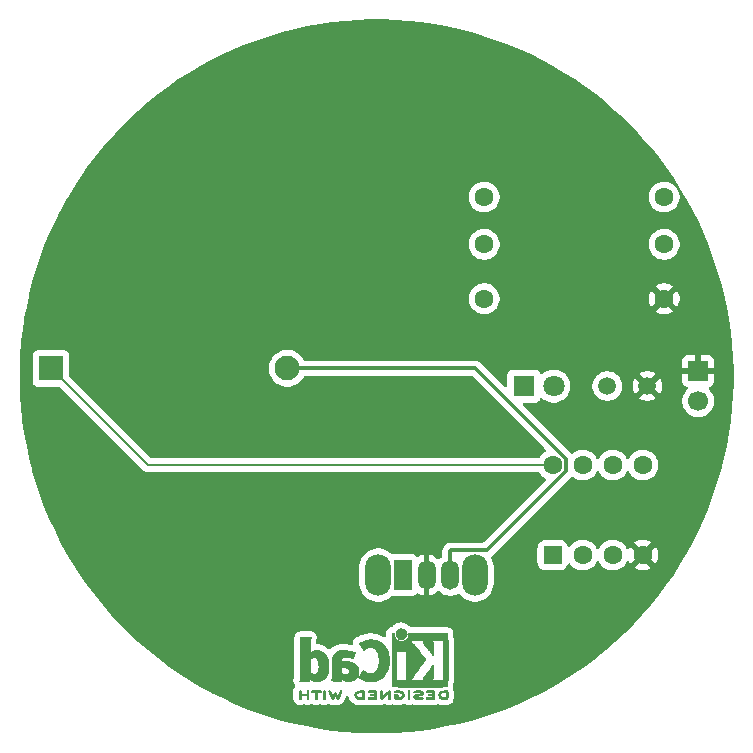
<source format=gbr>
%TF.GenerationSoftware,KiCad,Pcbnew,9.0.2*%
%TF.CreationDate,2025-06-18T20:19:25+05:30*%
%TF.ProjectId,redesign diya,72656465-7369-4676-9e20-646979612e6b,rev?*%
%TF.SameCoordinates,Original*%
%TF.FileFunction,Copper,L2,Bot*%
%TF.FilePolarity,Positive*%
%FSLAX46Y46*%
G04 Gerber Fmt 4.6, Leading zero omitted, Abs format (unit mm)*
G04 Created by KiCad (PCBNEW 9.0.2) date 2025-06-18 20:19:25*
%MOMM*%
%LPD*%
G01*
G04 APERTURE LIST*
G04 Aperture macros list*
%AMRoundRect*
0 Rectangle with rounded corners*
0 $1 Rounding radius*
0 $2 $3 $4 $5 $6 $7 $8 $9 X,Y pos of 4 corners*
0 Add a 4 corners polygon primitive as box body*
4,1,4,$2,$3,$4,$5,$6,$7,$8,$9,$2,$3,0*
0 Add four circle primitives for the rounded corners*
1,1,$1+$1,$2,$3*
1,1,$1+$1,$4,$5*
1,1,$1+$1,$6,$7*
1,1,$1+$1,$8,$9*
0 Add four rect primitives between the rounded corners*
20,1,$1+$1,$2,$3,$4,$5,0*
20,1,$1+$1,$4,$5,$6,$7,0*
20,1,$1+$1,$6,$7,$8,$9,0*
20,1,$1+$1,$8,$9,$2,$3,0*%
G04 Aperture macros list end*
%TA.AperFunction,EtchedComponent*%
%ADD10C,0.010000*%
%TD*%
%TA.AperFunction,ComponentPad*%
%ADD11RoundRect,0.250000X0.550000X-0.550000X0.550000X0.550000X-0.550000X0.550000X-0.550000X-0.550000X0*%
%TD*%
%TA.AperFunction,ComponentPad*%
%ADD12C,1.600000*%
%TD*%
%TA.AperFunction,ComponentPad*%
%ADD13R,1.700000X1.700000*%
%TD*%
%TA.AperFunction,ComponentPad*%
%ADD14C,1.700000*%
%TD*%
%TA.AperFunction,ComponentPad*%
%ADD15O,2.200000X3.500000*%
%TD*%
%TA.AperFunction,ComponentPad*%
%ADD16R,1.500000X2.500000*%
%TD*%
%TA.AperFunction,ComponentPad*%
%ADD17O,1.500000X2.500000*%
%TD*%
%TA.AperFunction,ComponentPad*%
%ADD18R,1.800000X1.800000*%
%TD*%
%TA.AperFunction,ComponentPad*%
%ADD19C,1.800000*%
%TD*%
%TA.AperFunction,ComponentPad*%
%ADD20R,2.100000X2.100000*%
%TD*%
%TA.AperFunction,ComponentPad*%
%ADD21C,2.100000*%
%TD*%
%TA.AperFunction,ComponentPad*%
%ADD22C,1.500000*%
%TD*%
%TA.AperFunction,Conductor*%
%ADD23C,0.200000*%
%TD*%
%TA.AperFunction,Conductor*%
%ADD24C,0.300000*%
%TD*%
G04 APERTURE END LIST*
D10*
%TO.C,REF\u002A\u002A*%
X116855406Y-114274949D02*
X116881127Y-114290647D01*
X116907778Y-114312227D01*
X116907778Y-114959684D01*
X116881127Y-114981264D01*
X116849767Y-114998739D01*
X116813966Y-114999575D01*
X116782528Y-114979082D01*
X116778652Y-114974416D01*
X116773186Y-114964949D01*
X116768979Y-114951267D01*
X116765867Y-114930748D01*
X116763687Y-114900768D01*
X116762276Y-114858704D01*
X116761471Y-114801932D01*
X116761107Y-114727830D01*
X116761022Y-114633773D01*
X116761022Y-114312227D01*
X116787673Y-114290647D01*
X116811386Y-114275877D01*
X116834400Y-114269067D01*
X116855406Y-114274949D01*
%TA.AperFunction,EtchedComponent*%
G36*
X116855406Y-114274949D02*
G01*
X116881127Y-114290647D01*
X116907778Y-114312227D01*
X116907778Y-114959684D01*
X116881127Y-114981264D01*
X116849767Y-114998739D01*
X116813966Y-114999575D01*
X116782528Y-114979082D01*
X116778652Y-114974416D01*
X116773186Y-114964949D01*
X116768979Y-114951267D01*
X116765867Y-114930748D01*
X116763687Y-114900768D01*
X116762276Y-114858704D01*
X116761471Y-114801932D01*
X116761107Y-114727830D01*
X116761022Y-114633773D01*
X116761022Y-114312227D01*
X116787673Y-114290647D01*
X116811386Y-114275877D01*
X116834400Y-114269067D01*
X116855406Y-114274949D01*
G37*
%TD.AperFunction*%
X123986137Y-114273463D02*
X124020291Y-114296776D01*
X124048000Y-114324485D01*
X124048000Y-114637537D01*
X124047959Y-114721567D01*
X124047701Y-114795789D01*
X124047030Y-114852541D01*
X124045752Y-114894512D01*
X124043673Y-114924389D01*
X124040599Y-114944861D01*
X124036334Y-114958614D01*
X124030684Y-114968337D01*
X124023455Y-114976717D01*
X123991991Y-114998181D01*
X123956826Y-114999947D01*
X123923822Y-114980267D01*
X123918516Y-114974398D01*
X123913066Y-114965314D01*
X123908900Y-114951973D01*
X123905846Y-114931757D01*
X123903732Y-114902049D01*
X123902386Y-114860232D01*
X123901638Y-114803689D01*
X123901314Y-114729802D01*
X123901245Y-114635956D01*
X123901284Y-114560294D01*
X123901539Y-114482385D01*
X123902183Y-114422375D01*
X123903387Y-114377648D01*
X123905324Y-114345585D01*
X123908164Y-114323571D01*
X123912079Y-114308987D01*
X123917242Y-114299218D01*
X123923822Y-114291645D01*
X123953006Y-114272623D01*
X123986137Y-114273463D01*
%TA.AperFunction,EtchedComponent*%
G36*
X123986137Y-114273463D02*
G01*
X124020291Y-114296776D01*
X124048000Y-114324485D01*
X124048000Y-114637537D01*
X124047959Y-114721567D01*
X124047701Y-114795789D01*
X124047030Y-114852541D01*
X124045752Y-114894512D01*
X124043673Y-114924389D01*
X124040599Y-114944861D01*
X124036334Y-114958614D01*
X124030684Y-114968337D01*
X124023455Y-114976717D01*
X123991991Y-114998181D01*
X123956826Y-114999947D01*
X123923822Y-114980267D01*
X123918516Y-114974398D01*
X123913066Y-114965314D01*
X123908900Y-114951973D01*
X123905846Y-114931757D01*
X123903732Y-114902049D01*
X123902386Y-114860232D01*
X123901638Y-114803689D01*
X123901314Y-114729802D01*
X123901245Y-114635956D01*
X123901284Y-114560294D01*
X123901539Y-114482385D01*
X123902183Y-114422375D01*
X123903387Y-114377648D01*
X123905324Y-114345585D01*
X123908164Y-114323571D01*
X123912079Y-114308987D01*
X123917242Y-114299218D01*
X123923822Y-114291645D01*
X123953006Y-114272623D01*
X123986137Y-114273463D01*
G37*
%TD.AperFunction*%
X123454562Y-109032850D02*
X123537313Y-109060053D01*
X123612406Y-109105484D01*
X123684298Y-109171302D01*
X123722846Y-109215567D01*
X123762256Y-109273961D01*
X123787446Y-109334586D01*
X123800861Y-109403865D01*
X123804948Y-109488222D01*
X123804669Y-109534307D01*
X123802460Y-109575450D01*
X123796894Y-109607582D01*
X123786586Y-109638122D01*
X123770148Y-109674489D01*
X123756200Y-109701728D01*
X123697665Y-109787429D01*
X123625619Y-109856617D01*
X123541947Y-109907741D01*
X123448531Y-109939250D01*
X123415434Y-109946225D01*
X123374960Y-109953094D01*
X123341999Y-109954919D01*
X123307698Y-109951947D01*
X123263200Y-109944426D01*
X123211934Y-109932002D01*
X123121434Y-109894112D01*
X123042345Y-109839836D01*
X122976528Y-109771770D01*
X122925840Y-109692511D01*
X122892140Y-109604654D01*
X122877286Y-109510795D01*
X122883136Y-109413530D01*
X122909399Y-109317220D01*
X122954418Y-109228494D01*
X123015373Y-109153419D01*
X123090184Y-109093641D01*
X123176768Y-109050809D01*
X123273043Y-109026571D01*
X123376928Y-109022576D01*
X123454562Y-109032850D01*
%TA.AperFunction,EtchedComponent*%
G36*
X123454562Y-109032850D02*
G01*
X123537313Y-109060053D01*
X123612406Y-109105484D01*
X123684298Y-109171302D01*
X123722846Y-109215567D01*
X123762256Y-109273961D01*
X123787446Y-109334586D01*
X123800861Y-109403865D01*
X123804948Y-109488222D01*
X123804669Y-109534307D01*
X123802460Y-109575450D01*
X123796894Y-109607582D01*
X123786586Y-109638122D01*
X123770148Y-109674489D01*
X123756200Y-109701728D01*
X123697665Y-109787429D01*
X123625619Y-109856617D01*
X123541947Y-109907741D01*
X123448531Y-109939250D01*
X123415434Y-109946225D01*
X123374960Y-109953094D01*
X123341999Y-109954919D01*
X123307698Y-109951947D01*
X123263200Y-109944426D01*
X123211934Y-109932002D01*
X123121434Y-109894112D01*
X123042345Y-109839836D01*
X122976528Y-109771770D01*
X122925840Y-109692511D01*
X122892140Y-109604654D01*
X122877286Y-109510795D01*
X122883136Y-109413530D01*
X122909399Y-109317220D01*
X122954418Y-109228494D01*
X123015373Y-109153419D01*
X123090184Y-109093641D01*
X123176768Y-109050809D01*
X123273043Y-109026571D01*
X123376928Y-109022576D01*
X123454562Y-109032850D01*
G37*
%TD.AperFunction*%
X116155767Y-114269068D02*
X116249890Y-114269158D01*
X116324405Y-114269498D01*
X116381811Y-114270239D01*
X116424611Y-114271535D01*
X116455304Y-114273537D01*
X116476391Y-114276396D01*
X116490373Y-114280266D01*
X116499750Y-114285298D01*
X116507022Y-114291645D01*
X116525828Y-114324362D01*
X116527275Y-114361939D01*
X116510917Y-114395178D01*
X116509557Y-114396631D01*
X116498354Y-114404992D01*
X116481252Y-114410547D01*
X116454082Y-114413840D01*
X116412678Y-114415418D01*
X116352873Y-114415822D01*
X116213511Y-114415822D01*
X116213511Y-114679589D01*
X116213436Y-114755417D01*
X116213028Y-114822083D01*
X116212046Y-114871867D01*
X116210250Y-114907784D01*
X116207399Y-114932850D01*
X116203253Y-114950081D01*
X116197571Y-114962492D01*
X116190114Y-114973100D01*
X116187824Y-114975906D01*
X116156646Y-114998548D01*
X116122266Y-115000112D01*
X116089334Y-114980267D01*
X116082355Y-114972191D01*
X116076883Y-114961593D01*
X116072863Y-114945749D01*
X116070072Y-114921773D01*
X116068288Y-114886774D01*
X116067289Y-114837864D01*
X116066852Y-114772154D01*
X116066756Y-114686756D01*
X116066756Y-114415822D01*
X115920820Y-114415822D01*
X115909720Y-114415821D01*
X115853202Y-114415596D01*
X115814358Y-114414457D01*
X115788965Y-114411657D01*
X115772804Y-114406450D01*
X115761652Y-114398089D01*
X115751289Y-114385826D01*
X115735441Y-114355138D01*
X115738543Y-114321358D01*
X115764187Y-114288822D01*
X115769129Y-114285105D01*
X115779338Y-114280269D01*
X115794764Y-114276506D01*
X115817886Y-114273683D01*
X115851183Y-114271670D01*
X115897137Y-114270333D01*
X115958228Y-114269542D01*
X116036935Y-114269163D01*
X116135740Y-114269067D01*
X116155767Y-114269068D01*
%TA.AperFunction,EtchedComponent*%
G36*
X116155767Y-114269068D02*
G01*
X116249890Y-114269158D01*
X116324405Y-114269498D01*
X116381811Y-114270239D01*
X116424611Y-114271535D01*
X116455304Y-114273537D01*
X116476391Y-114276396D01*
X116490373Y-114280266D01*
X116499750Y-114285298D01*
X116507022Y-114291645D01*
X116525828Y-114324362D01*
X116527275Y-114361939D01*
X116510917Y-114395178D01*
X116509557Y-114396631D01*
X116498354Y-114404992D01*
X116481252Y-114410547D01*
X116454082Y-114413840D01*
X116412678Y-114415418D01*
X116352873Y-114415822D01*
X116213511Y-114415822D01*
X116213511Y-114679589D01*
X116213436Y-114755417D01*
X116213028Y-114822083D01*
X116212046Y-114871867D01*
X116210250Y-114907784D01*
X116207399Y-114932850D01*
X116203253Y-114950081D01*
X116197571Y-114962492D01*
X116190114Y-114973100D01*
X116187824Y-114975906D01*
X116156646Y-114998548D01*
X116122266Y-115000112D01*
X116089334Y-114980267D01*
X116082355Y-114972191D01*
X116076883Y-114961593D01*
X116072863Y-114945749D01*
X116070072Y-114921773D01*
X116068288Y-114886774D01*
X116067289Y-114837864D01*
X116066852Y-114772154D01*
X116066756Y-114686756D01*
X116066756Y-114415822D01*
X115920820Y-114415822D01*
X115909720Y-114415821D01*
X115853202Y-114415596D01*
X115814358Y-114414457D01*
X115788965Y-114411657D01*
X115772804Y-114406450D01*
X115761652Y-114398089D01*
X115751289Y-114385826D01*
X115735441Y-114355138D01*
X115738543Y-114321358D01*
X115764187Y-114288822D01*
X115769129Y-114285105D01*
X115779338Y-114280269D01*
X115794764Y-114276506D01*
X115817886Y-114273683D01*
X115851183Y-114271670D01*
X115897137Y-114270333D01*
X115958228Y-114269542D01*
X116036935Y-114269163D01*
X116135740Y-114269067D01*
X116155767Y-114269068D01*
G37*
%TD.AperFunction*%
X115479734Y-114291645D02*
X115485366Y-114297835D01*
X115490456Y-114306041D01*
X115494543Y-114317817D01*
X115497721Y-114335276D01*
X115500087Y-114360530D01*
X115501738Y-114395690D01*
X115502769Y-114442869D01*
X115503277Y-114504177D01*
X115503359Y-114581727D01*
X115503109Y-114677631D01*
X115502625Y-114794000D01*
X115502557Y-114808175D01*
X115501971Y-114869937D01*
X115500648Y-114913620D01*
X115498103Y-114943001D01*
X115493848Y-114961855D01*
X115487396Y-114973959D01*
X115478262Y-114983089D01*
X115444804Y-115000506D01*
X115409856Y-114997604D01*
X115378953Y-114973100D01*
X115369944Y-114959897D01*
X115362492Y-114941361D01*
X115358124Y-114915333D01*
X115356069Y-114876787D01*
X115355556Y-114820700D01*
X115355556Y-114698045D01*
X114858845Y-114698045D01*
X114858845Y-114832871D01*
X114858772Y-114868662D01*
X114858009Y-114914992D01*
X114855833Y-114945526D01*
X114851536Y-114964557D01*
X114844412Y-114976374D01*
X114833755Y-114985271D01*
X114801504Y-115000341D01*
X114766217Y-114997673D01*
X114735486Y-114973100D01*
X114730831Y-114966845D01*
X114724895Y-114956321D01*
X114720364Y-114942391D01*
X114717048Y-114922317D01*
X114714759Y-114893360D01*
X114713308Y-114852780D01*
X114712505Y-114797840D01*
X114712162Y-114725799D01*
X114712089Y-114633920D01*
X114712089Y-114324485D01*
X114739798Y-114296776D01*
X114771177Y-114274533D01*
X114804406Y-114271844D01*
X114836267Y-114291645D01*
X114844553Y-114301415D01*
X114851965Y-114317307D01*
X114856302Y-114341275D01*
X114858338Y-114378148D01*
X114858845Y-114432756D01*
X114858845Y-114551289D01*
X115355556Y-114551289D01*
X115355556Y-114435776D01*
X115355994Y-114384078D01*
X115357958Y-114349554D01*
X115362474Y-114326978D01*
X115370567Y-114311126D01*
X115383265Y-114296776D01*
X115414643Y-114274533D01*
X115447872Y-114271844D01*
X115479734Y-114291645D01*
%TA.AperFunction,EtchedComponent*%
G36*
X115479734Y-114291645D02*
G01*
X115485366Y-114297835D01*
X115490456Y-114306041D01*
X115494543Y-114317817D01*
X115497721Y-114335276D01*
X115500087Y-114360530D01*
X115501738Y-114395690D01*
X115502769Y-114442869D01*
X115503277Y-114504177D01*
X115503359Y-114581727D01*
X115503109Y-114677631D01*
X115502625Y-114794000D01*
X115502557Y-114808175D01*
X115501971Y-114869937D01*
X115500648Y-114913620D01*
X115498103Y-114943001D01*
X115493848Y-114961855D01*
X115487396Y-114973959D01*
X115478262Y-114983089D01*
X115444804Y-115000506D01*
X115409856Y-114997604D01*
X115378953Y-114973100D01*
X115369944Y-114959897D01*
X115362492Y-114941361D01*
X115358124Y-114915333D01*
X115356069Y-114876787D01*
X115355556Y-114820700D01*
X115355556Y-114698045D01*
X114858845Y-114698045D01*
X114858845Y-114832871D01*
X114858772Y-114868662D01*
X114858009Y-114914992D01*
X114855833Y-114945526D01*
X114851536Y-114964557D01*
X114844412Y-114976374D01*
X114833755Y-114985271D01*
X114801504Y-115000341D01*
X114766217Y-114997673D01*
X114735486Y-114973100D01*
X114730831Y-114966845D01*
X114724895Y-114956321D01*
X114720364Y-114942391D01*
X114717048Y-114922317D01*
X114714759Y-114893360D01*
X114713308Y-114852780D01*
X114712505Y-114797840D01*
X114712162Y-114725799D01*
X114712089Y-114633920D01*
X114712089Y-114324485D01*
X114739798Y-114296776D01*
X114771177Y-114274533D01*
X114804406Y-114271844D01*
X114836267Y-114291645D01*
X114844553Y-114301415D01*
X114851965Y-114317307D01*
X114856302Y-114341275D01*
X114858338Y-114378148D01*
X114858845Y-114432756D01*
X114858845Y-114551289D01*
X115355556Y-114551289D01*
X115355556Y-114435776D01*
X115355994Y-114384078D01*
X115357958Y-114349554D01*
X115362474Y-114326978D01*
X115370567Y-114311126D01*
X115383265Y-114296776D01*
X115414643Y-114274533D01*
X115447872Y-114271844D01*
X115479734Y-114291645D01*
G37*
%TD.AperFunction*%
X120185133Y-114880396D02*
X120183163Y-114913175D01*
X120180235Y-114936095D01*
X120176158Y-114951897D01*
X120170743Y-114963319D01*
X120163803Y-114973100D01*
X120140406Y-115002845D01*
X119974714Y-115002251D01*
X119939918Y-115001953D01*
X119841435Y-114998522D01*
X119760473Y-114990839D01*
X119693379Y-114978282D01*
X119636496Y-114960227D01*
X119586169Y-114936052D01*
X119582810Y-114934135D01*
X119524998Y-114897417D01*
X119482644Y-114860451D01*
X119449828Y-114816966D01*
X119420628Y-114760689D01*
X119416346Y-114751073D01*
X119393769Y-114687887D01*
X119388034Y-114642333D01*
X119537279Y-114642333D01*
X119542892Y-114667061D01*
X119548618Y-114682939D01*
X119581548Y-114742847D01*
X119628886Y-114788600D01*
X119692652Y-114821736D01*
X119774861Y-114843790D01*
X119777655Y-114844292D01*
X119823940Y-114850255D01*
X119880336Y-114854483D01*
X119935274Y-114856089D01*
X120029156Y-114856089D01*
X120029156Y-114415822D01*
X119941667Y-114416270D01*
X119874747Y-114418746D01*
X119782349Y-114429998D01*
X119703034Y-114449537D01*
X119641060Y-114476511D01*
X119610120Y-114497240D01*
X119582000Y-114527006D01*
X119558660Y-114569434D01*
X119551533Y-114585400D01*
X119539709Y-114617902D01*
X119537279Y-114642333D01*
X119388034Y-114642333D01*
X119386797Y-114632509D01*
X119395399Y-114577483D01*
X119419541Y-114515351D01*
X119420337Y-114513658D01*
X119460788Y-114444236D01*
X119511473Y-114387638D01*
X119574198Y-114343070D01*
X119650774Y-114309741D01*
X119743009Y-114286861D01*
X119852712Y-114273636D01*
X119981691Y-114269275D01*
X119985263Y-114269270D01*
X120045283Y-114269410D01*
X120087214Y-114270446D01*
X120115328Y-114273040D01*
X120133897Y-114277853D01*
X120147194Y-114285544D01*
X120159491Y-114296776D01*
X120187200Y-114324485D01*
X120187200Y-114633920D01*
X120187175Y-114695526D01*
X120186950Y-114774311D01*
X120186332Y-114835021D01*
X120185775Y-114856089D01*
X120185133Y-114880396D01*
%TA.AperFunction,EtchedComponent*%
G36*
X120185133Y-114880396D02*
G01*
X120183163Y-114913175D01*
X120180235Y-114936095D01*
X120176158Y-114951897D01*
X120170743Y-114963319D01*
X120163803Y-114973100D01*
X120140406Y-115002845D01*
X119974714Y-115002251D01*
X119939918Y-115001953D01*
X119841435Y-114998522D01*
X119760473Y-114990839D01*
X119693379Y-114978282D01*
X119636496Y-114960227D01*
X119586169Y-114936052D01*
X119582810Y-114934135D01*
X119524998Y-114897417D01*
X119482644Y-114860451D01*
X119449828Y-114816966D01*
X119420628Y-114760689D01*
X119416346Y-114751073D01*
X119393769Y-114687887D01*
X119388034Y-114642333D01*
X119537279Y-114642333D01*
X119542892Y-114667061D01*
X119548618Y-114682939D01*
X119581548Y-114742847D01*
X119628886Y-114788600D01*
X119692652Y-114821736D01*
X119774861Y-114843790D01*
X119777655Y-114844292D01*
X119823940Y-114850255D01*
X119880336Y-114854483D01*
X119935274Y-114856089D01*
X120029156Y-114856089D01*
X120029156Y-114415822D01*
X119941667Y-114416270D01*
X119874747Y-114418746D01*
X119782349Y-114429998D01*
X119703034Y-114449537D01*
X119641060Y-114476511D01*
X119610120Y-114497240D01*
X119582000Y-114527006D01*
X119558660Y-114569434D01*
X119551533Y-114585400D01*
X119539709Y-114617902D01*
X119537279Y-114642333D01*
X119388034Y-114642333D01*
X119386797Y-114632509D01*
X119395399Y-114577483D01*
X119419541Y-114515351D01*
X119420337Y-114513658D01*
X119460788Y-114444236D01*
X119511473Y-114387638D01*
X119574198Y-114343070D01*
X119650774Y-114309741D01*
X119743009Y-114286861D01*
X119852712Y-114273636D01*
X119981691Y-114269275D01*
X119985263Y-114269270D01*
X120045283Y-114269410D01*
X120087214Y-114270446D01*
X120115328Y-114273040D01*
X120133897Y-114277853D01*
X120147194Y-114285544D01*
X120159491Y-114296776D01*
X120187200Y-114324485D01*
X120187200Y-114633920D01*
X120187175Y-114695526D01*
X120186950Y-114774311D01*
X120186332Y-114835021D01*
X120185775Y-114856089D01*
X120185133Y-114880396D01*
G37*
%TD.AperFunction*%
X127276817Y-114454427D02*
X127276870Y-114535041D01*
X127276622Y-114635956D01*
X127276583Y-114711617D01*
X127276328Y-114789526D01*
X127275684Y-114849536D01*
X127274480Y-114894264D01*
X127272543Y-114926326D01*
X127269703Y-114948340D01*
X127265788Y-114962924D01*
X127260626Y-114972694D01*
X127254045Y-114980267D01*
X127247077Y-114986501D01*
X127234079Y-114993801D01*
X127214931Y-114998554D01*
X127185528Y-115001292D01*
X127141762Y-115002545D01*
X127079528Y-115002845D01*
X127030582Y-115002469D01*
X126923722Y-114998041D01*
X126834494Y-114987953D01*
X126759696Y-114971365D01*
X126696125Y-114947435D01*
X126640579Y-114915321D01*
X126589854Y-114874182D01*
X126583866Y-114868330D01*
X126546999Y-114819821D01*
X126515899Y-114759013D01*
X126494417Y-114694769D01*
X126489136Y-114656026D01*
X126636353Y-114656026D01*
X126654635Y-114706961D01*
X126684305Y-114752878D01*
X126731002Y-114795287D01*
X126792392Y-114825090D01*
X126871538Y-114844226D01*
X126873028Y-114844464D01*
X126921999Y-114850256D01*
X126980693Y-114854396D01*
X127036734Y-114856004D01*
X127129867Y-114856089D01*
X127129867Y-114415822D01*
X127053667Y-114415808D01*
X127050639Y-114415817D01*
X126999519Y-114417782D01*
X126939416Y-114422507D01*
X126882708Y-114429035D01*
X126832750Y-114438331D01*
X126757998Y-114464600D01*
X126700489Y-114503899D01*
X126658988Y-114556933D01*
X126637771Y-114608200D01*
X126636353Y-114656026D01*
X126489136Y-114656026D01*
X126486400Y-114635956D01*
X126487679Y-114614739D01*
X126499991Y-114557323D01*
X126522520Y-114497413D01*
X126551750Y-114443363D01*
X126584167Y-114403532D01*
X126603708Y-114386510D01*
X126658420Y-114347322D01*
X126718723Y-114317193D01*
X126787919Y-114295232D01*
X126869311Y-114280550D01*
X126966200Y-114272259D01*
X127081889Y-114269467D01*
X127121371Y-114269066D01*
X127167082Y-114268653D01*
X127202883Y-114270457D01*
X127229974Y-114276739D01*
X127249556Y-114289759D01*
X127262830Y-114311778D01*
X127270998Y-114345055D01*
X127275260Y-114391851D01*
X127275857Y-114415822D01*
X127276817Y-114454427D01*
%TA.AperFunction,EtchedComponent*%
G36*
X127276817Y-114454427D02*
G01*
X127276870Y-114535041D01*
X127276622Y-114635956D01*
X127276583Y-114711617D01*
X127276328Y-114789526D01*
X127275684Y-114849536D01*
X127274480Y-114894264D01*
X127272543Y-114926326D01*
X127269703Y-114948340D01*
X127265788Y-114962924D01*
X127260626Y-114972694D01*
X127254045Y-114980267D01*
X127247077Y-114986501D01*
X127234079Y-114993801D01*
X127214931Y-114998554D01*
X127185528Y-115001292D01*
X127141762Y-115002545D01*
X127079528Y-115002845D01*
X127030582Y-115002469D01*
X126923722Y-114998041D01*
X126834494Y-114987953D01*
X126759696Y-114971365D01*
X126696125Y-114947435D01*
X126640579Y-114915321D01*
X126589854Y-114874182D01*
X126583866Y-114868330D01*
X126546999Y-114819821D01*
X126515899Y-114759013D01*
X126494417Y-114694769D01*
X126489136Y-114656026D01*
X126636353Y-114656026D01*
X126654635Y-114706961D01*
X126684305Y-114752878D01*
X126731002Y-114795287D01*
X126792392Y-114825090D01*
X126871538Y-114844226D01*
X126873028Y-114844464D01*
X126921999Y-114850256D01*
X126980693Y-114854396D01*
X127036734Y-114856004D01*
X127129867Y-114856089D01*
X127129867Y-114415822D01*
X127053667Y-114415808D01*
X127050639Y-114415817D01*
X126999519Y-114417782D01*
X126939416Y-114422507D01*
X126882708Y-114429035D01*
X126832750Y-114438331D01*
X126757998Y-114464600D01*
X126700489Y-114503899D01*
X126658988Y-114556933D01*
X126637771Y-114608200D01*
X126636353Y-114656026D01*
X126489136Y-114656026D01*
X126486400Y-114635956D01*
X126487679Y-114614739D01*
X126499991Y-114557323D01*
X126522520Y-114497413D01*
X126551750Y-114443363D01*
X126584167Y-114403532D01*
X126603708Y-114386510D01*
X126658420Y-114347322D01*
X126718723Y-114317193D01*
X126787919Y-114295232D01*
X126869311Y-114280550D01*
X126966200Y-114272259D01*
X127081889Y-114269467D01*
X127121371Y-114269066D01*
X127167082Y-114268653D01*
X127202883Y-114270457D01*
X127229974Y-114276739D01*
X127249556Y-114289759D01*
X127262830Y-114311778D01*
X127270998Y-114345055D01*
X127275260Y-114391851D01*
X127275857Y-114415822D01*
X127276817Y-114454427D01*
G37*
%TD.AperFunction*%
X122331893Y-114267892D02*
X122343301Y-114274029D01*
X122353850Y-114284691D01*
X122365136Y-114298811D01*
X122369589Y-114304772D01*
X122375588Y-114315268D01*
X122380167Y-114329093D01*
X122383519Y-114348998D01*
X122385833Y-114377732D01*
X122387301Y-114418045D01*
X122388113Y-114472687D01*
X122388460Y-114544407D01*
X122388534Y-114635956D01*
X122388511Y-114694486D01*
X122388292Y-114773573D01*
X122387683Y-114834516D01*
X122386492Y-114880062D01*
X122384529Y-114912963D01*
X122381603Y-114935968D01*
X122377523Y-114951826D01*
X122372097Y-114963286D01*
X122365136Y-114973100D01*
X122334708Y-114997493D01*
X122299765Y-115000372D01*
X122262784Y-114981282D01*
X122258600Y-114977807D01*
X122250424Y-114969279D01*
X122244364Y-114957728D01*
X122239981Y-114939896D01*
X122236839Y-114912524D01*
X122234502Y-114872354D01*
X122232531Y-114816128D01*
X122230489Y-114740589D01*
X122224845Y-114521458D01*
X121959556Y-114762099D01*
X121885722Y-114828875D01*
X121820542Y-114886991D01*
X121768348Y-114931949D01*
X121727273Y-114964871D01*
X121695455Y-114986879D01*
X121671026Y-114999094D01*
X121652124Y-115002639D01*
X121636883Y-114998636D01*
X121623439Y-114988207D01*
X121609927Y-114972474D01*
X121603682Y-114963991D01*
X121598050Y-114953413D01*
X121593839Y-114939255D01*
X121590887Y-114918803D01*
X121589032Y-114889342D01*
X121588113Y-114848161D01*
X121587968Y-114792544D01*
X121588435Y-114719779D01*
X121589352Y-114627151D01*
X121592667Y-114312199D01*
X121619318Y-114290633D01*
X121645383Y-114274441D01*
X121678241Y-114271670D01*
X121712772Y-114290623D01*
X121717084Y-114294208D01*
X121725216Y-114302737D01*
X121731245Y-114314329D01*
X121735606Y-114332235D01*
X121738734Y-114359706D01*
X121741063Y-114399994D01*
X121743029Y-114456351D01*
X121745067Y-114532029D01*
X121750711Y-114751878D01*
X121931334Y-114588084D01*
X122018072Y-114509451D01*
X122093843Y-114441058D01*
X122155980Y-114385708D01*
X122206078Y-114342338D01*
X122245735Y-114309881D01*
X122276548Y-114287273D01*
X122300114Y-114273448D01*
X122318030Y-114267343D01*
X122331893Y-114267892D01*
%TA.AperFunction,EtchedComponent*%
G36*
X122331893Y-114267892D02*
G01*
X122343301Y-114274029D01*
X122353850Y-114284691D01*
X122365136Y-114298811D01*
X122369589Y-114304772D01*
X122375588Y-114315268D01*
X122380167Y-114329093D01*
X122383519Y-114348998D01*
X122385833Y-114377732D01*
X122387301Y-114418045D01*
X122388113Y-114472687D01*
X122388460Y-114544407D01*
X122388534Y-114635956D01*
X122388511Y-114694486D01*
X122388292Y-114773573D01*
X122387683Y-114834516D01*
X122386492Y-114880062D01*
X122384529Y-114912963D01*
X122381603Y-114935968D01*
X122377523Y-114951826D01*
X122372097Y-114963286D01*
X122365136Y-114973100D01*
X122334708Y-114997493D01*
X122299765Y-115000372D01*
X122262784Y-114981282D01*
X122258600Y-114977807D01*
X122250424Y-114969279D01*
X122244364Y-114957728D01*
X122239981Y-114939896D01*
X122236839Y-114912524D01*
X122234502Y-114872354D01*
X122232531Y-114816128D01*
X122230489Y-114740589D01*
X122224845Y-114521458D01*
X121959556Y-114762099D01*
X121885722Y-114828875D01*
X121820542Y-114886991D01*
X121768348Y-114931949D01*
X121727273Y-114964871D01*
X121695455Y-114986879D01*
X121671026Y-114999094D01*
X121652124Y-115002639D01*
X121636883Y-114998636D01*
X121623439Y-114988207D01*
X121609927Y-114972474D01*
X121603682Y-114963991D01*
X121598050Y-114953413D01*
X121593839Y-114939255D01*
X121590887Y-114918803D01*
X121589032Y-114889342D01*
X121588113Y-114848161D01*
X121587968Y-114792544D01*
X121588435Y-114719779D01*
X121589352Y-114627151D01*
X121592667Y-114312199D01*
X121619318Y-114290633D01*
X121645383Y-114274441D01*
X121678241Y-114271670D01*
X121712772Y-114290623D01*
X121717084Y-114294208D01*
X121725216Y-114302737D01*
X121731245Y-114314329D01*
X121735606Y-114332235D01*
X121738734Y-114359706D01*
X121741063Y-114399994D01*
X121743029Y-114456351D01*
X121745067Y-114532029D01*
X121750711Y-114751878D01*
X121931334Y-114588084D01*
X122018072Y-114509451D01*
X122093843Y-114441058D01*
X122155980Y-114385708D01*
X122206078Y-114342338D01*
X122245735Y-114309881D01*
X122276548Y-114287273D01*
X122300114Y-114273448D01*
X122318030Y-114267343D01*
X122331893Y-114267892D01*
G37*
%TD.AperFunction*%
X123129150Y-114274179D02*
X123235157Y-114290494D01*
X123328969Y-114318545D01*
X123407765Y-114357452D01*
X123468719Y-114406334D01*
X123494789Y-114439195D01*
X123524297Y-114488394D01*
X123549568Y-114542252D01*
X123567218Y-114593419D01*
X123573858Y-114634544D01*
X123572298Y-114654259D01*
X123559357Y-114705592D01*
X123536194Y-114762118D01*
X123506302Y-114816035D01*
X123473173Y-114859539D01*
X123462977Y-114869887D01*
X123395892Y-114921662D01*
X123315766Y-114961554D01*
X123229556Y-114985956D01*
X123174592Y-114994068D01*
X123081139Y-115000673D01*
X122991358Y-114998586D01*
X122908869Y-114988340D01*
X122837286Y-114970470D01*
X122780228Y-114945508D01*
X122741311Y-114913988D01*
X122739936Y-114912012D01*
X122732848Y-114886786D01*
X122728609Y-114839535D01*
X122727200Y-114770071D01*
X122728060Y-114707838D01*
X122732780Y-114660456D01*
X122744470Y-114628353D01*
X122766239Y-114608800D01*
X122801198Y-114599070D01*
X122852456Y-114596433D01*
X122923123Y-114598161D01*
X122971743Y-114601173D01*
X123021939Y-114609366D01*
X123054433Y-114623419D01*
X123071892Y-114644654D01*
X123076983Y-114674394D01*
X123076877Y-114678936D01*
X123068175Y-114713730D01*
X123044165Y-114737147D01*
X123002900Y-114750347D01*
X122942431Y-114754489D01*
X122873956Y-114754489D01*
X122873956Y-114792841D01*
X122874006Y-114801976D01*
X122876227Y-114819227D01*
X122885494Y-114829521D01*
X122906875Y-114836459D01*
X122945436Y-114843641D01*
X122950910Y-114844575D01*
X123047860Y-114854478D01*
X123137852Y-114851559D01*
X123218760Y-114836829D01*
X123288459Y-114811299D01*
X123344824Y-114775978D01*
X123385729Y-114731879D01*
X123409051Y-114680012D01*
X123412663Y-114621388D01*
X123407145Y-114592494D01*
X123380461Y-114536604D01*
X123334273Y-114490945D01*
X123269291Y-114456108D01*
X123186229Y-114432690D01*
X123161555Y-114428241D01*
X123072226Y-114417742D01*
X122992419Y-114418971D01*
X122914326Y-114431906D01*
X122879183Y-114438696D01*
X122833745Y-114439713D01*
X122802430Y-114427182D01*
X122782277Y-114400395D01*
X122775893Y-114372148D01*
X122785379Y-114340924D01*
X122794708Y-114327499D01*
X122828943Y-114303967D01*
X122881565Y-114286095D01*
X122950081Y-114274599D01*
X123032000Y-114270192D01*
X123129150Y-114274179D01*
%TA.AperFunction,EtchedComponent*%
G36*
X123129150Y-114274179D02*
G01*
X123235157Y-114290494D01*
X123328969Y-114318545D01*
X123407765Y-114357452D01*
X123468719Y-114406334D01*
X123494789Y-114439195D01*
X123524297Y-114488394D01*
X123549568Y-114542252D01*
X123567218Y-114593419D01*
X123573858Y-114634544D01*
X123572298Y-114654259D01*
X123559357Y-114705592D01*
X123536194Y-114762118D01*
X123506302Y-114816035D01*
X123473173Y-114859539D01*
X123462977Y-114869887D01*
X123395892Y-114921662D01*
X123315766Y-114961554D01*
X123229556Y-114985956D01*
X123174592Y-114994068D01*
X123081139Y-115000673D01*
X122991358Y-114998586D01*
X122908869Y-114988340D01*
X122837286Y-114970470D01*
X122780228Y-114945508D01*
X122741311Y-114913988D01*
X122739936Y-114912012D01*
X122732848Y-114886786D01*
X122728609Y-114839535D01*
X122727200Y-114770071D01*
X122728060Y-114707838D01*
X122732780Y-114660456D01*
X122744470Y-114628353D01*
X122766239Y-114608800D01*
X122801198Y-114599070D01*
X122852456Y-114596433D01*
X122923123Y-114598161D01*
X122971743Y-114601173D01*
X123021939Y-114609366D01*
X123054433Y-114623419D01*
X123071892Y-114644654D01*
X123076983Y-114674394D01*
X123076877Y-114678936D01*
X123068175Y-114713730D01*
X123044165Y-114737147D01*
X123002900Y-114750347D01*
X122942431Y-114754489D01*
X122873956Y-114754489D01*
X122873956Y-114792841D01*
X122874006Y-114801976D01*
X122876227Y-114819227D01*
X122885494Y-114829521D01*
X122906875Y-114836459D01*
X122945436Y-114843641D01*
X122950910Y-114844575D01*
X123047860Y-114854478D01*
X123137852Y-114851559D01*
X123218760Y-114836829D01*
X123288459Y-114811299D01*
X123344824Y-114775978D01*
X123385729Y-114731879D01*
X123409051Y-114680012D01*
X123412663Y-114621388D01*
X123407145Y-114592494D01*
X123380461Y-114536604D01*
X123334273Y-114490945D01*
X123269291Y-114456108D01*
X123186229Y-114432690D01*
X123161555Y-114428241D01*
X123072226Y-114417742D01*
X122992419Y-114418971D01*
X122914326Y-114431906D01*
X122879183Y-114438696D01*
X122833745Y-114439713D01*
X122802430Y-114427182D01*
X122782277Y-114400395D01*
X122775893Y-114372148D01*
X122785379Y-114340924D01*
X122794708Y-114327499D01*
X122828943Y-114303967D01*
X122881565Y-114286095D01*
X122950081Y-114274599D01*
X123032000Y-114270192D01*
X123129150Y-114274179D01*
G37*
%TD.AperFunction*%
X121179803Y-114298811D02*
X121184752Y-114305495D01*
X121190596Y-114316066D01*
X121195057Y-114330153D01*
X121198321Y-114350478D01*
X121200574Y-114379765D01*
X121202002Y-114420737D01*
X121202792Y-114476117D01*
X121203129Y-114548628D01*
X121203200Y-114640994D01*
X121203171Y-114706911D01*
X121202939Y-114785228D01*
X121202319Y-114845496D01*
X121201126Y-114890393D01*
X121199179Y-114922602D01*
X121196294Y-114944800D01*
X121192288Y-114959669D01*
X121186979Y-114969889D01*
X121180183Y-114978138D01*
X121175668Y-114982795D01*
X121167438Y-114989282D01*
X121156078Y-114994194D01*
X121138810Y-114997749D01*
X121112855Y-115000167D01*
X121075436Y-115001667D01*
X121023773Y-115002467D01*
X120955089Y-115002787D01*
X120866606Y-115002845D01*
X120846931Y-115002838D01*
X120759906Y-115002572D01*
X120692254Y-115001806D01*
X120641299Y-115000392D01*
X120604367Y-114998180D01*
X120578783Y-114995022D01*
X120561871Y-114990769D01*
X120550957Y-114985271D01*
X120540464Y-114975285D01*
X120527203Y-114944168D01*
X120528386Y-114908280D01*
X120544550Y-114876733D01*
X120546739Y-114874457D01*
X120555427Y-114868189D01*
X120568769Y-114863523D01*
X120589752Y-114860227D01*
X120621363Y-114858068D01*
X120666590Y-114856814D01*
X120728420Y-114856231D01*
X120809839Y-114856089D01*
X121056445Y-114856089D01*
X121056445Y-114698045D01*
X120894006Y-114698045D01*
X120858338Y-114697964D01*
X120802568Y-114697167D01*
X120763430Y-114695162D01*
X120736976Y-114691521D01*
X120719259Y-114685812D01*
X120706329Y-114677607D01*
X120702686Y-114674423D01*
X120684278Y-114643448D01*
X120683644Y-114607112D01*
X120701183Y-114573493D01*
X120701245Y-114573424D01*
X120710916Y-114564798D01*
X120724209Y-114558742D01*
X120744917Y-114554811D01*
X120776828Y-114552556D01*
X120823734Y-114551531D01*
X120889424Y-114551289D01*
X121057571Y-114551289D01*
X121054186Y-114486378D01*
X121050800Y-114421467D01*
X120808723Y-114418414D01*
X120783707Y-114418086D01*
X120702087Y-114416606D01*
X120639768Y-114414222D01*
X120594154Y-114410227D01*
X120562652Y-114403913D01*
X120542667Y-114394574D01*
X120531604Y-114381503D01*
X120526869Y-114363992D01*
X120525867Y-114341335D01*
X120525873Y-114338970D01*
X120527027Y-114318939D01*
X120531824Y-114303146D01*
X120542632Y-114291090D01*
X120561817Y-114282267D01*
X120591745Y-114276175D01*
X120634783Y-114272311D01*
X120693299Y-114270174D01*
X120769657Y-114269260D01*
X120866226Y-114269067D01*
X121156406Y-114269067D01*
X121179803Y-114298811D01*
%TA.AperFunction,EtchedComponent*%
G36*
X121179803Y-114298811D02*
G01*
X121184752Y-114305495D01*
X121190596Y-114316066D01*
X121195057Y-114330153D01*
X121198321Y-114350478D01*
X121200574Y-114379765D01*
X121202002Y-114420737D01*
X121202792Y-114476117D01*
X121203129Y-114548628D01*
X121203200Y-114640994D01*
X121203171Y-114706911D01*
X121202939Y-114785228D01*
X121202319Y-114845496D01*
X121201126Y-114890393D01*
X121199179Y-114922602D01*
X121196294Y-114944800D01*
X121192288Y-114959669D01*
X121186979Y-114969889D01*
X121180183Y-114978138D01*
X121175668Y-114982795D01*
X121167438Y-114989282D01*
X121156078Y-114994194D01*
X121138810Y-114997749D01*
X121112855Y-115000167D01*
X121075436Y-115001667D01*
X121023773Y-115002467D01*
X120955089Y-115002787D01*
X120866606Y-115002845D01*
X120846931Y-115002838D01*
X120759906Y-115002572D01*
X120692254Y-115001806D01*
X120641299Y-115000392D01*
X120604367Y-114998180D01*
X120578783Y-114995022D01*
X120561871Y-114990769D01*
X120550957Y-114985271D01*
X120540464Y-114975285D01*
X120527203Y-114944168D01*
X120528386Y-114908280D01*
X120544550Y-114876733D01*
X120546739Y-114874457D01*
X120555427Y-114868189D01*
X120568769Y-114863523D01*
X120589752Y-114860227D01*
X120621363Y-114858068D01*
X120666590Y-114856814D01*
X120728420Y-114856231D01*
X120809839Y-114856089D01*
X121056445Y-114856089D01*
X121056445Y-114698045D01*
X120894006Y-114698045D01*
X120858338Y-114697964D01*
X120802568Y-114697167D01*
X120763430Y-114695162D01*
X120736976Y-114691521D01*
X120719259Y-114685812D01*
X120706329Y-114677607D01*
X120702686Y-114674423D01*
X120684278Y-114643448D01*
X120683644Y-114607112D01*
X120701183Y-114573493D01*
X120701245Y-114573424D01*
X120710916Y-114564798D01*
X120724209Y-114558742D01*
X120744917Y-114554811D01*
X120776828Y-114552556D01*
X120823734Y-114551531D01*
X120889424Y-114551289D01*
X121057571Y-114551289D01*
X121054186Y-114486378D01*
X121050800Y-114421467D01*
X120808723Y-114418414D01*
X120783707Y-114418086D01*
X120702087Y-114416606D01*
X120639768Y-114414222D01*
X120594154Y-114410227D01*
X120562652Y-114403913D01*
X120542667Y-114394574D01*
X120531604Y-114381503D01*
X120526869Y-114363992D01*
X120525867Y-114341335D01*
X120525873Y-114338970D01*
X120527027Y-114318939D01*
X120531824Y-114303146D01*
X120542632Y-114291090D01*
X120561817Y-114282267D01*
X120591745Y-114276175D01*
X120634783Y-114272311D01*
X120693299Y-114270174D01*
X120769657Y-114269260D01*
X120866226Y-114269067D01*
X121156406Y-114269067D01*
X121179803Y-114298811D01*
G37*
%TD.AperFunction*%
X125856734Y-114269083D02*
X125933831Y-114269275D01*
X125992777Y-114269860D01*
X126036364Y-114271051D01*
X126067383Y-114273064D01*
X126088625Y-114276112D01*
X126102882Y-114280409D01*
X126112945Y-114286172D01*
X126121606Y-114293612D01*
X126123391Y-114295293D01*
X126130635Y-114302832D01*
X126136277Y-114311850D01*
X126140517Y-114324984D01*
X126143556Y-114344872D01*
X126145594Y-114374151D01*
X126146830Y-114415458D01*
X126147465Y-114471431D01*
X126147700Y-114544707D01*
X126147734Y-114637923D01*
X126147697Y-114710713D01*
X126147448Y-114788889D01*
X126146812Y-114849103D01*
X126145615Y-114893982D01*
X126143684Y-114926152D01*
X126140846Y-114948239D01*
X126136927Y-114962870D01*
X126131755Y-114972670D01*
X126125156Y-114980267D01*
X126121822Y-114983444D01*
X126113300Y-114989554D01*
X126101298Y-114994229D01*
X126083087Y-114997659D01*
X126055940Y-115000036D01*
X126017129Y-115001552D01*
X125963924Y-115002398D01*
X125893598Y-115002765D01*
X125803422Y-115002845D01*
X125761314Y-115002833D01*
X125680167Y-115002651D01*
X125617675Y-115002098D01*
X125571109Y-115000982D01*
X125537741Y-114999113D01*
X125514844Y-114996298D01*
X125499688Y-114992346D01*
X125489546Y-114987066D01*
X125481689Y-114980267D01*
X125466963Y-114958667D01*
X125459111Y-114929467D01*
X125464610Y-114905560D01*
X125481689Y-114878667D01*
X125486668Y-114874059D01*
X125496443Y-114867772D01*
X125510559Y-114863146D01*
X125532054Y-114859930D01*
X125563968Y-114857870D01*
X125609342Y-114856712D01*
X125671213Y-114856202D01*
X125752622Y-114856089D01*
X126000978Y-114856089D01*
X126000978Y-114698045D01*
X125839801Y-114698045D01*
X125803983Y-114697899D01*
X125738359Y-114696176D01*
X125691118Y-114691741D01*
X125659383Y-114683637D01*
X125640277Y-114670906D01*
X125630923Y-114652592D01*
X125628445Y-114627738D01*
X125629242Y-114607482D01*
X125634494Y-114585656D01*
X125647288Y-114570304D01*
X125670628Y-114560309D01*
X125707517Y-114554553D01*
X125760959Y-114551919D01*
X125833958Y-114551289D01*
X126002105Y-114551289D01*
X125998719Y-114486378D01*
X125995334Y-114421467D01*
X125747617Y-114418418D01*
X125685026Y-114417539D01*
X125616565Y-114416095D01*
X125565661Y-114414164D01*
X125529408Y-114411514D01*
X125504901Y-114407910D01*
X125489235Y-114403121D01*
X125479506Y-114396913D01*
X125473491Y-114390510D01*
X125460482Y-114358828D01*
X125464043Y-114323142D01*
X125483818Y-114292084D01*
X125487069Y-114289161D01*
X125496049Y-114282810D01*
X125508153Y-114277957D01*
X125526159Y-114274403D01*
X125552847Y-114271946D01*
X125590997Y-114270385D01*
X125643386Y-114269518D01*
X125712794Y-114269146D01*
X125802001Y-114269067D01*
X125856734Y-114269083D01*
%TA.AperFunction,EtchedComponent*%
G36*
X125856734Y-114269083D02*
G01*
X125933831Y-114269275D01*
X125992777Y-114269860D01*
X126036364Y-114271051D01*
X126067383Y-114273064D01*
X126088625Y-114276112D01*
X126102882Y-114280409D01*
X126112945Y-114286172D01*
X126121606Y-114293612D01*
X126123391Y-114295293D01*
X126130635Y-114302832D01*
X126136277Y-114311850D01*
X126140517Y-114324984D01*
X126143556Y-114344872D01*
X126145594Y-114374151D01*
X126146830Y-114415458D01*
X126147465Y-114471431D01*
X126147700Y-114544707D01*
X126147734Y-114637923D01*
X126147697Y-114710713D01*
X126147448Y-114788889D01*
X126146812Y-114849103D01*
X126145615Y-114893982D01*
X126143684Y-114926152D01*
X126140846Y-114948239D01*
X126136927Y-114962870D01*
X126131755Y-114972670D01*
X126125156Y-114980267D01*
X126121822Y-114983444D01*
X126113300Y-114989554D01*
X126101298Y-114994229D01*
X126083087Y-114997659D01*
X126055940Y-115000036D01*
X126017129Y-115001552D01*
X125963924Y-115002398D01*
X125893598Y-115002765D01*
X125803422Y-115002845D01*
X125761314Y-115002833D01*
X125680167Y-115002651D01*
X125617675Y-115002098D01*
X125571109Y-115000982D01*
X125537741Y-114999113D01*
X125514844Y-114996298D01*
X125499688Y-114992346D01*
X125489546Y-114987066D01*
X125481689Y-114980267D01*
X125466963Y-114958667D01*
X125459111Y-114929467D01*
X125464610Y-114905560D01*
X125481689Y-114878667D01*
X125486668Y-114874059D01*
X125496443Y-114867772D01*
X125510559Y-114863146D01*
X125532054Y-114859930D01*
X125563968Y-114857870D01*
X125609342Y-114856712D01*
X125671213Y-114856202D01*
X125752622Y-114856089D01*
X126000978Y-114856089D01*
X126000978Y-114698045D01*
X125839801Y-114698045D01*
X125803983Y-114697899D01*
X125738359Y-114696176D01*
X125691118Y-114691741D01*
X125659383Y-114683637D01*
X125640277Y-114670906D01*
X125630923Y-114652592D01*
X125628445Y-114627738D01*
X125629242Y-114607482D01*
X125634494Y-114585656D01*
X125647288Y-114570304D01*
X125670628Y-114560309D01*
X125707517Y-114554553D01*
X125760959Y-114551919D01*
X125833958Y-114551289D01*
X126002105Y-114551289D01*
X125998719Y-114486378D01*
X125995334Y-114421467D01*
X125747617Y-114418418D01*
X125685026Y-114417539D01*
X125616565Y-114416095D01*
X125565661Y-114414164D01*
X125529408Y-114411514D01*
X125504901Y-114407910D01*
X125489235Y-114403121D01*
X125479506Y-114396913D01*
X125473491Y-114390510D01*
X125460482Y-114358828D01*
X125464043Y-114323142D01*
X125483818Y-114292084D01*
X125487069Y-114289161D01*
X125496049Y-114282810D01*
X125508153Y-114277957D01*
X125526159Y-114274403D01*
X125552847Y-114271946D01*
X125590997Y-114270385D01*
X125643386Y-114269518D01*
X125712794Y-114269146D01*
X125802001Y-114269067D01*
X125856734Y-114269083D01*
G37*
%TD.AperFunction*%
X117289702Y-114278478D02*
X117307663Y-114296989D01*
X117328263Y-114328071D01*
X117353095Y-114373756D01*
X117383750Y-114436078D01*
X117421820Y-114517071D01*
X117436454Y-114548454D01*
X117466203Y-114611638D01*
X117492297Y-114666244D01*
X117513292Y-114709290D01*
X117527739Y-114737793D01*
X117534191Y-114748770D01*
X117535550Y-114748189D01*
X117545542Y-114734242D01*
X117562833Y-114704704D01*
X117585430Y-114663087D01*
X117611338Y-114612903D01*
X117627311Y-114581414D01*
X117656261Y-114526061D01*
X117678749Y-114487044D01*
X117696965Y-114461566D01*
X117713096Y-114446831D01*
X117729330Y-114440042D01*
X117747857Y-114438400D01*
X117758360Y-114438875D01*
X117774476Y-114443082D01*
X117789790Y-114453946D01*
X117806388Y-114474219D01*
X117826357Y-114506654D01*
X117851783Y-114554004D01*
X117884752Y-114619022D01*
X117894485Y-114638277D01*
X117918943Y-114684946D01*
X117939178Y-114721109D01*
X117953311Y-114743497D01*
X117959460Y-114748845D01*
X117960827Y-114745573D01*
X117970202Y-114724664D01*
X117987062Y-114687725D01*
X118009979Y-114637874D01*
X118037520Y-114578226D01*
X118068255Y-114511898D01*
X118094970Y-114454677D01*
X118124593Y-114392688D01*
X118147664Y-114346949D01*
X118165643Y-114314908D01*
X118179990Y-114294014D01*
X118192166Y-114281718D01*
X118203632Y-114275466D01*
X118213042Y-114272574D01*
X118238147Y-114272425D01*
X118265290Y-114287768D01*
X118266590Y-114288753D01*
X118288674Y-114311388D01*
X118299723Y-114333613D01*
X118299769Y-114334253D01*
X118295228Y-114351915D01*
X118282364Y-114386481D01*
X118262605Y-114434826D01*
X118237381Y-114493825D01*
X118208119Y-114560355D01*
X118176250Y-114631291D01*
X118143201Y-114703507D01*
X118110401Y-114773880D01*
X118079280Y-114839285D01*
X118051265Y-114896597D01*
X118027786Y-114942692D01*
X118010272Y-114974446D01*
X118000151Y-114988733D01*
X117965743Y-115002102D01*
X117924046Y-114995741D01*
X117918681Y-114991044D01*
X117902852Y-114968893D01*
X117880650Y-114932132D01*
X117854233Y-114884415D01*
X117825760Y-114829393D01*
X117745986Y-114670150D01*
X117672799Y-114816742D01*
X117663103Y-114836032D01*
X117636125Y-114888380D01*
X117612096Y-114933170D01*
X117593332Y-114966154D01*
X117582146Y-114983089D01*
X117581000Y-114984332D01*
X117552879Y-114999619D01*
X117517817Y-115001302D01*
X117486776Y-114988733D01*
X117484350Y-114985884D01*
X117472090Y-114965259D01*
X117452352Y-114927708D01*
X117426448Y-114875880D01*
X117395685Y-114812423D01*
X117361375Y-114739985D01*
X117324825Y-114661216D01*
X117304585Y-114617093D01*
X117267812Y-114536365D01*
X117239355Y-114472687D01*
X117218331Y-114423752D01*
X117203854Y-114387257D01*
X117195039Y-114360895D01*
X117191004Y-114342361D01*
X117190862Y-114329352D01*
X117193730Y-114319561D01*
X117208387Y-114298678D01*
X117234990Y-114278377D01*
X117235745Y-114278035D01*
X117255335Y-114271034D01*
X117272790Y-114270504D01*
X117289702Y-114278478D01*
%TA.AperFunction,EtchedComponent*%
G36*
X117289702Y-114278478D02*
G01*
X117307663Y-114296989D01*
X117328263Y-114328071D01*
X117353095Y-114373756D01*
X117383750Y-114436078D01*
X117421820Y-114517071D01*
X117436454Y-114548454D01*
X117466203Y-114611638D01*
X117492297Y-114666244D01*
X117513292Y-114709290D01*
X117527739Y-114737793D01*
X117534191Y-114748770D01*
X117535550Y-114748189D01*
X117545542Y-114734242D01*
X117562833Y-114704704D01*
X117585430Y-114663087D01*
X117611338Y-114612903D01*
X117627311Y-114581414D01*
X117656261Y-114526061D01*
X117678749Y-114487044D01*
X117696965Y-114461566D01*
X117713096Y-114446831D01*
X117729330Y-114440042D01*
X117747857Y-114438400D01*
X117758360Y-114438875D01*
X117774476Y-114443082D01*
X117789790Y-114453946D01*
X117806388Y-114474219D01*
X117826357Y-114506654D01*
X117851783Y-114554004D01*
X117884752Y-114619022D01*
X117894485Y-114638277D01*
X117918943Y-114684946D01*
X117939178Y-114721109D01*
X117953311Y-114743497D01*
X117959460Y-114748845D01*
X117960827Y-114745573D01*
X117970202Y-114724664D01*
X117987062Y-114687725D01*
X118009979Y-114637874D01*
X118037520Y-114578226D01*
X118068255Y-114511898D01*
X118094970Y-114454677D01*
X118124593Y-114392688D01*
X118147664Y-114346949D01*
X118165643Y-114314908D01*
X118179990Y-114294014D01*
X118192166Y-114281718D01*
X118203632Y-114275466D01*
X118213042Y-114272574D01*
X118238147Y-114272425D01*
X118265290Y-114287768D01*
X118266590Y-114288753D01*
X118288674Y-114311388D01*
X118299723Y-114333613D01*
X118299769Y-114334253D01*
X118295228Y-114351915D01*
X118282364Y-114386481D01*
X118262605Y-114434826D01*
X118237381Y-114493825D01*
X118208119Y-114560355D01*
X118176250Y-114631291D01*
X118143201Y-114703507D01*
X118110401Y-114773880D01*
X118079280Y-114839285D01*
X118051265Y-114896597D01*
X118027786Y-114942692D01*
X118010272Y-114974446D01*
X118000151Y-114988733D01*
X117965743Y-115002102D01*
X117924046Y-114995741D01*
X117918681Y-114991044D01*
X117902852Y-114968893D01*
X117880650Y-114932132D01*
X117854233Y-114884415D01*
X117825760Y-114829393D01*
X117745986Y-114670150D01*
X117672799Y-114816742D01*
X117663103Y-114836032D01*
X117636125Y-114888380D01*
X117612096Y-114933170D01*
X117593332Y-114966154D01*
X117582146Y-114983089D01*
X117581000Y-114984332D01*
X117552879Y-114999619D01*
X117517817Y-115001302D01*
X117486776Y-114988733D01*
X117484350Y-114985884D01*
X117472090Y-114965259D01*
X117452352Y-114927708D01*
X117426448Y-114875880D01*
X117395685Y-114812423D01*
X117361375Y-114739985D01*
X117324825Y-114661216D01*
X117304585Y-114617093D01*
X117267812Y-114536365D01*
X117239355Y-114472687D01*
X117218331Y-114423752D01*
X117203854Y-114387257D01*
X117195039Y-114360895D01*
X117191004Y-114342361D01*
X117190862Y-114329352D01*
X117193730Y-114319561D01*
X117208387Y-114298678D01*
X117234990Y-114278377D01*
X117235745Y-114278035D01*
X117255335Y-114271034D01*
X117272790Y-114270504D01*
X117289702Y-114278478D01*
G37*
%TD.AperFunction*%
X124840853Y-114269936D02*
X124907100Y-114275366D01*
X124962400Y-114284964D01*
X125013283Y-114299825D01*
X125084595Y-114332958D01*
X125135752Y-114375640D01*
X125166575Y-114427705D01*
X125176889Y-114488983D01*
X125175952Y-114520232D01*
X125170160Y-114545029D01*
X125155353Y-114566699D01*
X125127380Y-114594049D01*
X125119402Y-114601378D01*
X125095692Y-114622281D01*
X125073298Y-114639251D01*
X125049265Y-114653205D01*
X125020637Y-114665056D01*
X124984460Y-114675720D01*
X124937780Y-114686111D01*
X124877641Y-114697146D01*
X124801090Y-114709738D01*
X124705171Y-114724804D01*
X124686808Y-114727838D01*
X124624478Y-114741458D01*
X124579260Y-114757192D01*
X124552976Y-114774263D01*
X124547447Y-114791897D01*
X124550068Y-114796168D01*
X124568000Y-114811233D01*
X124596126Y-114827867D01*
X124608926Y-114833857D01*
X124630224Y-114841050D01*
X124656610Y-114845827D01*
X124692454Y-114848646D01*
X124742128Y-114849964D01*
X124810000Y-114850237D01*
X124827785Y-114850164D01*
X124895406Y-114849053D01*
X124960345Y-114846828D01*
X125015970Y-114843762D01*
X125055651Y-114840127D01*
X125091162Y-114836059D01*
X125120415Y-114835276D01*
X125139315Y-114839876D01*
X125154429Y-114850551D01*
X125158085Y-114854144D01*
X125174427Y-114885918D01*
X125173107Y-114921572D01*
X125154150Y-114952190D01*
X125133780Y-114963796D01*
X125097796Y-114976491D01*
X125055372Y-114986541D01*
X125051922Y-114987140D01*
X125009252Y-114992356D01*
X124951866Y-114996730D01*
X124886849Y-114999818D01*
X124821289Y-115001177D01*
X124805057Y-115001218D01*
X124706744Y-114998741D01*
X124626692Y-114990735D01*
X124561513Y-114976203D01*
X124507817Y-114954149D01*
X124462216Y-114923576D01*
X124421323Y-114883486D01*
X124401202Y-114857259D01*
X124389576Y-114827712D01*
X124386667Y-114787995D01*
X124386808Y-114776026D01*
X124390681Y-114743345D01*
X124403065Y-114716819D01*
X124428230Y-114685971D01*
X124449442Y-114663831D01*
X124475838Y-114641285D01*
X124505555Y-114622917D01*
X124541785Y-114607661D01*
X124587717Y-114594449D01*
X124646544Y-114582214D01*
X124721456Y-114569889D01*
X124815645Y-114556406D01*
X124860957Y-114549396D01*
X124928911Y-114534837D01*
X124978047Y-114518337D01*
X125007614Y-114500439D01*
X125016864Y-114481685D01*
X125005048Y-114462615D01*
X124971416Y-114443771D01*
X124968370Y-114442557D01*
X124922011Y-114430479D01*
X124859361Y-114422279D01*
X124785927Y-114418119D01*
X124707217Y-114418161D01*
X124628739Y-114422569D01*
X124556000Y-114431505D01*
X124552073Y-114432154D01*
X124503257Y-114439861D01*
X124471005Y-114443473D01*
X124450008Y-114442876D01*
X124434954Y-114437954D01*
X124420534Y-114428596D01*
X124419364Y-114427725D01*
X124394847Y-114397351D01*
X124390054Y-114361850D01*
X124405860Y-114327269D01*
X124410406Y-114322813D01*
X124440020Y-114307673D01*
X124487002Y-114294550D01*
X124547306Y-114283750D01*
X124616888Y-114275581D01*
X124691703Y-114270351D01*
X124767706Y-114268367D01*
X124840853Y-114269936D01*
%TA.AperFunction,EtchedComponent*%
G36*
X124840853Y-114269936D02*
G01*
X124907100Y-114275366D01*
X124962400Y-114284964D01*
X125013283Y-114299825D01*
X125084595Y-114332958D01*
X125135752Y-114375640D01*
X125166575Y-114427705D01*
X125176889Y-114488983D01*
X125175952Y-114520232D01*
X125170160Y-114545029D01*
X125155353Y-114566699D01*
X125127380Y-114594049D01*
X125119402Y-114601378D01*
X125095692Y-114622281D01*
X125073298Y-114639251D01*
X125049265Y-114653205D01*
X125020637Y-114665056D01*
X124984460Y-114675720D01*
X124937780Y-114686111D01*
X124877641Y-114697146D01*
X124801090Y-114709738D01*
X124705171Y-114724804D01*
X124686808Y-114727838D01*
X124624478Y-114741458D01*
X124579260Y-114757192D01*
X124552976Y-114774263D01*
X124547447Y-114791897D01*
X124550068Y-114796168D01*
X124568000Y-114811233D01*
X124596126Y-114827867D01*
X124608926Y-114833857D01*
X124630224Y-114841050D01*
X124656610Y-114845827D01*
X124692454Y-114848646D01*
X124742128Y-114849964D01*
X124810000Y-114850237D01*
X124827785Y-114850164D01*
X124895406Y-114849053D01*
X124960345Y-114846828D01*
X125015970Y-114843762D01*
X125055651Y-114840127D01*
X125091162Y-114836059D01*
X125120415Y-114835276D01*
X125139315Y-114839876D01*
X125154429Y-114850551D01*
X125158085Y-114854144D01*
X125174427Y-114885918D01*
X125173107Y-114921572D01*
X125154150Y-114952190D01*
X125133780Y-114963796D01*
X125097796Y-114976491D01*
X125055372Y-114986541D01*
X125051922Y-114987140D01*
X125009252Y-114992356D01*
X124951866Y-114996730D01*
X124886849Y-114999818D01*
X124821289Y-115001177D01*
X124805057Y-115001218D01*
X124706744Y-114998741D01*
X124626692Y-114990735D01*
X124561513Y-114976203D01*
X124507817Y-114954149D01*
X124462216Y-114923576D01*
X124421323Y-114883486D01*
X124401202Y-114857259D01*
X124389576Y-114827712D01*
X124386667Y-114787995D01*
X124386808Y-114776026D01*
X124390681Y-114743345D01*
X124403065Y-114716819D01*
X124428230Y-114685971D01*
X124449442Y-114663831D01*
X124475838Y-114641285D01*
X124505555Y-114622917D01*
X124541785Y-114607661D01*
X124587717Y-114594449D01*
X124646544Y-114582214D01*
X124721456Y-114569889D01*
X124815645Y-114556406D01*
X124860957Y-114549396D01*
X124928911Y-114534837D01*
X124978047Y-114518337D01*
X125007614Y-114500439D01*
X125016864Y-114481685D01*
X125005048Y-114462615D01*
X124971416Y-114443771D01*
X124968370Y-114442557D01*
X124922011Y-114430479D01*
X124859361Y-114422279D01*
X124785927Y-114418119D01*
X124707217Y-114418161D01*
X124628739Y-114422569D01*
X124556000Y-114431505D01*
X124552073Y-114432154D01*
X124503257Y-114439861D01*
X124471005Y-114443473D01*
X124450008Y-114442876D01*
X124434954Y-114437954D01*
X124420534Y-114428596D01*
X124419364Y-114427725D01*
X124394847Y-114397351D01*
X124390054Y-114361850D01*
X124405860Y-114327269D01*
X124410406Y-114322813D01*
X124440020Y-114307673D01*
X124487002Y-114294550D01*
X124547306Y-114283750D01*
X124616888Y-114275581D01*
X124691703Y-114270351D01*
X124767706Y-114268367D01*
X124840853Y-114269936D01*
G37*
%TD.AperFunction*%
X120988711Y-109962033D02*
X121084268Y-109979523D01*
X121248558Y-110024564D01*
X121402589Y-110087656D01*
X121548509Y-110169915D01*
X121688466Y-110272457D01*
X121824608Y-110396399D01*
X121868473Y-110441661D01*
X121980758Y-110573865D01*
X122073972Y-110711832D01*
X122150719Y-110859750D01*
X122213603Y-111021803D01*
X122217420Y-111033391D01*
X122267507Y-111219392D01*
X122300899Y-111415521D01*
X122317584Y-111617568D01*
X122317551Y-111821325D01*
X122300791Y-112022581D01*
X122267292Y-112217128D01*
X122217044Y-112400756D01*
X122173190Y-112518053D01*
X122095348Y-112680951D01*
X122001828Y-112834866D01*
X121894822Y-112976671D01*
X121776519Y-113103239D01*
X121649111Y-113211441D01*
X121571606Y-113264120D01*
X121444725Y-113333750D01*
X121307243Y-113392468D01*
X121165716Y-113437587D01*
X121026702Y-113466422D01*
X121012597Y-113468106D01*
X120969153Y-113471434D01*
X120911723Y-113474275D01*
X120846122Y-113476373D01*
X120778167Y-113477468D01*
X120651378Y-113475140D01*
X120503673Y-113462136D01*
X120365779Y-113437133D01*
X120232014Y-113399318D01*
X120208562Y-113390889D01*
X120160612Y-113371408D01*
X120104140Y-113346473D01*
X120042379Y-113317722D01*
X119978563Y-113286790D01*
X119915926Y-113255315D01*
X119857703Y-113224934D01*
X119807127Y-113197283D01*
X119767433Y-113173999D01*
X119741854Y-113156718D01*
X119733625Y-113147079D01*
X119735076Y-113143984D01*
X119746250Y-113124079D01*
X119767134Y-113088420D01*
X119796265Y-113039459D01*
X119832181Y-112979646D01*
X119873420Y-112911433D01*
X119918517Y-112837271D01*
X120099785Y-112540008D01*
X120146315Y-112584539D01*
X120237723Y-112662865D01*
X120351334Y-112737439D01*
X120469122Y-112791474D01*
X120589559Y-112824290D01*
X120711117Y-112835211D01*
X120752585Y-112833868D01*
X120870080Y-112815612D01*
X120980089Y-112776617D01*
X121081430Y-112717670D01*
X121172921Y-112639557D01*
X121253380Y-112543064D01*
X121321627Y-112428978D01*
X121337908Y-112394724D01*
X121383982Y-112271240D01*
X121419106Y-112132918D01*
X121443197Y-111983561D01*
X121456173Y-111826973D01*
X121457949Y-111666956D01*
X121448443Y-111507314D01*
X121427572Y-111351850D01*
X121395252Y-111204366D01*
X121351399Y-111068667D01*
X121313982Y-110982076D01*
X121249185Y-110868688D01*
X121173772Y-110775070D01*
X121087418Y-110700959D01*
X120989795Y-110646094D01*
X120880577Y-110610212D01*
X120759439Y-110593051D01*
X120690038Y-110591880D01*
X120567168Y-110606141D01*
X120451664Y-110641241D01*
X120344953Y-110696682D01*
X120248464Y-110771964D01*
X120232720Y-110786440D01*
X120202150Y-110812962D01*
X120179809Y-110830138D01*
X120169691Y-110834787D01*
X120167706Y-110832597D01*
X120153241Y-110813721D01*
X120129400Y-110780397D01*
X120098029Y-110735380D01*
X120060974Y-110681425D01*
X120020083Y-110621285D01*
X119977202Y-110557718D01*
X119934178Y-110493476D01*
X119892857Y-110431315D01*
X119855086Y-110373991D01*
X119822712Y-110324257D01*
X119797582Y-110284868D01*
X119781542Y-110258580D01*
X119776439Y-110248147D01*
X119781050Y-110243941D01*
X119800267Y-110238933D01*
X119809838Y-110236386D01*
X119837809Y-110225249D01*
X119879448Y-110206802D01*
X119930995Y-110182725D01*
X119988690Y-110154699D01*
X119999957Y-110149154D01*
X120177687Y-110069889D01*
X120347490Y-110010385D01*
X120511430Y-109970245D01*
X120671571Y-109949071D01*
X120829977Y-109946466D01*
X120988711Y-109962033D01*
%TA.AperFunction,EtchedComponent*%
G36*
X120988711Y-109962033D02*
G01*
X121084268Y-109979523D01*
X121248558Y-110024564D01*
X121402589Y-110087656D01*
X121548509Y-110169915D01*
X121688466Y-110272457D01*
X121824608Y-110396399D01*
X121868473Y-110441661D01*
X121980758Y-110573865D01*
X122073972Y-110711832D01*
X122150719Y-110859750D01*
X122213603Y-111021803D01*
X122217420Y-111033391D01*
X122267507Y-111219392D01*
X122300899Y-111415521D01*
X122317584Y-111617568D01*
X122317551Y-111821325D01*
X122300791Y-112022581D01*
X122267292Y-112217128D01*
X122217044Y-112400756D01*
X122173190Y-112518053D01*
X122095348Y-112680951D01*
X122001828Y-112834866D01*
X121894822Y-112976671D01*
X121776519Y-113103239D01*
X121649111Y-113211441D01*
X121571606Y-113264120D01*
X121444725Y-113333750D01*
X121307243Y-113392468D01*
X121165716Y-113437587D01*
X121026702Y-113466422D01*
X121012597Y-113468106D01*
X120969153Y-113471434D01*
X120911723Y-113474275D01*
X120846122Y-113476373D01*
X120778167Y-113477468D01*
X120651378Y-113475140D01*
X120503673Y-113462136D01*
X120365779Y-113437133D01*
X120232014Y-113399318D01*
X120208562Y-113390889D01*
X120160612Y-113371408D01*
X120104140Y-113346473D01*
X120042379Y-113317722D01*
X119978563Y-113286790D01*
X119915926Y-113255315D01*
X119857703Y-113224934D01*
X119807127Y-113197283D01*
X119767433Y-113173999D01*
X119741854Y-113156718D01*
X119733625Y-113147079D01*
X119735076Y-113143984D01*
X119746250Y-113124079D01*
X119767134Y-113088420D01*
X119796265Y-113039459D01*
X119832181Y-112979646D01*
X119873420Y-112911433D01*
X119918517Y-112837271D01*
X120099785Y-112540008D01*
X120146315Y-112584539D01*
X120237723Y-112662865D01*
X120351334Y-112737439D01*
X120469122Y-112791474D01*
X120589559Y-112824290D01*
X120711117Y-112835211D01*
X120752585Y-112833868D01*
X120870080Y-112815612D01*
X120980089Y-112776617D01*
X121081430Y-112717670D01*
X121172921Y-112639557D01*
X121253380Y-112543064D01*
X121321627Y-112428978D01*
X121337908Y-112394724D01*
X121383982Y-112271240D01*
X121419106Y-112132918D01*
X121443197Y-111983561D01*
X121456173Y-111826973D01*
X121457949Y-111666956D01*
X121448443Y-111507314D01*
X121427572Y-111351850D01*
X121395252Y-111204366D01*
X121351399Y-111068667D01*
X121313982Y-110982076D01*
X121249185Y-110868688D01*
X121173772Y-110775070D01*
X121087418Y-110700959D01*
X120989795Y-110646094D01*
X120880577Y-110610212D01*
X120759439Y-110593051D01*
X120690038Y-110591880D01*
X120567168Y-110606141D01*
X120451664Y-110641241D01*
X120344953Y-110696682D01*
X120248464Y-110771964D01*
X120232720Y-110786440D01*
X120202150Y-110812962D01*
X120179809Y-110830138D01*
X120169691Y-110834787D01*
X120167706Y-110832597D01*
X120153241Y-110813721D01*
X120129400Y-110780397D01*
X120098029Y-110735380D01*
X120060974Y-110681425D01*
X120020083Y-110621285D01*
X119977202Y-110557718D01*
X119934178Y-110493476D01*
X119892857Y-110431315D01*
X119855086Y-110373991D01*
X119822712Y-110324257D01*
X119797582Y-110284868D01*
X119781542Y-110258580D01*
X119776439Y-110248147D01*
X119781050Y-110243941D01*
X119800267Y-110238933D01*
X119809838Y-110236386D01*
X119837809Y-110225249D01*
X119879448Y-110206802D01*
X119930995Y-110182725D01*
X119988690Y-110154699D01*
X119999957Y-110149154D01*
X120177687Y-110069889D01*
X120347490Y-110010385D01*
X120511430Y-109970245D01*
X120671571Y-109949071D01*
X120829977Y-109946466D01*
X120988711Y-109962033D01*
G37*
%TD.AperFunction*%
X117185994Y-112242711D02*
X117185268Y-112320158D01*
X117176689Y-112471594D01*
X117157833Y-112608283D01*
X117127837Y-112734276D01*
X117085836Y-112853625D01*
X117030969Y-112970381D01*
X116964167Y-113081179D01*
X116873363Y-113194739D01*
X116769708Y-113290211D01*
X116653887Y-113367073D01*
X116526586Y-113424797D01*
X116388489Y-113462858D01*
X116350793Y-113468666D01*
X116271752Y-113474396D01*
X116183629Y-113474583D01*
X116094236Y-113469539D01*
X116011384Y-113459578D01*
X115942887Y-113445012D01*
X115912035Y-113435364D01*
X115834730Y-113405123D01*
X115757679Y-113367617D01*
X115688200Y-113326614D01*
X115633615Y-113285879D01*
X115610916Y-113266505D01*
X115588201Y-113248662D01*
X115576779Y-113241778D01*
X115575537Y-113243424D01*
X115572728Y-113261205D01*
X115570776Y-113294370D01*
X115570045Y-113337733D01*
X115570045Y-113433689D01*
X114711896Y-113433689D01*
X114746161Y-113372974D01*
X114751355Y-113363868D01*
X114759715Y-113349249D01*
X114767288Y-113335173D01*
X114774112Y-113320540D01*
X114780227Y-113304249D01*
X114785673Y-113285198D01*
X114790487Y-113262286D01*
X114794708Y-113234413D01*
X114798377Y-113200478D01*
X114801531Y-113159379D01*
X114804211Y-113110015D01*
X114806454Y-113051286D01*
X114808299Y-112982090D01*
X114809787Y-112901326D01*
X114810955Y-112807894D01*
X114811844Y-112700692D01*
X114812491Y-112578620D01*
X114812936Y-112440576D01*
X114813218Y-112285459D01*
X114813375Y-112112168D01*
X114813448Y-111919603D01*
X114813474Y-111706662D01*
X114813485Y-111570530D01*
X115615200Y-111570530D01*
X115615200Y-112720721D01*
X115685756Y-112767089D01*
X115726417Y-112790791D01*
X115780546Y-112816639D01*
X115829689Y-112834829D01*
X115893165Y-112850551D01*
X115989331Y-112861541D01*
X116073900Y-112853365D01*
X116147219Y-112825805D01*
X116209637Y-112778642D01*
X116261502Y-112711658D01*
X116303160Y-112624633D01*
X116334962Y-112517350D01*
X116337545Y-112505009D01*
X116346000Y-112443772D01*
X116351663Y-112366692D01*
X116354576Y-112279002D01*
X116354783Y-112185934D01*
X116352330Y-112092720D01*
X116347261Y-112004594D01*
X116339619Y-111926788D01*
X116329448Y-111864533D01*
X116328167Y-111858666D01*
X116299126Y-111748121D01*
X116264610Y-111657575D01*
X116223456Y-111584953D01*
X116174499Y-111528181D01*
X116116574Y-111485184D01*
X116084620Y-111469615D01*
X116011784Y-111450722D01*
X115930443Y-111447465D01*
X115845319Y-111459389D01*
X115761133Y-111486040D01*
X115682608Y-111526962D01*
X115615200Y-111570530D01*
X114813485Y-111570530D01*
X114813493Y-111472245D01*
X114813689Y-109787378D01*
X115719017Y-109787378D01*
X115694585Y-109824067D01*
X115688318Y-109833647D01*
X115662208Y-109879981D01*
X115644469Y-109927102D01*
X115632908Y-109982251D01*
X115625331Y-110052667D01*
X115624839Y-110059650D01*
X115623062Y-110097641D01*
X115621444Y-110151576D01*
X115619999Y-110218703D01*
X115618740Y-110296271D01*
X115617680Y-110381528D01*
X115616829Y-110471724D01*
X115616203Y-110564107D01*
X115615812Y-110655925D01*
X115615670Y-110744427D01*
X115615790Y-110826862D01*
X115616183Y-110900479D01*
X115616862Y-110962526D01*
X115617841Y-111010251D01*
X115619132Y-111040904D01*
X115620747Y-111051733D01*
X115628957Y-111047333D01*
X115650647Y-111032362D01*
X115680014Y-111010448D01*
X115728879Y-110976236D01*
X115817125Y-110929714D01*
X115915916Y-110896046D01*
X116028510Y-110874231D01*
X116158164Y-110863265D01*
X116250670Y-110862219D01*
X116372011Y-110872014D01*
X116482099Y-110896174D01*
X116585389Y-110935785D01*
X116686338Y-110991932D01*
X116731503Y-111022883D01*
X116836911Y-111114115D01*
X116928538Y-111223106D01*
X117006332Y-111349726D01*
X117070241Y-111493845D01*
X117120214Y-111655332D01*
X117156198Y-111834059D01*
X117178143Y-112029895D01*
X117183900Y-112185934D01*
X117185994Y-112242711D01*
%TA.AperFunction,EtchedComponent*%
G36*
X117185994Y-112242711D02*
G01*
X117185268Y-112320158D01*
X117176689Y-112471594D01*
X117157833Y-112608283D01*
X117127837Y-112734276D01*
X117085836Y-112853625D01*
X117030969Y-112970381D01*
X116964167Y-113081179D01*
X116873363Y-113194739D01*
X116769708Y-113290211D01*
X116653887Y-113367073D01*
X116526586Y-113424797D01*
X116388489Y-113462858D01*
X116350793Y-113468666D01*
X116271752Y-113474396D01*
X116183629Y-113474583D01*
X116094236Y-113469539D01*
X116011384Y-113459578D01*
X115942887Y-113445012D01*
X115912035Y-113435364D01*
X115834730Y-113405123D01*
X115757679Y-113367617D01*
X115688200Y-113326614D01*
X115633615Y-113285879D01*
X115610916Y-113266505D01*
X115588201Y-113248662D01*
X115576779Y-113241778D01*
X115575537Y-113243424D01*
X115572728Y-113261205D01*
X115570776Y-113294370D01*
X115570045Y-113337733D01*
X115570045Y-113433689D01*
X114711896Y-113433689D01*
X114746161Y-113372974D01*
X114751355Y-113363868D01*
X114759715Y-113349249D01*
X114767288Y-113335173D01*
X114774112Y-113320540D01*
X114780227Y-113304249D01*
X114785673Y-113285198D01*
X114790487Y-113262286D01*
X114794708Y-113234413D01*
X114798377Y-113200478D01*
X114801531Y-113159379D01*
X114804211Y-113110015D01*
X114806454Y-113051286D01*
X114808299Y-112982090D01*
X114809787Y-112901326D01*
X114810955Y-112807894D01*
X114811844Y-112700692D01*
X114812491Y-112578620D01*
X114812936Y-112440576D01*
X114813218Y-112285459D01*
X114813375Y-112112168D01*
X114813448Y-111919603D01*
X114813474Y-111706662D01*
X114813485Y-111570530D01*
X115615200Y-111570530D01*
X115615200Y-112720721D01*
X115685756Y-112767089D01*
X115726417Y-112790791D01*
X115780546Y-112816639D01*
X115829689Y-112834829D01*
X115893165Y-112850551D01*
X115989331Y-112861541D01*
X116073900Y-112853365D01*
X116147219Y-112825805D01*
X116209637Y-112778642D01*
X116261502Y-112711658D01*
X116303160Y-112624633D01*
X116334962Y-112517350D01*
X116337545Y-112505009D01*
X116346000Y-112443772D01*
X116351663Y-112366692D01*
X116354576Y-112279002D01*
X116354783Y-112185934D01*
X116352330Y-112092720D01*
X116347261Y-112004594D01*
X116339619Y-111926788D01*
X116329448Y-111864533D01*
X116328167Y-111858666D01*
X116299126Y-111748121D01*
X116264610Y-111657575D01*
X116223456Y-111584953D01*
X116174499Y-111528181D01*
X116116574Y-111485184D01*
X116084620Y-111469615D01*
X116011784Y-111450722D01*
X115930443Y-111447465D01*
X115845319Y-111459389D01*
X115761133Y-111486040D01*
X115682608Y-111526962D01*
X115615200Y-111570530D01*
X114813485Y-111570530D01*
X114813493Y-111472245D01*
X114813689Y-109787378D01*
X115719017Y-109787378D01*
X115694585Y-109824067D01*
X115688318Y-109833647D01*
X115662208Y-109879981D01*
X115644469Y-109927102D01*
X115632908Y-109982251D01*
X115625331Y-110052667D01*
X115624839Y-110059650D01*
X115623062Y-110097641D01*
X115621444Y-110151576D01*
X115619999Y-110218703D01*
X115618740Y-110296271D01*
X115617680Y-110381528D01*
X115616829Y-110471724D01*
X115616203Y-110564107D01*
X115615812Y-110655925D01*
X115615670Y-110744427D01*
X115615790Y-110826862D01*
X115616183Y-110900479D01*
X115616862Y-110962526D01*
X115617841Y-111010251D01*
X115619132Y-111040904D01*
X115620747Y-111051733D01*
X115628957Y-111047333D01*
X115650647Y-111032362D01*
X115680014Y-111010448D01*
X115728879Y-110976236D01*
X115817125Y-110929714D01*
X115915916Y-110896046D01*
X116028510Y-110874231D01*
X116158164Y-110863265D01*
X116250670Y-110862219D01*
X116372011Y-110872014D01*
X116482099Y-110896174D01*
X116585389Y-110935785D01*
X116686338Y-110991932D01*
X116731503Y-111022883D01*
X116836911Y-111114115D01*
X116928538Y-111223106D01*
X117006332Y-111349726D01*
X117070241Y-111493845D01*
X117120214Y-111655332D01*
X117156198Y-111834059D01*
X117178143Y-112029895D01*
X117183900Y-112185934D01*
X117185994Y-112242711D01*
G37*
%TD.AperFunction*%
X119727755Y-112643467D02*
X119727261Y-112677363D01*
X119723632Y-112752202D01*
X119716022Y-112814401D01*
X119703688Y-112870984D01*
X119659313Y-112997076D01*
X119596400Y-113111679D01*
X119516238Y-113212568D01*
X119419740Y-113298924D01*
X119307822Y-113369932D01*
X119181397Y-113424776D01*
X119041378Y-113462638D01*
X119005149Y-113468351D01*
X118926155Y-113474313D01*
X118837841Y-113474646D01*
X118748075Y-113469659D01*
X118664722Y-113459666D01*
X118595651Y-113444978D01*
X118509187Y-113414749D01*
X118399286Y-113360057D01*
X118301956Y-113292543D01*
X118239867Y-113241556D01*
X118236605Y-113337622D01*
X118233343Y-113433689D01*
X117810450Y-113433689D01*
X117799543Y-113433686D01*
X117705056Y-113433380D01*
X117618331Y-113432616D01*
X117541837Y-113431451D01*
X117478043Y-113429942D01*
X117429418Y-113428147D01*
X117398433Y-113426121D01*
X117387556Y-113423922D01*
X117387578Y-113423463D01*
X117394614Y-113407910D01*
X117410434Y-113385071D01*
X117414734Y-113379638D01*
X117425777Y-113365606D01*
X117435311Y-113352186D01*
X117443461Y-113337722D01*
X117450352Y-113320556D01*
X117456111Y-113299034D01*
X117460862Y-113271498D01*
X117464731Y-113236292D01*
X117467844Y-113191760D01*
X117470325Y-113136246D01*
X117472300Y-113068093D01*
X117473894Y-112985645D01*
X117475234Y-112887246D01*
X117476444Y-112771239D01*
X117477649Y-112635968D01*
X117478595Y-112524586D01*
X118279378Y-112524586D01*
X118279378Y-112720462D01*
X118324048Y-112776973D01*
X118336785Y-112792212D01*
X118383604Y-112834844D01*
X118444255Y-112870672D01*
X118454897Y-112875850D01*
X118493676Y-112892745D01*
X118528692Y-112902909D01*
X118568722Y-112908325D01*
X118622541Y-112910978D01*
X118640648Y-112911383D01*
X118716011Y-112908540D01*
X118776743Y-112896620D01*
X118828452Y-112874037D01*
X118876746Y-112839211D01*
X118881803Y-112834798D01*
X118930272Y-112779160D01*
X118958459Y-112715333D01*
X118967752Y-112640282D01*
X118960520Y-112568693D01*
X118935796Y-112505645D01*
X118891249Y-112447758D01*
X118836319Y-112400808D01*
X118763894Y-112360961D01*
X118677340Y-112333263D01*
X118574670Y-112317096D01*
X118453894Y-112311842D01*
X118445007Y-112311857D01*
X118389660Y-112312655D01*
X118342736Y-112314488D01*
X118308953Y-112317111D01*
X118293028Y-112320274D01*
X118288943Y-112326741D01*
X118284572Y-112348875D01*
X118281604Y-112387988D01*
X118279914Y-112445939D01*
X118279378Y-112524586D01*
X117478595Y-112524586D01*
X117478975Y-112479778D01*
X117480228Y-112337012D01*
X117481651Y-112191942D01*
X117483176Y-112066027D01*
X117484933Y-111957436D01*
X117487051Y-111864334D01*
X117489660Y-111784891D01*
X117492890Y-111717273D01*
X117496869Y-111659649D01*
X117501728Y-111610185D01*
X117507597Y-111567050D01*
X117514604Y-111528410D01*
X117522880Y-111492434D01*
X117532554Y-111457289D01*
X117543756Y-111421142D01*
X117556616Y-111382161D01*
X117572090Y-111339091D01*
X117614994Y-111246871D01*
X117668735Y-111167099D01*
X117737576Y-111092965D01*
X117815185Y-111029405D01*
X117919761Y-110967725D01*
X118039244Y-110920202D01*
X118174508Y-110886567D01*
X118326426Y-110866552D01*
X118495872Y-110859889D01*
X118553890Y-110860287D01*
X118619398Y-110862335D01*
X118680693Y-110866704D01*
X118742097Y-110874035D01*
X118807932Y-110884969D01*
X118882520Y-110900147D01*
X118970184Y-110920209D01*
X119075245Y-110945797D01*
X119103806Y-110952820D01*
X119179054Y-110970776D01*
X119249388Y-110986820D01*
X119310567Y-111000028D01*
X119358354Y-111009474D01*
X119388511Y-111014231D01*
X119416783Y-111017910D01*
X119443060Y-111023187D01*
X119453059Y-111027942D01*
X119449952Y-111036781D01*
X119439194Y-111064072D01*
X119421864Y-111106906D01*
X119399126Y-111162425D01*
X119372147Y-111227772D01*
X119342090Y-111300089D01*
X119335493Y-111315879D01*
X119296907Y-111406484D01*
X119265768Y-111476217D01*
X119241917Y-111525405D01*
X119225198Y-111554374D01*
X119215454Y-111563452D01*
X119207766Y-111561405D01*
X119181415Y-111551760D01*
X119142982Y-111536190D01*
X119097822Y-111516815D01*
X119003293Y-111478814D01*
X118866480Y-111437780D01*
X118725289Y-111412612D01*
X118687314Y-111408611D01*
X118584059Y-111406447D01*
X118496952Y-111419622D01*
X118425129Y-111448756D01*
X118367731Y-111494466D01*
X118323896Y-111557372D01*
X118292762Y-111638092D01*
X118273470Y-111737245D01*
X118266050Y-111796224D01*
X118427936Y-111789445D01*
X118554495Y-111787813D01*
X118705951Y-111794194D01*
X118854396Y-111808777D01*
X118990578Y-111830882D01*
X119055245Y-111845821D01*
X119187490Y-111888741D01*
X119309762Y-111945340D01*
X119419685Y-112014017D01*
X119514883Y-112093170D01*
X119592980Y-112181196D01*
X119651599Y-112276493D01*
X119675595Y-112328864D01*
X119701232Y-112399590D01*
X119717478Y-112470812D01*
X119725822Y-112549712D01*
X119727690Y-112640282D01*
X119727755Y-112643467D01*
%TA.AperFunction,EtchedComponent*%
G36*
X119727755Y-112643467D02*
G01*
X119727261Y-112677363D01*
X119723632Y-112752202D01*
X119716022Y-112814401D01*
X119703688Y-112870984D01*
X119659313Y-112997076D01*
X119596400Y-113111679D01*
X119516238Y-113212568D01*
X119419740Y-113298924D01*
X119307822Y-113369932D01*
X119181397Y-113424776D01*
X119041378Y-113462638D01*
X119005149Y-113468351D01*
X118926155Y-113474313D01*
X118837841Y-113474646D01*
X118748075Y-113469659D01*
X118664722Y-113459666D01*
X118595651Y-113444978D01*
X118509187Y-113414749D01*
X118399286Y-113360057D01*
X118301956Y-113292543D01*
X118239867Y-113241556D01*
X118236605Y-113337622D01*
X118233343Y-113433689D01*
X117810450Y-113433689D01*
X117799543Y-113433686D01*
X117705056Y-113433380D01*
X117618331Y-113432616D01*
X117541837Y-113431451D01*
X117478043Y-113429942D01*
X117429418Y-113428147D01*
X117398433Y-113426121D01*
X117387556Y-113423922D01*
X117387578Y-113423463D01*
X117394614Y-113407910D01*
X117410434Y-113385071D01*
X117414734Y-113379638D01*
X117425777Y-113365606D01*
X117435311Y-113352186D01*
X117443461Y-113337722D01*
X117450352Y-113320556D01*
X117456111Y-113299034D01*
X117460862Y-113271498D01*
X117464731Y-113236292D01*
X117467844Y-113191760D01*
X117470325Y-113136246D01*
X117472300Y-113068093D01*
X117473894Y-112985645D01*
X117475234Y-112887246D01*
X117476444Y-112771239D01*
X117477649Y-112635968D01*
X117478595Y-112524586D01*
X118279378Y-112524586D01*
X118279378Y-112720462D01*
X118324048Y-112776973D01*
X118336785Y-112792212D01*
X118383604Y-112834844D01*
X118444255Y-112870672D01*
X118454897Y-112875850D01*
X118493676Y-112892745D01*
X118528692Y-112902909D01*
X118568722Y-112908325D01*
X118622541Y-112910978D01*
X118640648Y-112911383D01*
X118716011Y-112908540D01*
X118776743Y-112896620D01*
X118828452Y-112874037D01*
X118876746Y-112839211D01*
X118881803Y-112834798D01*
X118930272Y-112779160D01*
X118958459Y-112715333D01*
X118967752Y-112640282D01*
X118960520Y-112568693D01*
X118935796Y-112505645D01*
X118891249Y-112447758D01*
X118836319Y-112400808D01*
X118763894Y-112360961D01*
X118677340Y-112333263D01*
X118574670Y-112317096D01*
X118453894Y-112311842D01*
X118445007Y-112311857D01*
X118389660Y-112312655D01*
X118342736Y-112314488D01*
X118308953Y-112317111D01*
X118293028Y-112320274D01*
X118288943Y-112326741D01*
X118284572Y-112348875D01*
X118281604Y-112387988D01*
X118279914Y-112445939D01*
X118279378Y-112524586D01*
X117478595Y-112524586D01*
X117478975Y-112479778D01*
X117480228Y-112337012D01*
X117481651Y-112191942D01*
X117483176Y-112066027D01*
X117484933Y-111957436D01*
X117487051Y-111864334D01*
X117489660Y-111784891D01*
X117492890Y-111717273D01*
X117496869Y-111659649D01*
X117501728Y-111610185D01*
X117507597Y-111567050D01*
X117514604Y-111528410D01*
X117522880Y-111492434D01*
X117532554Y-111457289D01*
X117543756Y-111421142D01*
X117556616Y-111382161D01*
X117572090Y-111339091D01*
X117614994Y-111246871D01*
X117668735Y-111167099D01*
X117737576Y-111092965D01*
X117815185Y-111029405D01*
X117919761Y-110967725D01*
X118039244Y-110920202D01*
X118174508Y-110886567D01*
X118326426Y-110866552D01*
X118495872Y-110859889D01*
X118553890Y-110860287D01*
X118619398Y-110862335D01*
X118680693Y-110866704D01*
X118742097Y-110874035D01*
X118807932Y-110884969D01*
X118882520Y-110900147D01*
X118970184Y-110920209D01*
X119075245Y-110945797D01*
X119103806Y-110952820D01*
X119179054Y-110970776D01*
X119249388Y-110986820D01*
X119310567Y-111000028D01*
X119358354Y-111009474D01*
X119388511Y-111014231D01*
X119416783Y-111017910D01*
X119443060Y-111023187D01*
X119453059Y-111027942D01*
X119449952Y-111036781D01*
X119439194Y-111064072D01*
X119421864Y-111106906D01*
X119399126Y-111162425D01*
X119372147Y-111227772D01*
X119342090Y-111300089D01*
X119335493Y-111315879D01*
X119296907Y-111406484D01*
X119265768Y-111476217D01*
X119241917Y-111525405D01*
X119225198Y-111554374D01*
X119215454Y-111563452D01*
X119207766Y-111561405D01*
X119181415Y-111551760D01*
X119142982Y-111536190D01*
X119097822Y-111516815D01*
X119003293Y-111478814D01*
X118866480Y-111437780D01*
X118725289Y-111412612D01*
X118687314Y-111408611D01*
X118584059Y-111406447D01*
X118496952Y-111419622D01*
X118425129Y-111448756D01*
X118367731Y-111494466D01*
X118323896Y-111557372D01*
X118292762Y-111638092D01*
X118273470Y-111737245D01*
X118266050Y-111796224D01*
X118427936Y-111789445D01*
X118554495Y-111787813D01*
X118705951Y-111794194D01*
X118854396Y-111808777D01*
X118990578Y-111830882D01*
X119055245Y-111845821D01*
X119187490Y-111888741D01*
X119309762Y-111945340D01*
X119419685Y-112014017D01*
X119514883Y-112093170D01*
X119592980Y-112181196D01*
X119651599Y-112276493D01*
X119675595Y-112328864D01*
X119701232Y-112399590D01*
X119717478Y-112470812D01*
X119725822Y-112549712D01*
X119727690Y-112640282D01*
X119727755Y-112643467D01*
G37*
%TD.AperFunction*%
X127275614Y-110111792D02*
X127276059Y-110243011D01*
X127276362Y-110390216D01*
X127276548Y-110554349D01*
X127276642Y-110736352D01*
X127276671Y-110937165D01*
X127276661Y-111157732D01*
X127276636Y-111398992D01*
X127276622Y-111661889D01*
X127276622Y-111704040D01*
X127276646Y-111964668D01*
X127276685Y-112203796D01*
X127276708Y-112422360D01*
X127276687Y-112621295D01*
X127276593Y-112801535D01*
X127276395Y-112964015D01*
X127276063Y-113109670D01*
X127275569Y-113239434D01*
X127274883Y-113354243D01*
X127273976Y-113455030D01*
X127272817Y-113542730D01*
X127271378Y-113618279D01*
X127269629Y-113682611D01*
X127267540Y-113736661D01*
X127265083Y-113781363D01*
X127262227Y-113817652D01*
X127258943Y-113846463D01*
X127255202Y-113868731D01*
X127250974Y-113885390D01*
X127246229Y-113897375D01*
X127240939Y-113905621D01*
X127235073Y-113911062D01*
X127228602Y-113914634D01*
X127221497Y-113917270D01*
X127213728Y-113919906D01*
X127205266Y-113923477D01*
X127200908Y-113925145D01*
X127192395Y-113927111D01*
X127179694Y-113928911D01*
X127161885Y-113930555D01*
X127138049Y-113932047D01*
X127107266Y-113933397D01*
X127068617Y-113934611D01*
X127021182Y-113935697D01*
X126964043Y-113936661D01*
X126896279Y-113937511D01*
X126816971Y-113938253D01*
X126725199Y-113938897D01*
X126620044Y-113939447D01*
X126500587Y-113939913D01*
X126365908Y-113940300D01*
X126215088Y-113940616D01*
X126047206Y-113940869D01*
X125861345Y-113941066D01*
X125656583Y-113941213D01*
X125432002Y-113941318D01*
X125186682Y-113941389D01*
X124919704Y-113941432D01*
X124881321Y-113941437D01*
X124615922Y-113941480D01*
X124372050Y-113941525D01*
X124148783Y-113941548D01*
X123945196Y-113941524D01*
X123760367Y-113941430D01*
X123593373Y-113941243D01*
X123443290Y-113940939D01*
X123309196Y-113940494D01*
X123190166Y-113939885D01*
X123085279Y-113939089D01*
X122993610Y-113938080D01*
X122914237Y-113936837D01*
X122846237Y-113935335D01*
X122788686Y-113933551D01*
X122740662Y-113931461D01*
X122701240Y-113929042D01*
X122669499Y-113926270D01*
X122644514Y-113923121D01*
X122625364Y-113919572D01*
X122611123Y-113915598D01*
X122600871Y-113911178D01*
X122593682Y-113906286D01*
X122588635Y-113900900D01*
X122584805Y-113894996D01*
X122581271Y-113888549D01*
X122577108Y-113881537D01*
X122576025Y-113879687D01*
X122573813Y-113874180D01*
X122571786Y-113865868D01*
X122569938Y-113853809D01*
X122568261Y-113837063D01*
X122566745Y-113814687D01*
X122565383Y-113785740D01*
X122564167Y-113749280D01*
X122563089Y-113704367D01*
X122562140Y-113650057D01*
X122561312Y-113585410D01*
X122560597Y-113509484D01*
X122559987Y-113421338D01*
X122559942Y-113412493D01*
X122851378Y-113412493D01*
X122855260Y-113413765D01*
X122878520Y-113415791D01*
X122920874Y-113417626D01*
X122980132Y-113419227D01*
X123054107Y-113420549D01*
X123140610Y-113421548D01*
X123237452Y-113422180D01*
X123342445Y-113422400D01*
X124040651Y-113422400D01*
X125195090Y-113422400D01*
X125194456Y-113346200D01*
X125195574Y-113304160D01*
X125201304Y-113268334D01*
X125213890Y-113230772D01*
X125235568Y-113182577D01*
X125238789Y-113175897D01*
X125264188Y-113126359D01*
X125290996Y-113078369D01*
X125313917Y-113041466D01*
X125318485Y-113034834D01*
X125340516Y-113003593D01*
X125372693Y-112958654D01*
X125413457Y-112902147D01*
X125461245Y-112836204D01*
X125514498Y-112762957D01*
X125571655Y-112684536D01*
X125631155Y-112603072D01*
X125691437Y-112520698D01*
X125750940Y-112439544D01*
X125808105Y-112361742D01*
X125861370Y-112289423D01*
X125909174Y-112224718D01*
X125949957Y-112169759D01*
X125982158Y-112126676D01*
X126004216Y-112097602D01*
X126014571Y-112084667D01*
X126019044Y-112080351D01*
X126023236Y-112078312D01*
X126026643Y-112080926D01*
X126029325Y-112089986D01*
X126031341Y-112107285D01*
X126032748Y-112134614D01*
X126033605Y-112173765D01*
X126033970Y-112226533D01*
X126033903Y-112294707D01*
X126033460Y-112380082D01*
X126032702Y-112484449D01*
X126031685Y-112609600D01*
X126031308Y-112654300D01*
X126030169Y-112775395D01*
X126028972Y-112876688D01*
X126027636Y-112960262D01*
X126026077Y-113028204D01*
X126024215Y-113082599D01*
X126021966Y-113125532D01*
X126019248Y-113159089D01*
X126015979Y-113185355D01*
X126012078Y-113206416D01*
X126007461Y-113224357D01*
X125999192Y-113250770D01*
X125975583Y-113312772D01*
X125949685Y-113365573D01*
X125924535Y-113402645D01*
X125923339Y-113404075D01*
X125921168Y-113408424D01*
X125923328Y-113412026D01*
X125931644Y-113414951D01*
X125947940Y-113417269D01*
X125974041Y-113419051D01*
X126011771Y-113420367D01*
X126062956Y-113421286D01*
X126129420Y-113421878D01*
X126212987Y-113422215D01*
X126315483Y-113422365D01*
X126438732Y-113422400D01*
X126970296Y-113422400D01*
X126931523Y-113364783D01*
X126925432Y-113355893D01*
X126914976Y-113341069D01*
X126905579Y-113327422D01*
X126897183Y-113313765D01*
X126889733Y-113298911D01*
X126883173Y-113281670D01*
X126877446Y-113260855D01*
X126872495Y-113235280D01*
X126868266Y-113203755D01*
X126864701Y-113165093D01*
X126861744Y-113118107D01*
X126859340Y-113061608D01*
X126857431Y-112994409D01*
X126855962Y-112915322D01*
X126854876Y-112823160D01*
X126854118Y-112716734D01*
X126853630Y-112594857D01*
X126853358Y-112456341D01*
X126853243Y-112299999D01*
X126853231Y-112124642D01*
X126853265Y-111929082D01*
X126853289Y-111712133D01*
X126853280Y-111589513D01*
X126853243Y-111384447D01*
X126853227Y-111200116D01*
X126853288Y-111035334D01*
X126853484Y-110888916D01*
X126853870Y-110759674D01*
X126854505Y-110646422D01*
X126855444Y-110547975D01*
X126856745Y-110463144D01*
X126858464Y-110390744D01*
X126860659Y-110329589D01*
X126863385Y-110278492D01*
X126866701Y-110236267D01*
X126870662Y-110201727D01*
X126875325Y-110173686D01*
X126880747Y-110150958D01*
X126886986Y-110132356D01*
X126894097Y-110116693D01*
X126902138Y-110102784D01*
X126911166Y-110089441D01*
X126921236Y-110075479D01*
X126932407Y-110059711D01*
X126972197Y-110001867D01*
X125912314Y-110001867D01*
X125950311Y-110064966D01*
X125964993Y-110090005D01*
X125979531Y-110117586D01*
X125991627Y-110145700D01*
X126001532Y-110176551D01*
X126009494Y-110212344D01*
X126015761Y-110255283D01*
X126020582Y-110307574D01*
X126024206Y-110371419D01*
X126026881Y-110449025D01*
X126028857Y-110542594D01*
X126030382Y-110654333D01*
X126031704Y-110786445D01*
X126032613Y-110906434D01*
X126033020Y-111023063D01*
X126032767Y-111118531D01*
X126031857Y-111192556D01*
X126030293Y-111244855D01*
X126028079Y-111275149D01*
X126025220Y-111283156D01*
X126022161Y-111279858D01*
X126004006Y-111258408D01*
X125974275Y-111221889D01*
X125934639Y-111172442D01*
X125886771Y-111112207D01*
X125832343Y-111043327D01*
X125773027Y-110967943D01*
X125710495Y-110888196D01*
X125646421Y-110806228D01*
X125582475Y-110724180D01*
X125520331Y-110644194D01*
X125461661Y-110568411D01*
X125408137Y-110498973D01*
X125361430Y-110438021D01*
X125323214Y-110387696D01*
X125295161Y-110350140D01*
X125278943Y-110327495D01*
X125233635Y-110255212D01*
X125193661Y-110175463D01*
X125172130Y-110107188D01*
X125168827Y-110049844D01*
X125174116Y-110001867D01*
X124042356Y-110002117D01*
X124081867Y-110032722D01*
X124091248Y-110040089D01*
X124154183Y-110094438D01*
X124222997Y-110162259D01*
X124299596Y-110245516D01*
X124385888Y-110346178D01*
X124403052Y-110366847D01*
X124443833Y-110416409D01*
X124493588Y-110477326D01*
X124550955Y-110547898D01*
X124614569Y-110626424D01*
X124683069Y-110711204D01*
X124755090Y-110800537D01*
X124829270Y-110892722D01*
X124844517Y-110911702D01*
X124904246Y-110986060D01*
X124978653Y-111078848D01*
X125051131Y-111169388D01*
X125120314Y-111255978D01*
X125184841Y-111336918D01*
X125243347Y-111410506D01*
X125294470Y-111475044D01*
X125336847Y-111528829D01*
X125369115Y-111570162D01*
X125389910Y-111597342D01*
X125397869Y-111608668D01*
X125396111Y-111612771D01*
X125383230Y-111633334D01*
X125358885Y-111669561D01*
X125324247Y-111719824D01*
X125280486Y-111782492D01*
X125228775Y-111855936D01*
X125170284Y-111938527D01*
X125106184Y-112028636D01*
X125037646Y-112124631D01*
X124965843Y-112224885D01*
X124891944Y-112327768D01*
X124817121Y-112431650D01*
X124742545Y-112534901D01*
X124669387Y-112635892D01*
X124598819Y-112732994D01*
X124532011Y-112824577D01*
X124470135Y-112909011D01*
X124414361Y-112984667D01*
X124365862Y-113049916D01*
X124325807Y-113103128D01*
X124295369Y-113142673D01*
X124274944Y-113168026D01*
X124228899Y-113222295D01*
X124178612Y-113278775D01*
X124131815Y-113328669D01*
X124040651Y-113422400D01*
X123342445Y-113422400D01*
X123411356Y-113422349D01*
X123509607Y-113422091D01*
X123599030Y-113421637D01*
X123677333Y-113421010D01*
X123742223Y-113420235D01*
X123791411Y-113419335D01*
X123822604Y-113418334D01*
X123833511Y-113417257D01*
X123832322Y-113414037D01*
X123822176Y-113396452D01*
X123805040Y-113370158D01*
X123796540Y-113357691D01*
X123787329Y-113343622D01*
X123779233Y-113329351D01*
X123772185Y-113313479D01*
X123766117Y-113294609D01*
X123760961Y-113271341D01*
X123756651Y-113242278D01*
X123753119Y-113206021D01*
X123750297Y-113161170D01*
X123748118Y-113106328D01*
X123746514Y-113040097D01*
X123745419Y-112961077D01*
X123744765Y-112867871D01*
X123744484Y-112759079D01*
X123744509Y-112633303D01*
X123744772Y-112489145D01*
X123745206Y-112325207D01*
X123745745Y-112140089D01*
X123746279Y-111961232D01*
X123746805Y-111802374D01*
X123747350Y-111663316D01*
X123747945Y-111542665D01*
X123748619Y-111439028D01*
X123749403Y-111351011D01*
X123750326Y-111277223D01*
X123751419Y-111216269D01*
X123752712Y-111166757D01*
X123754235Y-111127293D01*
X123756019Y-111096484D01*
X123758092Y-111072938D01*
X123760486Y-111055260D01*
X123763230Y-111042059D01*
X123766356Y-111031940D01*
X123769892Y-111023511D01*
X123773791Y-111015375D01*
X123793438Y-110978544D01*
X123812225Y-110948391D01*
X123813272Y-110946908D01*
X123827602Y-110924659D01*
X123833511Y-110911702D01*
X123832504Y-110911249D01*
X123815305Y-110909803D01*
X123778656Y-110908480D01*
X123724962Y-110907316D01*
X123656630Y-110906347D01*
X123576064Y-110905611D01*
X123485670Y-110905142D01*
X123387853Y-110904978D01*
X122942195Y-110904978D01*
X122939120Y-112081845D01*
X122936045Y-113258711D01*
X122909407Y-113317622D01*
X122897485Y-113342183D01*
X122880246Y-113372434D01*
X122867074Y-113389560D01*
X122859076Y-113397591D01*
X122851378Y-113412493D01*
X122559942Y-113412493D01*
X122559474Y-113320029D01*
X122559050Y-113204617D01*
X122558706Y-113074160D01*
X122558434Y-112927716D01*
X122558227Y-112764344D01*
X122558076Y-112583101D01*
X122557972Y-112383048D01*
X122557908Y-112163241D01*
X122557876Y-111922739D01*
X122557867Y-111660602D01*
X122557867Y-109469031D01*
X122596249Y-109430649D01*
X122623355Y-109406911D01*
X122650253Y-109395111D01*
X122686560Y-109392267D01*
X122738489Y-109392267D01*
X122738489Y-109480206D01*
X122740427Y-109530102D01*
X122759199Y-109640523D01*
X122796217Y-109741987D01*
X122849369Y-109833152D01*
X122916546Y-109912673D01*
X122995638Y-109979205D01*
X123084534Y-110031406D01*
X123181125Y-110067930D01*
X123283300Y-110087434D01*
X123388950Y-110088573D01*
X123495964Y-110070005D01*
X123602232Y-110030384D01*
X123699219Y-109972516D01*
X123784293Y-109897684D01*
X123853015Y-109809615D01*
X123903918Y-109710616D01*
X123935535Y-109602993D01*
X123946400Y-109489054D01*
X123946400Y-109392267D01*
X125566753Y-109392267D01*
X125777897Y-109392280D01*
X125982020Y-109392330D01*
X126165686Y-109392430D01*
X126329991Y-109392592D01*
X126476029Y-109392829D01*
X126604894Y-109393153D01*
X126717683Y-109393575D01*
X126815488Y-109394109D01*
X126899404Y-109394767D01*
X126970527Y-109395561D01*
X127029950Y-109396504D01*
X127078768Y-109397608D01*
X127118077Y-109398884D01*
X127148969Y-109400347D01*
X127172541Y-109402007D01*
X127189886Y-109403878D01*
X127202099Y-109405972D01*
X127210275Y-109408300D01*
X127215508Y-109410876D01*
X127221504Y-109414445D01*
X127228279Y-109417978D01*
X127234478Y-109421488D01*
X127240126Y-109425918D01*
X127245247Y-109432208D01*
X127249869Y-109441301D01*
X127254015Y-109454139D01*
X127257713Y-109471662D01*
X127260987Y-109494813D01*
X127263863Y-109524534D01*
X127266367Y-109561765D01*
X127268524Y-109607449D01*
X127270360Y-109662527D01*
X127271900Y-109727941D01*
X127273170Y-109804633D01*
X127274195Y-109893544D01*
X127275001Y-109995617D01*
X127275034Y-110001867D01*
X127275614Y-110111792D01*
%TA.AperFunction,EtchedComponent*%
G36*
X127275614Y-110111792D02*
G01*
X127276059Y-110243011D01*
X127276362Y-110390216D01*
X127276548Y-110554349D01*
X127276642Y-110736352D01*
X127276671Y-110937165D01*
X127276661Y-111157732D01*
X127276636Y-111398992D01*
X127276622Y-111661889D01*
X127276622Y-111704040D01*
X127276646Y-111964668D01*
X127276685Y-112203796D01*
X127276708Y-112422360D01*
X127276687Y-112621295D01*
X127276593Y-112801535D01*
X127276395Y-112964015D01*
X127276063Y-113109670D01*
X127275569Y-113239434D01*
X127274883Y-113354243D01*
X127273976Y-113455030D01*
X127272817Y-113542730D01*
X127271378Y-113618279D01*
X127269629Y-113682611D01*
X127267540Y-113736661D01*
X127265083Y-113781363D01*
X127262227Y-113817652D01*
X127258943Y-113846463D01*
X127255202Y-113868731D01*
X127250974Y-113885390D01*
X127246229Y-113897375D01*
X127240939Y-113905621D01*
X127235073Y-113911062D01*
X127228602Y-113914634D01*
X127221497Y-113917270D01*
X127213728Y-113919906D01*
X127205266Y-113923477D01*
X127200908Y-113925145D01*
X127192395Y-113927111D01*
X127179694Y-113928911D01*
X127161885Y-113930555D01*
X127138049Y-113932047D01*
X127107266Y-113933397D01*
X127068617Y-113934611D01*
X127021182Y-113935697D01*
X126964043Y-113936661D01*
X126896279Y-113937511D01*
X126816971Y-113938253D01*
X126725199Y-113938897D01*
X126620044Y-113939447D01*
X126500587Y-113939913D01*
X126365908Y-113940300D01*
X126215088Y-113940616D01*
X126047206Y-113940869D01*
X125861345Y-113941066D01*
X125656583Y-113941213D01*
X125432002Y-113941318D01*
X125186682Y-113941389D01*
X124919704Y-113941432D01*
X124881321Y-113941437D01*
X124615922Y-113941480D01*
X124372050Y-113941525D01*
X124148783Y-113941548D01*
X123945196Y-113941524D01*
X123760367Y-113941430D01*
X123593373Y-113941243D01*
X123443290Y-113940939D01*
X123309196Y-113940494D01*
X123190166Y-113939885D01*
X123085279Y-113939089D01*
X122993610Y-113938080D01*
X122914237Y-113936837D01*
X122846237Y-113935335D01*
X122788686Y-113933551D01*
X122740662Y-113931461D01*
X122701240Y-113929042D01*
X122669499Y-113926270D01*
X122644514Y-113923121D01*
X122625364Y-113919572D01*
X122611123Y-113915598D01*
X122600871Y-113911178D01*
X122593682Y-113906286D01*
X122588635Y-113900900D01*
X122584805Y-113894996D01*
X122581271Y-113888549D01*
X122577108Y-113881537D01*
X122576025Y-113879687D01*
X122573813Y-113874180D01*
X122571786Y-113865868D01*
X122569938Y-113853809D01*
X122568261Y-113837063D01*
X122566745Y-113814687D01*
X122565383Y-113785740D01*
X122564167Y-113749280D01*
X122563089Y-113704367D01*
X122562140Y-113650057D01*
X122561312Y-113585410D01*
X122560597Y-113509484D01*
X122559987Y-113421338D01*
X122559942Y-113412493D01*
X122851378Y-113412493D01*
X122855260Y-113413765D01*
X122878520Y-113415791D01*
X122920874Y-113417626D01*
X122980132Y-113419227D01*
X123054107Y-113420549D01*
X123140610Y-113421548D01*
X123237452Y-113422180D01*
X123342445Y-113422400D01*
X124040651Y-113422400D01*
X125195090Y-113422400D01*
X125194456Y-113346200D01*
X125195574Y-113304160D01*
X125201304Y-113268334D01*
X125213890Y-113230772D01*
X125235568Y-113182577D01*
X125238789Y-113175897D01*
X125264188Y-113126359D01*
X125290996Y-113078369D01*
X125313917Y-113041466D01*
X125318485Y-113034834D01*
X125340516Y-113003593D01*
X125372693Y-112958654D01*
X125413457Y-112902147D01*
X125461245Y-112836204D01*
X125514498Y-112762957D01*
X125571655Y-112684536D01*
X125631155Y-112603072D01*
X125691437Y-112520698D01*
X125750940Y-112439544D01*
X125808105Y-112361742D01*
X125861370Y-112289423D01*
X125909174Y-112224718D01*
X125949957Y-112169759D01*
X125982158Y-112126676D01*
X126004216Y-112097602D01*
X126014571Y-112084667D01*
X126019044Y-112080351D01*
X126023236Y-112078312D01*
X126026643Y-112080926D01*
X126029325Y-112089986D01*
X126031341Y-112107285D01*
X126032748Y-112134614D01*
X126033605Y-112173765D01*
X126033970Y-112226533D01*
X126033903Y-112294707D01*
X126033460Y-112380082D01*
X126032702Y-112484449D01*
X126031685Y-112609600D01*
X126031308Y-112654300D01*
X126030169Y-112775395D01*
X126028972Y-112876688D01*
X126027636Y-112960262D01*
X126026077Y-113028204D01*
X126024215Y-113082599D01*
X126021966Y-113125532D01*
X126019248Y-113159089D01*
X126015979Y-113185355D01*
X126012078Y-113206416D01*
X126007461Y-113224357D01*
X125999192Y-113250770D01*
X125975583Y-113312772D01*
X125949685Y-113365573D01*
X125924535Y-113402645D01*
X125923339Y-113404075D01*
X125921168Y-113408424D01*
X125923328Y-113412026D01*
X125931644Y-113414951D01*
X125947940Y-113417269D01*
X125974041Y-113419051D01*
X126011771Y-113420367D01*
X126062956Y-113421286D01*
X126129420Y-113421878D01*
X126212987Y-113422215D01*
X126315483Y-113422365D01*
X126438732Y-113422400D01*
X126970296Y-113422400D01*
X126931523Y-113364783D01*
X126925432Y-113355893D01*
X126914976Y-113341069D01*
X126905579Y-113327422D01*
X126897183Y-113313765D01*
X126889733Y-113298911D01*
X126883173Y-113281670D01*
X126877446Y-113260855D01*
X126872495Y-113235280D01*
X126868266Y-113203755D01*
X126864701Y-113165093D01*
X126861744Y-113118107D01*
X126859340Y-113061608D01*
X126857431Y-112994409D01*
X126855962Y-112915322D01*
X126854876Y-112823160D01*
X126854118Y-112716734D01*
X126853630Y-112594857D01*
X126853358Y-112456341D01*
X126853243Y-112299999D01*
X126853231Y-112124642D01*
X126853265Y-111929082D01*
X126853289Y-111712133D01*
X126853280Y-111589513D01*
X126853243Y-111384447D01*
X126853227Y-111200116D01*
X126853288Y-111035334D01*
X126853484Y-110888916D01*
X126853870Y-110759674D01*
X126854505Y-110646422D01*
X126855444Y-110547975D01*
X126856745Y-110463144D01*
X126858464Y-110390744D01*
X126860659Y-110329589D01*
X126863385Y-110278492D01*
X126866701Y-110236267D01*
X126870662Y-110201727D01*
X126875325Y-110173686D01*
X126880747Y-110150958D01*
X126886986Y-110132356D01*
X126894097Y-110116693D01*
X126902138Y-110102784D01*
X126911166Y-110089441D01*
X126921236Y-110075479D01*
X126932407Y-110059711D01*
X126972197Y-110001867D01*
X125912314Y-110001867D01*
X125950311Y-110064966D01*
X125964993Y-110090005D01*
X125979531Y-110117586D01*
X125991627Y-110145700D01*
X126001532Y-110176551D01*
X126009494Y-110212344D01*
X126015761Y-110255283D01*
X126020582Y-110307574D01*
X126024206Y-110371419D01*
X126026881Y-110449025D01*
X126028857Y-110542594D01*
X126030382Y-110654333D01*
X126031704Y-110786445D01*
X126032613Y-110906434D01*
X126033020Y-111023063D01*
X126032767Y-111118531D01*
X126031857Y-111192556D01*
X126030293Y-111244855D01*
X126028079Y-111275149D01*
X126025220Y-111283156D01*
X126022161Y-111279858D01*
X126004006Y-111258408D01*
X125974275Y-111221889D01*
X125934639Y-111172442D01*
X125886771Y-111112207D01*
X125832343Y-111043327D01*
X125773027Y-110967943D01*
X125710495Y-110888196D01*
X125646421Y-110806228D01*
X125582475Y-110724180D01*
X125520331Y-110644194D01*
X125461661Y-110568411D01*
X125408137Y-110498973D01*
X125361430Y-110438021D01*
X125323214Y-110387696D01*
X125295161Y-110350140D01*
X125278943Y-110327495D01*
X125233635Y-110255212D01*
X125193661Y-110175463D01*
X125172130Y-110107188D01*
X125168827Y-110049844D01*
X125174116Y-110001867D01*
X124042356Y-110002117D01*
X124081867Y-110032722D01*
X124091248Y-110040089D01*
X124154183Y-110094438D01*
X124222997Y-110162259D01*
X124299596Y-110245516D01*
X124385888Y-110346178D01*
X124403052Y-110366847D01*
X124443833Y-110416409D01*
X124493588Y-110477326D01*
X124550955Y-110547898D01*
X124614569Y-110626424D01*
X124683069Y-110711204D01*
X124755090Y-110800537D01*
X124829270Y-110892722D01*
X124844517Y-110911702D01*
X124904246Y-110986060D01*
X124978653Y-111078848D01*
X125051131Y-111169388D01*
X125120314Y-111255978D01*
X125184841Y-111336918D01*
X125243347Y-111410506D01*
X125294470Y-111475044D01*
X125336847Y-111528829D01*
X125369115Y-111570162D01*
X125389910Y-111597342D01*
X125397869Y-111608668D01*
X125396111Y-111612771D01*
X125383230Y-111633334D01*
X125358885Y-111669561D01*
X125324247Y-111719824D01*
X125280486Y-111782492D01*
X125228775Y-111855936D01*
X125170284Y-111938527D01*
X125106184Y-112028636D01*
X125037646Y-112124631D01*
X124965843Y-112224885D01*
X124891944Y-112327768D01*
X124817121Y-112431650D01*
X124742545Y-112534901D01*
X124669387Y-112635892D01*
X124598819Y-112732994D01*
X124532011Y-112824577D01*
X124470135Y-112909011D01*
X124414361Y-112984667D01*
X124365862Y-113049916D01*
X124325807Y-113103128D01*
X124295369Y-113142673D01*
X124274944Y-113168026D01*
X124228899Y-113222295D01*
X124178612Y-113278775D01*
X124131815Y-113328669D01*
X124040651Y-113422400D01*
X123342445Y-113422400D01*
X123411356Y-113422349D01*
X123509607Y-113422091D01*
X123599030Y-113421637D01*
X123677333Y-113421010D01*
X123742223Y-113420235D01*
X123791411Y-113419335D01*
X123822604Y-113418334D01*
X123833511Y-113417257D01*
X123832322Y-113414037D01*
X123822176Y-113396452D01*
X123805040Y-113370158D01*
X123796540Y-113357691D01*
X123787329Y-113343622D01*
X123779233Y-113329351D01*
X123772185Y-113313479D01*
X123766117Y-113294609D01*
X123760961Y-113271341D01*
X123756651Y-113242278D01*
X123753119Y-113206021D01*
X123750297Y-113161170D01*
X123748118Y-113106328D01*
X123746514Y-113040097D01*
X123745419Y-112961077D01*
X123744765Y-112867871D01*
X123744484Y-112759079D01*
X123744509Y-112633303D01*
X123744772Y-112489145D01*
X123745206Y-112325207D01*
X123745745Y-112140089D01*
X123746279Y-111961232D01*
X123746805Y-111802374D01*
X123747350Y-111663316D01*
X123747945Y-111542665D01*
X123748619Y-111439028D01*
X123749403Y-111351011D01*
X123750326Y-111277223D01*
X123751419Y-111216269D01*
X123752712Y-111166757D01*
X123754235Y-111127293D01*
X123756019Y-111096484D01*
X123758092Y-111072938D01*
X123760486Y-111055260D01*
X123763230Y-111042059D01*
X123766356Y-111031940D01*
X123769892Y-111023511D01*
X123773791Y-111015375D01*
X123793438Y-110978544D01*
X123812225Y-110948391D01*
X123813272Y-110946908D01*
X123827602Y-110924659D01*
X123833511Y-110911702D01*
X123832504Y-110911249D01*
X123815305Y-110909803D01*
X123778656Y-110908480D01*
X123724962Y-110907316D01*
X123656630Y-110906347D01*
X123576064Y-110905611D01*
X123485670Y-110905142D01*
X123387853Y-110904978D01*
X122942195Y-110904978D01*
X122939120Y-112081845D01*
X122936045Y-113258711D01*
X122909407Y-113317622D01*
X122897485Y-113342183D01*
X122880246Y-113372434D01*
X122867074Y-113389560D01*
X122859076Y-113397591D01*
X122851378Y-113412493D01*
X122559942Y-113412493D01*
X122559474Y-113320029D01*
X122559050Y-113204617D01*
X122558706Y-113074160D01*
X122558434Y-112927716D01*
X122558227Y-112764344D01*
X122558076Y-112583101D01*
X122557972Y-112383048D01*
X122557908Y-112163241D01*
X122557876Y-111922739D01*
X122557867Y-111660602D01*
X122557867Y-109469031D01*
X122596249Y-109430649D01*
X122623355Y-109406911D01*
X122650253Y-109395111D01*
X122686560Y-109392267D01*
X122738489Y-109392267D01*
X122738489Y-109480206D01*
X122740427Y-109530102D01*
X122759199Y-109640523D01*
X122796217Y-109741987D01*
X122849369Y-109833152D01*
X122916546Y-109912673D01*
X122995638Y-109979205D01*
X123084534Y-110031406D01*
X123181125Y-110067930D01*
X123283300Y-110087434D01*
X123388950Y-110088573D01*
X123495964Y-110070005D01*
X123602232Y-110030384D01*
X123699219Y-109972516D01*
X123784293Y-109897684D01*
X123853015Y-109809615D01*
X123903918Y-109710616D01*
X123935535Y-109602993D01*
X123946400Y-109489054D01*
X123946400Y-109392267D01*
X125566753Y-109392267D01*
X125777897Y-109392280D01*
X125982020Y-109392330D01*
X126165686Y-109392430D01*
X126329991Y-109392592D01*
X126476029Y-109392829D01*
X126604894Y-109393153D01*
X126717683Y-109393575D01*
X126815488Y-109394109D01*
X126899404Y-109394767D01*
X126970527Y-109395561D01*
X127029950Y-109396504D01*
X127078768Y-109397608D01*
X127118077Y-109398884D01*
X127148969Y-109400347D01*
X127172541Y-109402007D01*
X127189886Y-109403878D01*
X127202099Y-109405972D01*
X127210275Y-109408300D01*
X127215508Y-109410876D01*
X127221504Y-109414445D01*
X127228279Y-109417978D01*
X127234478Y-109421488D01*
X127240126Y-109425918D01*
X127245247Y-109432208D01*
X127249869Y-109441301D01*
X127254015Y-109454139D01*
X127257713Y-109471662D01*
X127260987Y-109494813D01*
X127263863Y-109524534D01*
X127266367Y-109561765D01*
X127268524Y-109607449D01*
X127270360Y-109662527D01*
X127271900Y-109727941D01*
X127273170Y-109804633D01*
X127274195Y-109893544D01*
X127275001Y-109995617D01*
X127275034Y-110001867D01*
X127275614Y-110111792D01*
G37*
%TD.AperFunction*%
%TD*%
D11*
%TO.P,U1,1,~{RESET}/PB5*%
%TO.N,unconnected-(U1-~{RESET}{slash}PB5-Pad1)*%
X136190000Y-102805000D03*
D12*
%TO.P,U1,2,XTAL1/PB3*%
%TO.N,/MIC*%
X138730000Y-102805000D03*
%TO.P,U1,3,XTAL2/PB4*%
%TO.N,unconnected-(U1-XTAL2{slash}PB4-Pad3)*%
X141270000Y-102805000D03*
%TO.P,U1,4,GND*%
%TO.N,GND*%
X143810000Y-102805000D03*
%TO.P,U1,5,AREF/PB0*%
%TO.N,unconnected-(U1-AREF{slash}PB0-Pad5)*%
X143810000Y-95185000D03*
%TO.P,U1,6,PB1*%
%TO.N,/LDR*%
X141270000Y-95185000D03*
%TO.P,U1,7,PB2*%
%TO.N,/LED*%
X138730000Y-95185000D03*
%TO.P,U1,8,VCC*%
%TO.N,+3.3V*%
X136190000Y-95185000D03*
%TD*%
%TO.P,R3,1*%
%TO.N,+3.3V*%
X130380000Y-76500000D03*
%TO.P,R3,2*%
%TO.N,Net-(MK1-+)*%
X145620000Y-76500000D03*
%TD*%
D13*
%TO.P,MK1,1,-*%
%TO.N,GND*%
X148500000Y-87225000D03*
D14*
%TO.P,MK1,2,+*%
%TO.N,Net-(MK1-+)*%
X148500000Y-89765000D03*
%TD*%
D15*
%TO.P,SW1,*%
%TO.N,*%
X121400000Y-104500000D03*
X129600000Y-104500000D03*
D16*
%TO.P,SW1,1,A*%
%TO.N,unconnected-(SW1-A-Pad1)*%
X123500000Y-104500000D03*
D17*
%TO.P,SW1,2,B*%
%TO.N,GND*%
X125500000Y-104500000D03*
%TO.P,SW1,3,C*%
%TO.N,Net-(BT1--)*%
X127500000Y-104500000D03*
%TD*%
D18*
%TO.P,D1,1,K*%
%TO.N,Net-(D1-K)*%
X133730000Y-88500000D03*
D19*
%TO.P,D1,2,A*%
%TO.N,unconnected-(D1-A-Pad2)*%
X136270000Y-88500000D03*
%TD*%
D20*
%TO.P,BT1,1,+*%
%TO.N,+3.3V*%
X93710914Y-87000000D03*
D21*
%TO.P,BT1,2,-*%
%TO.N,Net-(BT1--)*%
X113710914Y-87000000D03*
%TD*%
D12*
%TO.P,R1,1*%
%TO.N,+3.3V*%
X130380000Y-72500000D03*
%TO.P,R1,2*%
%TO.N,Net-(R1-Pad2)*%
X145620000Y-72500000D03*
%TD*%
D22*
%TO.P,R2,1*%
%TO.N,Net-(R1-Pad2)*%
X140800000Y-88500000D03*
%TO.P,R2,2*%
%TO.N,GND*%
X144200000Y-88500000D03*
%TD*%
D12*
%TO.P,R4,1*%
%TO.N,Net-(D1-K)*%
X130380000Y-81100000D03*
%TO.P,R4,2*%
%TO.N,GND*%
X145620000Y-81100000D03*
%TD*%
D23*
%TO.N,+3.3V*%
X93710914Y-87000000D02*
X101895914Y-95185000D01*
X101895914Y-95185000D02*
X136190000Y-95185000D01*
D24*
%TO.N,Net-(BT1--)*%
X137341000Y-95661760D02*
X130603760Y-102399000D01*
X113710914Y-87000000D02*
X129632760Y-87000000D01*
X127500000Y-102500000D02*
X127500000Y-104500000D01*
X113710914Y-87210914D02*
X114000000Y-87500000D01*
X127601000Y-102399000D02*
X127500000Y-102500000D01*
X114000000Y-87500000D02*
X114000000Y-87000000D01*
X129632760Y-87000000D02*
X137341000Y-94708240D01*
X137341000Y-94708240D02*
X137341000Y-95661760D01*
X113710914Y-87000000D02*
X113710914Y-87210914D01*
X130603760Y-102399000D02*
X127601000Y-102399000D01*
%TD*%
%TA.AperFunction,Conductor*%
%TO.N,GND*%
G36*
X121821769Y-57450893D02*
G01*
X122895779Y-57489252D01*
X122900192Y-57489488D01*
X123972180Y-57566158D01*
X123976486Y-57566543D01*
X125045110Y-57681432D01*
X125049466Y-57681979D01*
X126113234Y-57834926D01*
X126117577Y-57835629D01*
X127175241Y-58026454D01*
X127179542Y-58027310D01*
X128229689Y-58255755D01*
X128233972Y-58256767D01*
X129275312Y-58522554D01*
X129279529Y-58523711D01*
X129848661Y-58690823D01*
X130310724Y-58826497D01*
X130314950Y-58827820D01*
X131334647Y-59167208D01*
X131338749Y-59168654D01*
X132345763Y-59544251D01*
X132349843Y-59545856D01*
X132932265Y-59787104D01*
X133342750Y-59957133D01*
X133346808Y-59958900D01*
X134324344Y-60405325D01*
X134328338Y-60407235D01*
X135289382Y-60888299D01*
X135293304Y-60890351D01*
X136236524Y-61405388D01*
X136240370Y-61407578D01*
X137164632Y-61955968D01*
X137168398Y-61958295D01*
X138072459Y-62539300D01*
X138076140Y-62541759D01*
X138369743Y-62745611D01*
X138958946Y-63154701D01*
X138962472Y-63157244D01*
X139822859Y-63801322D01*
X139826327Y-63804016D01*
X140663138Y-64478361D01*
X140666535Y-64481200D01*
X141478730Y-65184971D01*
X141482023Y-65187929D01*
X142268591Y-65920250D01*
X142271776Y-65923324D01*
X143031675Y-66683223D01*
X143034749Y-66686408D01*
X143767070Y-67472976D01*
X143770028Y-67476269D01*
X144473799Y-68288464D01*
X144476638Y-68291861D01*
X145150983Y-69128672D01*
X145153683Y-69132148D01*
X145797747Y-69992517D01*
X145800311Y-69996072D01*
X146413240Y-70878859D01*
X146415699Y-70882539D01*
X146996706Y-71786603D01*
X146999031Y-71790367D01*
X147547421Y-72714629D01*
X147549611Y-72718475D01*
X148064648Y-73661695D01*
X148066700Y-73665617D01*
X148547764Y-74626661D01*
X148549674Y-74630655D01*
X148996099Y-75608191D01*
X148997866Y-75612249D01*
X149409135Y-76605137D01*
X149410756Y-76609256D01*
X149786332Y-77616214D01*
X149787804Y-77620389D01*
X150127179Y-78640051D01*
X150128502Y-78644275D01*
X150431281Y-79675444D01*
X150432452Y-79679713D01*
X150698229Y-80721015D01*
X150699247Y-80725323D01*
X150927685Y-81775437D01*
X150928549Y-81779778D01*
X151119367Y-82837409D01*
X151120075Y-82841779D01*
X151273017Y-83905515D01*
X151273569Y-83909907D01*
X151388451Y-84978462D01*
X151388845Y-84982871D01*
X151465510Y-86054803D01*
X151465747Y-86059223D01*
X151504106Y-87133230D01*
X151504185Y-87137656D01*
X151504185Y-88212343D01*
X151504106Y-88216769D01*
X151465747Y-89290776D01*
X151465510Y-89295196D01*
X151388845Y-90367128D01*
X151388451Y-90371537D01*
X151273569Y-91440092D01*
X151273017Y-91444484D01*
X151120075Y-92508220D01*
X151119367Y-92512590D01*
X150928549Y-93570221D01*
X150927685Y-93574562D01*
X150699247Y-94624676D01*
X150698229Y-94628984D01*
X150432452Y-95670286D01*
X150431281Y-95674555D01*
X150128502Y-96705724D01*
X150127179Y-96709948D01*
X149787804Y-97729610D01*
X149786332Y-97733785D01*
X149410756Y-98740743D01*
X149409135Y-98744862D01*
X148997866Y-99737750D01*
X148996099Y-99741808D01*
X148549674Y-100719344D01*
X148547764Y-100723338D01*
X148066700Y-101684382D01*
X148064648Y-101688304D01*
X147549611Y-102631524D01*
X147547421Y-102635370D01*
X146999031Y-103559632D01*
X146996704Y-103563398D01*
X146415699Y-104467459D01*
X146413240Y-104471140D01*
X145800311Y-105353927D01*
X145797722Y-105357518D01*
X145153698Y-106217832D01*
X145150983Y-106221327D01*
X144476638Y-107058138D01*
X144473799Y-107061535D01*
X143770028Y-107873730D01*
X143767070Y-107877023D01*
X143034749Y-108663591D01*
X143031675Y-108666776D01*
X142271776Y-109426675D01*
X142268591Y-109429749D01*
X141482023Y-110162070D01*
X141478730Y-110165028D01*
X140666535Y-110868799D01*
X140663138Y-110871638D01*
X139826327Y-111545983D01*
X139822832Y-111548698D01*
X139654197Y-111674937D01*
X138991275Y-112171195D01*
X138962518Y-112192722D01*
X138958927Y-112195311D01*
X138076140Y-112808240D01*
X138072459Y-112810699D01*
X137168398Y-113391704D01*
X137164632Y-113394031D01*
X136240370Y-113942421D01*
X136236524Y-113944611D01*
X135293304Y-114459648D01*
X135289382Y-114461700D01*
X134328338Y-114942764D01*
X134324344Y-114944674D01*
X133346808Y-115391099D01*
X133342750Y-115392866D01*
X132349862Y-115804135D01*
X132345743Y-115805756D01*
X131338785Y-116181332D01*
X131334610Y-116182804D01*
X130314948Y-116522179D01*
X130310724Y-116523502D01*
X129279555Y-116826281D01*
X129275286Y-116827452D01*
X128233984Y-117093229D01*
X128229676Y-117094247D01*
X127179562Y-117322685D01*
X127175221Y-117323549D01*
X126117590Y-117514367D01*
X126113220Y-117515075D01*
X125049484Y-117668017D01*
X125045092Y-117668569D01*
X123976537Y-117783451D01*
X123972128Y-117783845D01*
X122900196Y-117860510D01*
X122895776Y-117860747D01*
X121821770Y-117899106D01*
X121817344Y-117899185D01*
X120742656Y-117899185D01*
X120738230Y-117899106D01*
X119664223Y-117860747D01*
X119659803Y-117860510D01*
X118587871Y-117783845D01*
X118583462Y-117783451D01*
X117514907Y-117668569D01*
X117510515Y-117668017D01*
X116446779Y-117515075D01*
X116442409Y-117514367D01*
X115384778Y-117323549D01*
X115380437Y-117322685D01*
X114330323Y-117094247D01*
X114326015Y-117093229D01*
X113284713Y-116827452D01*
X113280444Y-116826281D01*
X112249275Y-116523502D01*
X112245051Y-116522179D01*
X111225389Y-116182804D01*
X111221214Y-116181332D01*
X110214256Y-115805756D01*
X110210137Y-115804135D01*
X109217249Y-115392866D01*
X109213191Y-115391099D01*
X108235655Y-114944674D01*
X108231661Y-114942764D01*
X107270617Y-114461700D01*
X107266695Y-114459648D01*
X107210362Y-114428888D01*
X107019162Y-114324485D01*
X114201589Y-114324485D01*
X114201589Y-114634375D01*
X114201662Y-114726340D01*
X114201667Y-114728119D01*
X114201668Y-114728119D01*
X114201668Y-114728230D01*
X114202011Y-114800271D01*
X114202012Y-114800372D01*
X114202059Y-114805229D01*
X114202863Y-114860245D01*
X114203134Y-114871024D01*
X114204585Y-114911626D01*
X114205846Y-114933586D01*
X114208135Y-114962542D01*
X114213372Y-115005505D01*
X114213374Y-115005518D01*
X114216690Y-115025592D01*
X114234900Y-115100298D01*
X114239431Y-115114228D01*
X114280249Y-115207121D01*
X114280252Y-115207126D01*
X114286174Y-115217627D01*
X114286179Y-115217635D01*
X114286185Y-115217645D01*
X114304019Y-115245063D01*
X114321296Y-115271625D01*
X114325945Y-115277873D01*
X114325947Y-115277875D01*
X114325950Y-115277879D01*
X114361914Y-115315114D01*
X114416668Y-115371804D01*
X114416672Y-115371807D01*
X114416673Y-115371808D01*
X114447404Y-115396381D01*
X114458627Y-115405102D01*
X114585873Y-115475257D01*
X114727729Y-115506720D01*
X114763016Y-115509388D01*
X114763020Y-115509387D01*
X114763021Y-115509388D01*
X114829594Y-115506855D01*
X114878562Y-115504992D01*
X115017617Y-115462840D01*
X115049868Y-115447770D01*
X115049878Y-115447763D01*
X115053382Y-115445842D01*
X115054113Y-115447176D01*
X115115171Y-115429544D01*
X115175285Y-115445398D01*
X115224921Y-115473243D01*
X115225991Y-115473843D01*
X115367611Y-115506353D01*
X115402559Y-115509255D01*
X115543403Y-115501394D01*
X115680525Y-115453326D01*
X115713983Y-115435909D01*
X115717369Y-115434104D01*
X115726997Y-115428972D01*
X115728053Y-115430952D01*
X115786286Y-115414127D01*
X115849751Y-115431919D01*
X115858789Y-115437365D01*
X115866068Y-115441670D01*
X115906384Y-115457910D01*
X116000850Y-115495963D01*
X116145465Y-115510085D01*
X116179845Y-115508521D01*
X116180277Y-115508498D01*
X116185671Y-115508223D01*
X116185676Y-115508222D01*
X116185681Y-115508222D01*
X116328097Y-115479396D01*
X116422538Y-115429589D01*
X116491018Y-115415729D01*
X116543577Y-115433397D01*
X116543741Y-115433086D01*
X116545678Y-115434104D01*
X116546534Y-115434392D01*
X116548072Y-115435362D01*
X116681079Y-115492390D01*
X116681616Y-115492620D01*
X116825884Y-115509936D01*
X116859975Y-115509139D01*
X116861687Y-115509100D01*
X116924100Y-115501380D01*
X116962560Y-115496623D01*
X117098261Y-115444677D01*
X117122059Y-115431415D01*
X117190199Y-115415975D01*
X117244843Y-115432588D01*
X117255688Y-115438907D01*
X117295173Y-115461912D01*
X117295175Y-115461913D01*
X117295177Y-115461914D01*
X117314939Y-115469916D01*
X117323160Y-115473245D01*
X117326218Y-115474483D01*
X117397643Y-115497456D01*
X117542293Y-115511215D01*
X117542299Y-115511214D01*
X117542302Y-115511215D01*
X117572959Y-115509743D01*
X117577355Y-115509532D01*
X117660460Y-115498655D01*
X117702637Y-115483012D01*
X117772335Y-115478158D01*
X117781694Y-115480598D01*
X117847058Y-115500402D01*
X117888755Y-115506763D01*
X118009079Y-115510759D01*
X118128771Y-115483013D01*
X118150626Y-115477947D01*
X118152657Y-115477158D01*
X118185037Y-115464577D01*
X118191047Y-115462198D01*
X118316705Y-115389238D01*
X118416717Y-115283831D01*
X118426838Y-115269544D01*
X118457287Y-115220998D01*
X118474801Y-115189244D01*
X118482675Y-115174395D01*
X118506154Y-115128300D01*
X118509903Y-115120787D01*
X118537918Y-115063475D01*
X118540257Y-115058627D01*
X118571378Y-114993222D01*
X118572121Y-114991644D01*
X118573105Y-114989556D01*
X118588233Y-114957096D01*
X118605910Y-114919170D01*
X118607400Y-114915944D01*
X118640449Y-114843728D01*
X118641914Y-114840497D01*
X118666788Y-114785130D01*
X118712216Y-114732047D01*
X118779132Y-114711949D01*
X118846292Y-114731220D01*
X118892372Y-114783741D01*
X118900512Y-114807170D01*
X118913035Y-114859658D01*
X118935615Y-114922853D01*
X118949334Y-114957096D01*
X118949993Y-114958740D01*
X118951686Y-114962542D01*
X118954281Y-114968370D01*
X118967489Y-114995796D01*
X118967493Y-114995804D01*
X118972533Y-115005518D01*
X118996690Y-115052075D01*
X118996694Y-115052083D01*
X119042335Y-115124471D01*
X119042338Y-115124475D01*
X119042340Y-115124478D01*
X119045237Y-115128317D01*
X119075154Y-115167960D01*
X119075166Y-115167975D01*
X119146953Y-115245057D01*
X119146956Y-115245059D01*
X119146960Y-115245063D01*
X119159302Y-115255835D01*
X119189308Y-115282025D01*
X119189318Y-115282033D01*
X119251302Y-115328347D01*
X119251303Y-115328348D01*
X119309134Y-115365078D01*
X119329746Y-115377495D01*
X119329773Y-115377511D01*
X119333132Y-115379428D01*
X119365126Y-115396215D01*
X119415453Y-115420390D01*
X119482053Y-115446805D01*
X119538936Y-115464860D01*
X119599467Y-115480070D01*
X119666561Y-115492627D01*
X119666567Y-115492627D01*
X119666580Y-115492630D01*
X119683047Y-115494947D01*
X119712245Y-115499056D01*
X119778138Y-115505309D01*
X119793185Y-115506737D01*
X119793187Y-115506737D01*
X119793207Y-115506739D01*
X119823661Y-115508712D01*
X119922144Y-115512143D01*
X119935546Y-115512434D01*
X119958583Y-115512631D01*
X119970203Y-115512731D01*
X119970204Y-115512731D01*
X119970284Y-115512731D01*
X119970342Y-115512732D01*
X119972884Y-115512748D01*
X119972910Y-115512748D01*
X119973054Y-115512749D01*
X119973053Y-115512749D01*
X120138567Y-115513342D01*
X120138568Y-115513341D01*
X120138576Y-115513342D01*
X120164641Y-115512769D01*
X120307321Y-115485286D01*
X120312508Y-115482612D01*
X120381111Y-115469393D01*
X120412595Y-115476627D01*
X120437368Y-115485854D01*
X120454280Y-115490107D01*
X120454284Y-115490107D01*
X120454289Y-115490109D01*
X120495282Y-115497763D01*
X120516243Y-115501677D01*
X120541827Y-115504835D01*
X120573846Y-115507767D01*
X120610778Y-115509979D01*
X120627138Y-115510696D01*
X120678093Y-115512110D01*
X120686474Y-115512273D01*
X120754126Y-115513039D01*
X120758346Y-115513070D01*
X120758440Y-115513070D01*
X120758535Y-115513071D01*
X120845252Y-115513336D01*
X120845253Y-115513336D01*
X120846344Y-115513337D01*
X120846749Y-115513338D01*
X120866424Y-115513345D01*
X120866446Y-115513345D01*
X120866901Y-115513345D01*
X120866941Y-115513345D01*
X120886387Y-115513332D01*
X120955566Y-115513287D01*
X120956589Y-115513283D01*
X120957467Y-115513281D01*
X121026151Y-115512961D01*
X121031677Y-115512906D01*
X121083340Y-115512106D01*
X121095884Y-115511757D01*
X121095899Y-115511756D01*
X121095913Y-115511756D01*
X121133287Y-115510258D01*
X121133300Y-115510257D01*
X121133303Y-115510257D01*
X121160209Y-115508466D01*
X121186164Y-115506048D01*
X121241749Y-115497763D01*
X121253617Y-115495319D01*
X121259008Y-115494210D01*
X121259017Y-115494208D01*
X121269234Y-115490985D01*
X121358686Y-115462767D01*
X121358692Y-115462764D01*
X121360037Y-115462340D01*
X121429892Y-115460944D01*
X121445583Y-115466364D01*
X121507200Y-115492390D01*
X121522441Y-115496393D01*
X121601054Y-115510578D01*
X121746226Y-115504391D01*
X121765128Y-115500846D01*
X121899336Y-115455695D01*
X121923765Y-115443480D01*
X121923780Y-115443470D01*
X121925067Y-115442770D01*
X121925277Y-115442724D01*
X121925726Y-115442500D01*
X121925783Y-115442614D01*
X121993349Y-115427963D01*
X122041301Y-115441455D01*
X122056181Y-115449137D01*
X122065600Y-115453999D01*
X122193791Y-115499339D01*
X122196647Y-115500349D01*
X122204823Y-115500845D01*
X122341672Y-115509148D01*
X122341677Y-115509147D01*
X122341684Y-115509148D01*
X122376627Y-115506269D01*
X122387986Y-115505205D01*
X122528867Y-115469629D01*
X122551604Y-115456216D01*
X122619344Y-115439109D01*
X122654614Y-115445649D01*
X122664841Y-115449136D01*
X122713635Y-115465769D01*
X122713638Y-115465769D01*
X122713639Y-115465770D01*
X122785222Y-115483640D01*
X122845943Y-115494947D01*
X122928432Y-115505193D01*
X122928444Y-115505193D01*
X122928445Y-115505194D01*
X122928595Y-115505205D01*
X122979494Y-115508948D01*
X123069275Y-115511035D01*
X123113917Y-115509979D01*
X123117131Y-115509903D01*
X123135707Y-115508590D01*
X123210583Y-115503298D01*
X123249128Y-115499097D01*
X123292946Y-115492630D01*
X123304059Y-115490990D01*
X123304061Y-115490989D01*
X123304092Y-115490985D01*
X123368592Y-115477158D01*
X123454802Y-115452756D01*
X123543288Y-115418549D01*
X123547391Y-115416505D01*
X123616176Y-115404242D01*
X123666172Y-115421001D01*
X123673218Y-115425202D01*
X123695373Y-115438413D01*
X123702717Y-115442710D01*
X123702718Y-115442710D01*
X123702721Y-115442712D01*
X123822434Y-115490279D01*
X123837751Y-115496365D01*
X123982431Y-115509804D01*
X124017596Y-115508038D01*
X124149212Y-115483868D01*
X124237988Y-115440340D01*
X124306845Y-115428502D01*
X124339689Y-115436977D01*
X124367548Y-115448420D01*
X124367554Y-115448421D01*
X124367562Y-115448425D01*
X124450422Y-115474469D01*
X124466017Y-115477946D01*
X124515578Y-115488996D01*
X124515581Y-115488996D01*
X124515601Y-115489001D01*
X124575890Y-115498701D01*
X124655942Y-115506707D01*
X124693886Y-115509079D01*
X124792199Y-115511556D01*
X124806346Y-115511716D01*
X124822578Y-115511675D01*
X124831869Y-115511567D01*
X124897429Y-115510208D01*
X124911068Y-115509743D01*
X124976085Y-115506655D01*
X124990664Y-115505754D01*
X125048050Y-115501380D01*
X125061491Y-115500046D01*
X125071177Y-115499086D01*
X125071186Y-115499084D01*
X125071195Y-115499084D01*
X125113865Y-115493868D01*
X125139250Y-115490115D01*
X125142700Y-115489516D01*
X125173050Y-115483293D01*
X125173054Y-115483292D01*
X125173064Y-115483290D01*
X125215449Y-115473249D01*
X125215451Y-115473248D01*
X125215474Y-115473243D01*
X125244017Y-115464852D01*
X125313884Y-115464832D01*
X125323539Y-115468101D01*
X125364488Y-115483867D01*
X125370880Y-115486328D01*
X125386036Y-115490280D01*
X125452551Y-115502983D01*
X125463999Y-115504390D01*
X125475447Y-115505798D01*
X125509178Y-115508813D01*
X125509185Y-115508813D01*
X125509192Y-115508814D01*
X125542560Y-115510683D01*
X125558878Y-115511335D01*
X125558895Y-115511335D01*
X125558910Y-115511336D01*
X125605427Y-115512451D01*
X125607820Y-115512490D01*
X125613158Y-115512578D01*
X125662470Y-115513014D01*
X125675626Y-115513131D01*
X125676665Y-115513136D01*
X125679022Y-115513150D01*
X125760169Y-115513332D01*
X125761169Y-115513333D01*
X125803277Y-115513345D01*
X125803294Y-115513345D01*
X125803820Y-115513345D01*
X125803875Y-115513345D01*
X125829179Y-115513322D01*
X125894192Y-115513265D01*
X125895951Y-115513258D01*
X125896262Y-115513258D01*
X125906627Y-115513203D01*
X125966529Y-115512892D01*
X125969354Y-115512861D01*
X125972040Y-115512833D01*
X125981768Y-115512678D01*
X126025258Y-115511987D01*
X126037056Y-115511663D01*
X126075865Y-115510147D01*
X126100469Y-115508590D01*
X126104660Y-115508223D01*
X126127616Y-115506213D01*
X126177577Y-115499338D01*
X126195788Y-115495908D01*
X126286587Y-115469916D01*
X126298589Y-115465241D01*
X126384198Y-115418834D01*
X126452516Y-115404192D01*
X126496345Y-115415770D01*
X126506095Y-115420386D01*
X126516270Y-115425202D01*
X126516271Y-115425203D01*
X126516274Y-115425204D01*
X126516278Y-115425206D01*
X126579849Y-115449136D01*
X126649167Y-115469756D01*
X126723965Y-115486344D01*
X126777143Y-115495221D01*
X126866371Y-115505309D01*
X126902586Y-115508103D01*
X127009446Y-115512531D01*
X127026660Y-115512954D01*
X127075606Y-115513330D01*
X127081989Y-115513339D01*
X127144223Y-115513039D01*
X127156371Y-115512836D01*
X127200137Y-115511583D01*
X127232861Y-115509593D01*
X127260396Y-115507028D01*
X127262265Y-115506855D01*
X127262267Y-115506854D01*
X127337917Y-115494018D01*
X127357065Y-115489265D01*
X127484061Y-115438907D01*
X127495311Y-115432589D01*
X127497045Y-115431615D01*
X127497048Y-115431612D01*
X127497059Y-115431607D01*
X127587460Y-115366961D01*
X127594428Y-115360727D01*
X127639377Y-115315124D01*
X127645958Y-115307551D01*
X127711997Y-115211177D01*
X127717159Y-115201407D01*
X127758832Y-115095279D01*
X127762747Y-115080695D01*
X127776007Y-115013658D01*
X127778847Y-114991644D01*
X127782114Y-114957111D01*
X127784051Y-114925049D01*
X127784795Y-114908001D01*
X127785999Y-114863273D01*
X127786155Y-114855014D01*
X127786799Y-114795004D01*
X127786825Y-114791197D01*
X127786827Y-114790952D01*
X127787080Y-114713387D01*
X127787083Y-114711808D01*
X127787092Y-114694509D01*
X127787122Y-114636219D01*
X127787368Y-114536296D01*
X127787370Y-114534705D01*
X127787317Y-114454091D01*
X127787159Y-114441736D01*
X127786199Y-114403131D01*
X127786198Y-114403119D01*
X127786199Y-114403112D01*
X127785602Y-114379141D01*
X127783656Y-114345548D01*
X127779394Y-114298752D01*
X127779291Y-114298139D01*
X127770292Y-114244349D01*
X127766781Y-114223363D01*
X127758613Y-114190086D01*
X127756576Y-114182064D01*
X127737083Y-114135922D01*
X127729127Y-114066507D01*
X127733324Y-114049514D01*
X127745779Y-114010997D01*
X127745779Y-114010994D01*
X127745787Y-114010972D01*
X127750015Y-113994313D01*
X127758647Y-113953309D01*
X127762388Y-113931041D01*
X127766159Y-113904278D01*
X127769443Y-113875467D01*
X127771153Y-113857705D01*
X127774009Y-113821416D01*
X127774097Y-113820086D01*
X127774813Y-113809405D01*
X127776427Y-113780031D01*
X127777271Y-113764678D01*
X127777659Y-113756377D01*
X127779748Y-113702327D01*
X127779940Y-113696485D01*
X127781689Y-113632153D01*
X127781785Y-113628001D01*
X127783224Y-113552452D01*
X127783272Y-113549476D01*
X127783272Y-113549472D01*
X127783275Y-113549289D01*
X127784433Y-113461649D01*
X127784454Y-113459742D01*
X127785361Y-113358946D01*
X127785362Y-113358837D01*
X127785374Y-113357293D01*
X127786060Y-113242484D01*
X127786065Y-113241377D01*
X127786559Y-113111613D01*
X127786562Y-113110834D01*
X127786894Y-112965179D01*
X127786895Y-112964637D01*
X127787093Y-112802157D01*
X127787093Y-112801801D01*
X127787187Y-112621561D01*
X127787187Y-112621349D01*
X127787208Y-112422414D01*
X127787208Y-112422306D01*
X127787185Y-112203742D01*
X127787185Y-112203713D01*
X127787146Y-111964585D01*
X127787122Y-111704040D01*
X127787122Y-111661916D01*
X127787136Y-111399045D01*
X127787161Y-111157785D01*
X127787161Y-111157755D01*
X127787171Y-110937188D01*
X127787171Y-110937091D01*
X127787142Y-110736278D01*
X127787142Y-110736088D01*
X127787048Y-110554085D01*
X127787048Y-110553770D01*
X127786862Y-110389637D01*
X127786861Y-110389165D01*
X127786816Y-110367135D01*
X127786558Y-110241905D01*
X127786558Y-110241904D01*
X127786556Y-110241414D01*
X127786556Y-110241280D01*
X127786111Y-110110061D01*
X127786107Y-110109098D01*
X127785527Y-109999173D01*
X127785527Y-109999172D01*
X127785514Y-109996834D01*
X127785495Y-109993005D01*
X127785486Y-109991659D01*
X127784680Y-109889614D01*
X127784662Y-109887771D01*
X127784468Y-109870983D01*
X127783636Y-109798748D01*
X127783634Y-109798593D01*
X127783603Y-109796337D01*
X127782696Y-109741584D01*
X127782330Y-109719488D01*
X127782304Y-109718194D01*
X127782264Y-109716149D01*
X127782259Y-109715926D01*
X127780719Y-109650512D01*
X127780577Y-109645519D01*
X127778741Y-109590441D01*
X127778456Y-109583372D01*
X127776299Y-109537688D01*
X127775716Y-109527508D01*
X127773212Y-109490277D01*
X127771990Y-109475364D01*
X127769114Y-109445643D01*
X127766457Y-109423330D01*
X127763183Y-109400179D01*
X127757211Y-109366249D01*
X127753513Y-109348726D01*
X127739810Y-109297253D01*
X127735664Y-109284415D01*
X127704953Y-109209981D01*
X127700331Y-109200888D01*
X127641133Y-109109897D01*
X127636012Y-109103607D01*
X127555185Y-109024236D01*
X127549537Y-109019806D01*
X127486011Y-108977257D01*
X127479812Y-108973747D01*
X127471801Y-108969392D01*
X127464326Y-108965328D01*
X127455454Y-108960702D01*
X127455454Y-108960701D01*
X127454514Y-108960210D01*
X127440970Y-108952862D01*
X127435737Y-108950286D01*
X127434762Y-108949910D01*
X127431054Y-108947977D01*
X127421839Y-108944936D01*
X127350076Y-108917315D01*
X127350069Y-108917313D01*
X127350068Y-108917312D01*
X127341905Y-108914988D01*
X127288372Y-108902814D01*
X127288347Y-108902809D01*
X127276153Y-108900719D01*
X127244655Y-108896324D01*
X127242936Y-108896138D01*
X127227291Y-108894451D01*
X127227266Y-108894448D01*
X127227259Y-108894448D01*
X127208434Y-108892770D01*
X127184820Y-108891107D01*
X127173082Y-108890416D01*
X127142238Y-108888956D01*
X127134682Y-108888654D01*
X127111720Y-108887909D01*
X127095330Y-108887377D01*
X127095270Y-108887375D01*
X127095198Y-108887373D01*
X127090332Y-108887238D01*
X127041514Y-108886134D01*
X127037998Y-108886066D01*
X126978780Y-108885126D01*
X126978780Y-108885127D01*
X126976087Y-108885091D01*
X126976087Y-108885090D01*
X126909818Y-108884351D01*
X126905103Y-108884299D01*
X126905042Y-108884298D01*
X126905004Y-108884298D01*
X126903505Y-108884283D01*
X126903407Y-108884283D01*
X126871692Y-108884034D01*
X126819412Y-108883624D01*
X126819412Y-108883623D01*
X126818345Y-108883616D01*
X126818345Y-108883617D01*
X126763504Y-108883317D01*
X126720470Y-108883083D01*
X126720415Y-108883082D01*
X126719644Y-108883078D01*
X126719644Y-108883079D01*
X126651919Y-108882825D01*
X126606804Y-108882657D01*
X126606597Y-108882656D01*
X126606220Y-108882654D01*
X126606220Y-108882655D01*
X126518882Y-108882435D01*
X126477313Y-108882331D01*
X126477293Y-108882330D01*
X126476857Y-108882330D01*
X126476851Y-108882329D01*
X126330819Y-108882093D01*
X126330819Y-108882092D01*
X126242230Y-108882004D01*
X126166189Y-108881930D01*
X126165964Y-108881930D01*
X126165908Y-108881929D01*
X125985704Y-108881831D01*
X125982298Y-108881830D01*
X125982264Y-108881830D01*
X125982145Y-108881830D01*
X125778022Y-108881780D01*
X125778007Y-108881780D01*
X125777928Y-108881780D01*
X125566784Y-108881767D01*
X125566780Y-108881767D01*
X124165543Y-108881767D01*
X124098504Y-108862082D01*
X124072038Y-108839209D01*
X124069278Y-108836040D01*
X124029021Y-108794770D01*
X123957130Y-108728953D01*
X123957127Y-108728950D01*
X123911547Y-108694822D01*
X123876660Y-108668700D01*
X123801568Y-108623270D01*
X123801566Y-108623269D01*
X123696738Y-108575085D01*
X123696733Y-108575083D01*
X123696728Y-108575081D01*
X123696725Y-108575080D01*
X123614000Y-108547885D01*
X123613997Y-108547884D01*
X123521529Y-108526760D01*
X123443908Y-108516488D01*
X123421115Y-108515426D01*
X123357311Y-108512453D01*
X123357303Y-108512453D01*
X123357297Y-108512453D01*
X123357293Y-108512452D01*
X123253425Y-108516447D01*
X123253418Y-108516448D01*
X123148417Y-108531517D01*
X123052130Y-108555758D01*
X122974623Y-108584315D01*
X122950412Y-108593236D01*
X122950410Y-108593237D01*
X122950400Y-108593241D01*
X122863831Y-108636066D01*
X122863823Y-108636070D01*
X122771508Y-108694822D01*
X122771506Y-108694823D01*
X122696697Y-108754599D01*
X122696694Y-108754602D01*
X122619060Y-108831634D01*
X122619050Y-108831645D01*
X122593984Y-108862517D01*
X122536444Y-108902153D01*
X122530871Y-108903841D01*
X122445162Y-108927619D01*
X122418273Y-108939415D01*
X122408852Y-108943663D01*
X122408842Y-108943668D01*
X122287028Y-109022860D01*
X122287027Y-109022861D01*
X122259910Y-109046609D01*
X122235271Y-109069669D01*
X122196891Y-109108050D01*
X122196887Y-109108054D01*
X122128408Y-109193032D01*
X122128405Y-109193037D01*
X122068046Y-109325203D01*
X122068045Y-109325207D01*
X122047367Y-109469031D01*
X122047367Y-109657985D01*
X122027682Y-109725024D01*
X121974878Y-109770779D01*
X121905720Y-109780723D01*
X121851976Y-109758798D01*
X121851969Y-109758809D01*
X121851772Y-109759115D01*
X121851762Y-109759109D01*
X121851732Y-109759154D01*
X121850228Y-109758119D01*
X121850222Y-109758115D01*
X121799202Y-109725209D01*
X121653282Y-109642950D01*
X121653277Y-109642947D01*
X121653263Y-109642940D01*
X121596091Y-109615251D01*
X121596080Y-109615246D01*
X121442053Y-109552156D01*
X121383526Y-109532228D01*
X121219241Y-109487188D01*
X121176191Y-109477366D01*
X121093301Y-109462195D01*
X121080622Y-109459875D01*
X121075442Y-109459148D01*
X121038537Y-109453969D01*
X120879807Y-109438403D01*
X120866104Y-109437845D01*
X120821583Y-109436035D01*
X120821573Y-109436035D01*
X120821570Y-109436035D01*
X120663199Y-109438639D01*
X120663179Y-109438639D01*
X120663177Y-109438640D01*
X120663172Y-109438640D01*
X120663159Y-109438641D01*
X120622648Y-109441642D01*
X120604655Y-109442976D01*
X120604646Y-109442977D01*
X120604629Y-109442979D01*
X120444531Y-109464147D01*
X120444491Y-109464154D01*
X120390018Y-109474392D01*
X120226088Y-109514530D01*
X120178652Y-109528613D01*
X120117563Y-109550020D01*
X120008859Y-109588114D01*
X119969754Y-109603655D01*
X119792007Y-109682927D01*
X119774540Y-109691117D01*
X119764564Y-109696026D01*
X119763997Y-109696303D01*
X119712301Y-109721415D01*
X119710607Y-109722222D01*
X119691737Y-109731035D01*
X119669153Y-109741584D01*
X119666906Y-109742606D01*
X119643984Y-109752761D01*
X119636793Y-109755682D01*
X119557205Y-109785134D01*
X119437025Y-109866772D01*
X119437012Y-109866783D01*
X119432407Y-109870983D01*
X119381906Y-109924180D01*
X119381904Y-109924184D01*
X119306613Y-110048460D01*
X119269387Y-110188914D01*
X119272526Y-110307321D01*
X119254625Y-110374858D01*
X119203053Y-110421997D01*
X119134182Y-110433769D01*
X119119229Y-110431086D01*
X119090973Y-110424204D01*
X119084013Y-110422561D01*
X118996384Y-110402507D01*
X118984348Y-110399905D01*
X118936748Y-110390219D01*
X118909728Y-110384721D01*
X118909712Y-110384718D01*
X118909702Y-110384716D01*
X118891569Y-110381366D01*
X118825750Y-110370434D01*
X118802630Y-110367136D01*
X118741196Y-110359802D01*
X118716983Y-110357495D01*
X118655689Y-110353126D01*
X118635338Y-110352082D01*
X118569921Y-110350038D01*
X118569882Y-110350037D01*
X118569842Y-110350036D01*
X118558843Y-110349826D01*
X118557343Y-110349798D01*
X118499393Y-110349400D01*
X118486698Y-110349606D01*
X118475813Y-110349783D01*
X118469379Y-110350036D01*
X118306363Y-110356446D01*
X118259754Y-110360425D01*
X118259749Y-110360425D01*
X118259745Y-110360426D01*
X118107827Y-110380441D01*
X118107822Y-110380441D01*
X118107814Y-110380443D01*
X118051346Y-110391147D01*
X118051303Y-110391157D01*
X117916063Y-110424786D01*
X117916050Y-110424789D01*
X117850585Y-110445842D01*
X117850574Y-110445846D01*
X117731091Y-110493369D01*
X117731087Y-110493371D01*
X117731072Y-110493377D01*
X117660419Y-110528007D01*
X117660405Y-110528015D01*
X117555836Y-110589691D01*
X117491732Y-110634451D01*
X117491725Y-110634457D01*
X117414125Y-110698009D01*
X117414121Y-110698012D01*
X117361952Y-110747035D01*
X117361493Y-110746546D01*
X117302575Y-110778945D01*
X117232869Y-110774166D01*
X117187549Y-110744905D01*
X117171007Y-110728123D01*
X117171005Y-110728122D01*
X117170999Y-110728115D01*
X117065591Y-110636883D01*
X117065585Y-110636878D01*
X117065584Y-110636877D01*
X117020100Y-110601787D01*
X117020078Y-110601771D01*
X116974915Y-110570822D01*
X116934498Y-110545808D01*
X116934468Y-110545790D01*
X116833533Y-110489651D01*
X116833530Y-110489649D01*
X116796699Y-110472450D01*
X116768182Y-110459133D01*
X116768174Y-110459130D01*
X116768170Y-110459128D01*
X116768146Y-110459118D01*
X116664894Y-110419522D01*
X116591530Y-110397541D01*
X116481433Y-110373379D01*
X116413090Y-110363169D01*
X116413074Y-110363168D01*
X116291767Y-110353375D01*
X116291772Y-110353375D01*
X116291746Y-110353374D01*
X116291745Y-110353374D01*
X116250151Y-110351933D01*
X116242335Y-110349341D01*
X116234161Y-110350338D01*
X116209660Y-110338505D01*
X116183834Y-110329940D01*
X116178659Y-110323532D01*
X116171245Y-110319952D01*
X116157032Y-110296753D01*
X116139935Y-110275584D01*
X116138103Y-110265858D01*
X116134744Y-110260375D01*
X116130474Y-110225343D01*
X116131773Y-110164983D01*
X116131791Y-110164304D01*
X116133172Y-110118226D01*
X116133258Y-110116046D01*
X116133262Y-110115963D01*
X116148772Y-110061624D01*
X116183384Y-109999447D01*
X116224321Y-109860030D01*
X116224321Y-109714726D01*
X116218911Y-109696303D01*
X116204014Y-109645568D01*
X116183384Y-109575309D01*
X116168504Y-109552156D01*
X116104830Y-109453076D01*
X116104828Y-109453073D01*
X116104827Y-109453072D01*
X115995014Y-109357918D01*
X115995012Y-109357917D01*
X115995010Y-109357915D01*
X115862847Y-109297558D01*
X115862840Y-109297556D01*
X115739695Y-109279851D01*
X115719017Y-109276878D01*
X114813689Y-109276878D01*
X114767022Y-109280213D01*
X114741091Y-109282066D01*
X114601678Y-109322984D01*
X114601669Y-109322988D01*
X114479427Y-109401528D01*
X114384261Y-109511330D01*
X114323884Y-109643497D01*
X114303189Y-109787314D01*
X114302993Y-111472193D01*
X114302993Y-111472204D01*
X114302974Y-111706595D01*
X114302974Y-111706600D01*
X114302948Y-111919377D01*
X114302948Y-111919409D01*
X114302875Y-112111640D01*
X114302875Y-112111705D01*
X114302718Y-112284882D01*
X114302718Y-112284996D01*
X114302437Y-112439424D01*
X114302436Y-112439597D01*
X114301997Y-112575935D01*
X114301996Y-112576194D01*
X114301355Y-112697060D01*
X114301353Y-112697430D01*
X114300483Y-112802382D01*
X114300477Y-112802904D01*
X114299350Y-112893050D01*
X114299339Y-112893784D01*
X114297935Y-112969980D01*
X114297912Y-112971002D01*
X114296231Y-113034036D01*
X114296185Y-113035463D01*
X114294275Y-113085467D01*
X114294183Y-113087454D01*
X114292890Y-113111278D01*
X114277063Y-113165500D01*
X114267306Y-113182788D01*
X114247530Y-113221615D01*
X114247528Y-113221620D01*
X114206592Y-113361035D01*
X114206592Y-113361037D01*
X114206592Y-113506341D01*
X114243973Y-113633649D01*
X114247529Y-113645757D01*
X114247532Y-113645764D01*
X114326082Y-113767990D01*
X114326084Y-113767992D01*
X114326086Y-113767995D01*
X114335285Y-113775966D01*
X114343588Y-113783161D01*
X114381361Y-113841940D01*
X114381359Y-113911809D01*
X114352564Y-113960361D01*
X114353118Y-113960859D01*
X114353195Y-113960921D01*
X114353191Y-113960925D01*
X114353324Y-113961044D01*
X114351109Y-113963508D01*
X114282630Y-114048486D01*
X114282627Y-114048491D01*
X114222268Y-114180657D01*
X114222267Y-114180661D01*
X114201589Y-114324485D01*
X107019162Y-114324485D01*
X106323475Y-113944611D01*
X106319629Y-113942421D01*
X105395367Y-113394031D01*
X105391601Y-113391704D01*
X104487540Y-112810699D01*
X104483859Y-112808240D01*
X103710566Y-112271334D01*
X103601064Y-112195305D01*
X103597517Y-112192747D01*
X102737148Y-111548683D01*
X102733672Y-111545983D01*
X101896861Y-110871638D01*
X101893464Y-110868799D01*
X101081269Y-110165028D01*
X101077976Y-110162070D01*
X100291408Y-109429749D01*
X100288223Y-109426675D01*
X99528324Y-108666776D01*
X99525250Y-108663591D01*
X98792929Y-107877023D01*
X98789971Y-107873730D01*
X98086200Y-107061535D01*
X98083361Y-107058138D01*
X97409016Y-106221327D01*
X97406322Y-106217859D01*
X96762244Y-105357472D01*
X96759701Y-105353946D01*
X96340648Y-104750394D01*
X96146759Y-104471140D01*
X96144300Y-104467460D01*
X95563269Y-103563358D01*
X95560968Y-103559632D01*
X95012578Y-102635370D01*
X95010388Y-102631524D01*
X94495351Y-101688304D01*
X94493299Y-101684382D01*
X94012235Y-100723338D01*
X94010325Y-100719344D01*
X93563900Y-99741808D01*
X93562133Y-99737750D01*
X93150864Y-98744862D01*
X93149243Y-98740743D01*
X92773654Y-97733749D01*
X92772208Y-97729647D01*
X92432820Y-96709948D01*
X92431497Y-96705724D01*
X92366833Y-96485500D01*
X92128711Y-95674529D01*
X92127547Y-95670286D01*
X92097794Y-95553716D01*
X91861767Y-94628972D01*
X91860752Y-94624676D01*
X91632310Y-93574542D01*
X91631450Y-93570221D01*
X91440632Y-92512590D01*
X91439924Y-92508220D01*
X91286979Y-91444466D01*
X91286430Y-91440092D01*
X91251533Y-91115500D01*
X91171543Y-90371486D01*
X91171158Y-90367180D01*
X91094488Y-89295192D01*
X91094252Y-89290776D01*
X91080295Y-88900000D01*
X91065788Y-88493793D01*
X91055894Y-88216769D01*
X91055815Y-88212343D01*
X91055815Y-87137656D01*
X91055894Y-87133230D01*
X91073619Y-86636927D01*
X91094252Y-86059217D01*
X91094489Y-86054803D01*
X91096268Y-86029937D01*
X91105408Y-85902135D01*
X92160414Y-85902135D01*
X92160414Y-88097870D01*
X92160415Y-88097876D01*
X92166822Y-88157483D01*
X92217116Y-88292328D01*
X92217120Y-88292335D01*
X92303366Y-88407544D01*
X92303369Y-88407547D01*
X92418578Y-88493793D01*
X92418585Y-88493797D01*
X92553431Y-88544091D01*
X92553430Y-88544091D01*
X92556956Y-88544470D01*
X92613041Y-88550500D01*
X94360816Y-88550499D01*
X94427855Y-88570184D01*
X94448497Y-88586818D01*
X101411053Y-95549374D01*
X101411063Y-95549385D01*
X101415393Y-95553715D01*
X101415394Y-95553716D01*
X101527198Y-95665520D01*
X101614009Y-95715639D01*
X101614011Y-95715641D01*
X101636916Y-95728865D01*
X101664129Y-95744577D01*
X101816857Y-95785501D01*
X101816860Y-95785501D01*
X101982567Y-95785501D01*
X101982583Y-95785500D01*
X134960398Y-95785500D01*
X135027437Y-95805185D01*
X135070883Y-95853205D01*
X135077715Y-95866614D01*
X135198028Y-96032213D01*
X135342786Y-96176971D01*
X135508385Y-96297284D01*
X135508387Y-96297285D01*
X135508390Y-96297287D01*
X135539912Y-96313348D01*
X135590708Y-96361321D01*
X135607504Y-96429142D01*
X135584968Y-96495277D01*
X135571299Y-96511514D01*
X130370633Y-101712181D01*
X130309310Y-101745666D01*
X130282952Y-101748500D01*
X127536929Y-101748500D01*
X127411261Y-101773497D01*
X127411257Y-101773498D01*
X127380246Y-101786344D01*
X127380245Y-101786344D01*
X127292881Y-101822530D01*
X127292863Y-101822540D01*
X127186332Y-101893721D01*
X127186325Y-101893727D01*
X126994726Y-102085326D01*
X126923534Y-102191874D01*
X126874499Y-102310255D01*
X126874497Y-102310261D01*
X126849500Y-102435928D01*
X126849500Y-102863731D01*
X126829815Y-102930770D01*
X126798386Y-102964049D01*
X126685352Y-103046173D01*
X126685350Y-103046175D01*
X126587325Y-103144199D01*
X126526002Y-103177683D01*
X126456310Y-103172698D01*
X126411964Y-103144198D01*
X126314321Y-103046555D01*
X126155143Y-102930904D01*
X125979835Y-102841581D01*
X125792705Y-102780778D01*
X125750000Y-102774014D01*
X125750000Y-104124722D01*
X125673694Y-104080667D01*
X125559244Y-104050000D01*
X125440756Y-104050000D01*
X125326306Y-104080667D01*
X125250000Y-104124722D01*
X125250000Y-102774014D01*
X125249999Y-102774014D01*
X125207294Y-102780778D01*
X125020164Y-102841581D01*
X124844855Y-102930905D01*
X124844848Y-102930910D01*
X124808684Y-102957184D01*
X124742877Y-102980663D01*
X124674824Y-102964837D01*
X124636534Y-102931177D01*
X124619920Y-102908984D01*
X124607546Y-102892454D01*
X124607544Y-102892453D01*
X124607544Y-102892452D01*
X124492335Y-102806206D01*
X124492328Y-102806202D01*
X124357482Y-102755908D01*
X124357483Y-102755908D01*
X124297883Y-102749501D01*
X124297881Y-102749500D01*
X124297873Y-102749500D01*
X124297864Y-102749500D01*
X122702129Y-102749500D01*
X122702123Y-102749501D01*
X122635443Y-102756669D01*
X122566683Y-102744262D01*
X122534509Y-102721060D01*
X122442654Y-102629205D01*
X122442649Y-102629201D01*
X122238848Y-102481132D01*
X122238847Y-102481131D01*
X122238845Y-102481130D01*
X122142930Y-102432259D01*
X122014383Y-102366760D01*
X121774785Y-102288910D01*
X121745180Y-102284221D01*
X121525962Y-102249500D01*
X121274038Y-102249500D01*
X121164331Y-102266876D01*
X121025214Y-102288910D01*
X120785616Y-102366760D01*
X120561151Y-102481132D01*
X120357350Y-102629201D01*
X120357345Y-102629205D01*
X120179205Y-102807345D01*
X120179201Y-102807350D01*
X120031132Y-103011151D01*
X119916760Y-103235616D01*
X119838910Y-103475214D01*
X119799500Y-103724038D01*
X119799500Y-105275961D01*
X119838910Y-105524785D01*
X119916760Y-105764383D01*
X119995413Y-105918747D01*
X120013286Y-105953825D01*
X120031132Y-105988848D01*
X120179201Y-106192649D01*
X120179205Y-106192654D01*
X120357345Y-106370794D01*
X120357350Y-106370798D01*
X120535117Y-106499952D01*
X120561155Y-106518870D01*
X120704184Y-106591747D01*
X120785616Y-106633239D01*
X120785618Y-106633239D01*
X120785621Y-106633241D01*
X121025215Y-106711090D01*
X121274038Y-106750500D01*
X121274039Y-106750500D01*
X121525961Y-106750500D01*
X121525962Y-106750500D01*
X121774785Y-106711090D01*
X122014379Y-106633241D01*
X122238845Y-106518870D01*
X122442656Y-106370793D01*
X122534511Y-106278937D01*
X122595831Y-106245454D01*
X122635445Y-106243330D01*
X122642514Y-106244089D01*
X122642517Y-106244091D01*
X122702127Y-106250500D01*
X124297872Y-106250499D01*
X124357483Y-106244091D01*
X124492331Y-106193796D01*
X124607546Y-106107546D01*
X124636535Y-106068821D01*
X124692467Y-106026952D01*
X124762158Y-106021968D01*
X124808686Y-106042816D01*
X124844856Y-106069095D01*
X125020162Y-106158418D01*
X125207283Y-106219218D01*
X125250000Y-106225984D01*
X125250000Y-104875277D01*
X125326306Y-104919333D01*
X125440756Y-104950000D01*
X125559244Y-104950000D01*
X125673694Y-104919333D01*
X125750000Y-104875277D01*
X125750000Y-106225983D01*
X125792716Y-106219218D01*
X125979837Y-106158418D01*
X126155143Y-106069095D01*
X126314321Y-105953444D01*
X126314322Y-105953443D01*
X126411965Y-105855801D01*
X126473288Y-105822316D01*
X126542980Y-105827300D01*
X126587327Y-105855801D01*
X126685354Y-105953828D01*
X126844595Y-106069524D01*
X126914704Y-106105246D01*
X127019970Y-106158882D01*
X127019972Y-106158882D01*
X127019975Y-106158884D01*
X127120317Y-106191487D01*
X127207173Y-106219709D01*
X127401578Y-106250500D01*
X127401583Y-106250500D01*
X127598422Y-106250500D01*
X127792826Y-106219709D01*
X127872574Y-106193797D01*
X127980025Y-106158884D01*
X128155405Y-106069524D01*
X128155409Y-106069520D01*
X128159087Y-106067647D01*
X128227756Y-106054751D01*
X128292497Y-106081027D01*
X128315699Y-106105245D01*
X128379207Y-106192656D01*
X128379209Y-106192658D01*
X128557345Y-106370794D01*
X128557350Y-106370798D01*
X128735117Y-106499952D01*
X128761155Y-106518870D01*
X128904184Y-106591747D01*
X128985616Y-106633239D01*
X128985618Y-106633239D01*
X128985621Y-106633241D01*
X129225215Y-106711090D01*
X129474038Y-106750500D01*
X129474039Y-106750500D01*
X129725961Y-106750500D01*
X129725962Y-106750500D01*
X129974785Y-106711090D01*
X130214379Y-106633241D01*
X130438845Y-106518870D01*
X130642656Y-106370793D01*
X130820793Y-106192656D01*
X130968870Y-105988845D01*
X131083241Y-105764379D01*
X131161090Y-105524785D01*
X131200500Y-105275962D01*
X131200500Y-103724038D01*
X131161090Y-103475215D01*
X131083241Y-103235621D01*
X131083239Y-103235618D01*
X131083239Y-103235616D01*
X131024882Y-103121085D01*
X130990364Y-103053340D01*
X130977469Y-102984673D01*
X131003745Y-102919932D01*
X131014520Y-102908984D01*
X131014121Y-102908585D01*
X131717723Y-102204983D01*
X134889500Y-102204983D01*
X134889500Y-103405001D01*
X134889501Y-103405018D01*
X134900000Y-103507796D01*
X134900001Y-103507799D01*
X134916818Y-103558548D01*
X134955186Y-103674334D01*
X135047288Y-103823656D01*
X135171344Y-103947712D01*
X135320666Y-104039814D01*
X135487203Y-104094999D01*
X135589991Y-104105500D01*
X136790008Y-104105499D01*
X136892797Y-104094999D01*
X137059334Y-104039814D01*
X137208656Y-103947712D01*
X137332712Y-103823656D01*
X137424814Y-103674334D01*
X137451955Y-103592427D01*
X137491726Y-103534984D01*
X137556242Y-103508161D01*
X137625018Y-103520476D01*
X137669977Y-103558547D01*
X137738030Y-103652213D01*
X137738034Y-103652219D01*
X137882786Y-103796971D01*
X138003226Y-103884474D01*
X138048390Y-103917287D01*
X138164607Y-103976503D01*
X138230776Y-104010218D01*
X138230778Y-104010218D01*
X138230781Y-104010220D01*
X138321856Y-104039812D01*
X138425465Y-104073477D01*
X138470861Y-104080667D01*
X138627648Y-104105500D01*
X138627649Y-104105500D01*
X138832351Y-104105500D01*
X138832352Y-104105500D01*
X139034534Y-104073477D01*
X139229219Y-104010220D01*
X139411610Y-103917287D01*
X139540482Y-103823657D01*
X139577213Y-103796971D01*
X139577215Y-103796968D01*
X139577219Y-103796966D01*
X139721966Y-103652219D01*
X139721968Y-103652215D01*
X139721971Y-103652213D01*
X139842284Y-103486614D01*
X139842286Y-103486611D01*
X139842287Y-103486610D01*
X139889516Y-103393917D01*
X139937489Y-103343123D01*
X140005310Y-103326328D01*
X140071445Y-103348865D01*
X140110483Y-103393917D01*
X140116140Y-103405018D01*
X140157715Y-103486614D01*
X140278028Y-103652213D01*
X140422786Y-103796971D01*
X140543226Y-103884474D01*
X140588390Y-103917287D01*
X140704607Y-103976503D01*
X140770776Y-104010218D01*
X140770778Y-104010218D01*
X140770781Y-104010220D01*
X140861856Y-104039812D01*
X140965465Y-104073477D01*
X141010861Y-104080667D01*
X141167648Y-104105500D01*
X141167649Y-104105500D01*
X141372351Y-104105500D01*
X141372352Y-104105500D01*
X141574534Y-104073477D01*
X141769219Y-104010220D01*
X141951610Y-103917287D01*
X142080482Y-103823657D01*
X142117213Y-103796971D01*
X142117215Y-103796968D01*
X142117219Y-103796966D01*
X142261966Y-103652219D01*
X142261968Y-103652215D01*
X142261971Y-103652213D01*
X142366894Y-103507797D01*
X142382287Y-103486610D01*
X142429795Y-103393369D01*
X142477769Y-103342573D01*
X142545590Y-103325778D01*
X142611725Y-103348315D01*
X142650765Y-103393369D01*
X142698141Y-103486350D01*
X142698147Y-103486359D01*
X142730523Y-103530921D01*
X142730524Y-103530922D01*
X143410000Y-102851446D01*
X143410000Y-102857661D01*
X143437259Y-102959394D01*
X143489920Y-103050606D01*
X143564394Y-103125080D01*
X143655606Y-103177741D01*
X143757339Y-103205000D01*
X143763553Y-103205000D01*
X143084076Y-103884474D01*
X143128650Y-103916859D01*
X143310968Y-104009755D01*
X143505582Y-104072990D01*
X143707683Y-104105000D01*
X143912317Y-104105000D01*
X144114417Y-104072990D01*
X144309031Y-104009755D01*
X144491349Y-103916859D01*
X144535921Y-103884474D01*
X143856447Y-103205000D01*
X143862661Y-103205000D01*
X143964394Y-103177741D01*
X144055606Y-103125080D01*
X144130080Y-103050606D01*
X144182741Y-102959394D01*
X144210000Y-102857661D01*
X144210000Y-102851447D01*
X144889474Y-103530921D01*
X144921859Y-103486349D01*
X145014755Y-103304031D01*
X145077990Y-103109417D01*
X145110000Y-102907317D01*
X145110000Y-102702682D01*
X145077990Y-102500582D01*
X145014755Y-102305968D01*
X144921859Y-102123650D01*
X144889474Y-102079077D01*
X144889474Y-102079076D01*
X144210000Y-102758551D01*
X144210000Y-102752339D01*
X144182741Y-102650606D01*
X144130080Y-102559394D01*
X144055606Y-102484920D01*
X143964394Y-102432259D01*
X143862661Y-102405000D01*
X143856446Y-102405000D01*
X144535922Y-101725524D01*
X144535921Y-101725523D01*
X144491359Y-101693147D01*
X144491350Y-101693141D01*
X144309031Y-101600244D01*
X144114417Y-101537009D01*
X143912317Y-101505000D01*
X143707683Y-101505000D01*
X143505582Y-101537009D01*
X143310968Y-101600244D01*
X143128644Y-101693143D01*
X143084077Y-101725523D01*
X143084077Y-101725524D01*
X143763554Y-102405000D01*
X143757339Y-102405000D01*
X143655606Y-102432259D01*
X143564394Y-102484920D01*
X143489920Y-102559394D01*
X143437259Y-102650606D01*
X143410000Y-102752339D01*
X143410000Y-102758553D01*
X142730524Y-102079077D01*
X142730523Y-102079077D01*
X142698143Y-102123644D01*
X142650765Y-102216630D01*
X142602790Y-102267426D01*
X142534969Y-102284221D01*
X142468834Y-102261683D01*
X142429795Y-102216630D01*
X142382284Y-102123385D01*
X142261971Y-101957786D01*
X142117213Y-101813028D01*
X141951613Y-101692715D01*
X141951612Y-101692714D01*
X141951610Y-101692713D01*
X141891898Y-101662288D01*
X141769223Y-101599781D01*
X141574534Y-101536522D01*
X141399995Y-101508878D01*
X141372352Y-101504500D01*
X141167648Y-101504500D01*
X141143329Y-101508351D01*
X140965465Y-101536522D01*
X140770776Y-101599781D01*
X140588386Y-101692715D01*
X140422786Y-101813028D01*
X140278028Y-101957786D01*
X140157715Y-102123386D01*
X140110485Y-102216080D01*
X140062510Y-102266876D01*
X139994689Y-102283671D01*
X139928554Y-102261134D01*
X139889515Y-102216080D01*
X139842419Y-102123650D01*
X139842287Y-102123390D01*
X139810092Y-102079077D01*
X139721971Y-101957786D01*
X139577213Y-101813028D01*
X139411613Y-101692715D01*
X139411612Y-101692714D01*
X139411610Y-101692713D01*
X139351898Y-101662288D01*
X139229223Y-101599781D01*
X139034534Y-101536522D01*
X138859995Y-101508878D01*
X138832352Y-101504500D01*
X138627648Y-101504500D01*
X138603329Y-101508351D01*
X138425465Y-101536522D01*
X138230776Y-101599781D01*
X138048386Y-101692715D01*
X137882786Y-101813028D01*
X137738032Y-101957782D01*
X137738028Y-101957787D01*
X137669978Y-102051451D01*
X137614648Y-102094117D01*
X137545035Y-102100096D01*
X137483240Y-102067490D01*
X137451954Y-102017570D01*
X137432144Y-101957787D01*
X137424814Y-101935666D01*
X137332712Y-101786344D01*
X137208656Y-101662288D01*
X137059334Y-101570186D01*
X136892797Y-101515001D01*
X136892795Y-101515000D01*
X136790010Y-101504500D01*
X135589998Y-101504500D01*
X135589981Y-101504501D01*
X135487203Y-101515000D01*
X135487200Y-101515001D01*
X135320668Y-101570185D01*
X135320663Y-101570187D01*
X135171342Y-101662289D01*
X135047289Y-101786342D01*
X134955187Y-101935663D01*
X134955186Y-101935666D01*
X134900001Y-102102203D01*
X134900001Y-102102204D01*
X134900000Y-102102204D01*
X134889500Y-102204983D01*
X131717723Y-102204983D01*
X131808553Y-102114153D01*
X133203362Y-100719344D01*
X137728522Y-96194182D01*
X137789843Y-96160699D01*
X137859535Y-96165683D01*
X137889086Y-96181547D01*
X138048390Y-96297287D01*
X138164607Y-96356503D01*
X138230776Y-96390218D01*
X138230778Y-96390218D01*
X138230781Y-96390220D01*
X138335137Y-96424127D01*
X138425465Y-96453477D01*
X138526557Y-96469488D01*
X138627648Y-96485500D01*
X138627649Y-96485500D01*
X138832351Y-96485500D01*
X138832352Y-96485500D01*
X139034534Y-96453477D01*
X139229219Y-96390220D01*
X139411610Y-96297287D01*
X139504590Y-96229732D01*
X139577213Y-96176971D01*
X139577215Y-96176968D01*
X139577219Y-96176966D01*
X139721966Y-96032219D01*
X139721968Y-96032215D01*
X139721971Y-96032213D01*
X139842284Y-95866614D01*
X139842285Y-95866613D01*
X139842287Y-95866610D01*
X139889516Y-95773917D01*
X139937489Y-95723123D01*
X140005310Y-95706328D01*
X140071445Y-95728865D01*
X140110483Y-95773917D01*
X140150883Y-95853205D01*
X140157715Y-95866614D01*
X140278028Y-96032213D01*
X140422786Y-96176971D01*
X140577749Y-96289556D01*
X140588390Y-96297287D01*
X140704607Y-96356503D01*
X140770776Y-96390218D01*
X140770778Y-96390218D01*
X140770781Y-96390220D01*
X140875137Y-96424127D01*
X140965465Y-96453477D01*
X141066557Y-96469488D01*
X141167648Y-96485500D01*
X141167649Y-96485500D01*
X141372351Y-96485500D01*
X141372352Y-96485500D01*
X141574534Y-96453477D01*
X141769219Y-96390220D01*
X141951610Y-96297287D01*
X142044590Y-96229732D01*
X142117213Y-96176971D01*
X142117215Y-96176968D01*
X142117219Y-96176966D01*
X142261966Y-96032219D01*
X142261968Y-96032215D01*
X142261971Y-96032213D01*
X142382284Y-95866614D01*
X142382285Y-95866613D01*
X142382287Y-95866610D01*
X142429516Y-95773917D01*
X142477489Y-95723123D01*
X142545310Y-95706328D01*
X142611445Y-95728865D01*
X142650483Y-95773917D01*
X142690883Y-95853205D01*
X142697715Y-95866614D01*
X142818028Y-96032213D01*
X142962786Y-96176971D01*
X143117749Y-96289556D01*
X143128390Y-96297287D01*
X143244607Y-96356503D01*
X143310776Y-96390218D01*
X143310778Y-96390218D01*
X143310781Y-96390220D01*
X143415137Y-96424127D01*
X143505465Y-96453477D01*
X143606557Y-96469488D01*
X143707648Y-96485500D01*
X143707649Y-96485500D01*
X143912351Y-96485500D01*
X143912352Y-96485500D01*
X144114534Y-96453477D01*
X144309219Y-96390220D01*
X144491610Y-96297287D01*
X144584590Y-96229732D01*
X144657213Y-96176971D01*
X144657215Y-96176968D01*
X144657219Y-96176966D01*
X144801966Y-96032219D01*
X144801968Y-96032215D01*
X144801971Y-96032213D01*
X144854732Y-95959590D01*
X144922287Y-95866610D01*
X145015220Y-95684219D01*
X145078477Y-95489534D01*
X145110500Y-95287352D01*
X145110500Y-95082648D01*
X145078477Y-94880466D01*
X145015220Y-94685781D01*
X145015218Y-94685778D01*
X145015218Y-94685776D01*
X144969515Y-94596080D01*
X144922287Y-94503390D01*
X144914556Y-94492749D01*
X144801971Y-94337786D01*
X144657213Y-94193028D01*
X144491613Y-94072715D01*
X144491612Y-94072714D01*
X144491610Y-94072713D01*
X144434653Y-94043691D01*
X144309223Y-93979781D01*
X144114534Y-93916522D01*
X143939995Y-93888878D01*
X143912352Y-93884500D01*
X143707648Y-93884500D01*
X143683329Y-93888351D01*
X143505465Y-93916522D01*
X143310776Y-93979781D01*
X143128386Y-94072715D01*
X142962786Y-94193028D01*
X142818028Y-94337786D01*
X142697715Y-94503386D01*
X142650485Y-94596080D01*
X142602510Y-94646876D01*
X142534689Y-94663671D01*
X142468554Y-94641134D01*
X142429515Y-94596080D01*
X142414999Y-94567591D01*
X142382287Y-94503390D01*
X142374556Y-94492749D01*
X142261971Y-94337786D01*
X142117213Y-94193028D01*
X141951613Y-94072715D01*
X141951612Y-94072714D01*
X141951610Y-94072713D01*
X141894653Y-94043691D01*
X141769223Y-93979781D01*
X141574534Y-93916522D01*
X141399995Y-93888878D01*
X141372352Y-93884500D01*
X141167648Y-93884500D01*
X141143329Y-93888351D01*
X140965465Y-93916522D01*
X140770776Y-93979781D01*
X140588386Y-94072715D01*
X140422786Y-94193028D01*
X140278028Y-94337786D01*
X140157715Y-94503386D01*
X140110485Y-94596080D01*
X140062510Y-94646876D01*
X139994689Y-94663671D01*
X139928554Y-94641134D01*
X139889515Y-94596080D01*
X139874999Y-94567591D01*
X139842287Y-94503390D01*
X139834556Y-94492749D01*
X139721971Y-94337786D01*
X139577213Y-94193028D01*
X139411613Y-94072715D01*
X139411612Y-94072714D01*
X139411610Y-94072713D01*
X139354653Y-94043691D01*
X139229223Y-93979781D01*
X139034534Y-93916522D01*
X138859995Y-93888878D01*
X138832352Y-93884500D01*
X138627648Y-93884500D01*
X138603329Y-93888351D01*
X138425465Y-93916522D01*
X138230776Y-93979781D01*
X138048386Y-94072715D01*
X137889087Y-94188452D01*
X137823281Y-94211932D01*
X137755227Y-94196106D01*
X137728521Y-94175815D01*
X133664886Y-90112180D01*
X133631401Y-90050857D01*
X133636385Y-89981165D01*
X133678257Y-89925232D01*
X133743721Y-89900815D01*
X133752567Y-89900499D01*
X134677871Y-89900499D01*
X134677872Y-89900499D01*
X134737483Y-89894091D01*
X134872331Y-89843796D01*
X134987546Y-89757546D01*
X135073796Y-89642331D01*
X135101429Y-89568243D01*
X135103601Y-89562420D01*
X135145471Y-89506486D01*
X135210936Y-89482068D01*
X135279209Y-89496919D01*
X135307464Y-89518071D01*
X135357636Y-89568243D01*
X135357641Y-89568247D01*
X135459603Y-89642326D01*
X135535978Y-89697815D01*
X135664375Y-89763237D01*
X135732393Y-89797895D01*
X135732396Y-89797896D01*
X135837221Y-89831955D01*
X135942049Y-89866015D01*
X136159778Y-89900500D01*
X136159779Y-89900500D01*
X136380221Y-89900500D01*
X136380222Y-89900500D01*
X136597951Y-89866015D01*
X136807606Y-89797895D01*
X137004022Y-89697815D01*
X137182365Y-89568242D01*
X137338242Y-89412365D01*
X137467815Y-89234022D01*
X137567895Y-89037606D01*
X137636015Y-88827951D01*
X137670500Y-88610222D01*
X137670500Y-88401577D01*
X139549500Y-88401577D01*
X139549500Y-88598422D01*
X139580290Y-88792826D01*
X139641117Y-88980029D01*
X139680430Y-89057184D01*
X139730476Y-89155405D01*
X139846172Y-89314646D01*
X139985354Y-89453828D01*
X140144595Y-89569524D01*
X140227455Y-89611743D01*
X140319970Y-89658882D01*
X140319972Y-89658882D01*
X140319975Y-89658884D01*
X140420317Y-89691487D01*
X140507173Y-89719709D01*
X140701578Y-89750500D01*
X140701583Y-89750500D01*
X140898422Y-89750500D01*
X141092826Y-89719709D01*
X141160208Y-89697815D01*
X141280025Y-89658884D01*
X141455405Y-89569524D01*
X141614646Y-89453828D01*
X141753828Y-89314646D01*
X141869524Y-89155405D01*
X141958884Y-88980025D01*
X142019709Y-88792826D01*
X142028884Y-88734896D01*
X142050500Y-88598422D01*
X142050500Y-88598380D01*
X142949999Y-88598380D01*
X142980778Y-88792705D01*
X143041581Y-88979835D01*
X143130905Y-89155145D01*
X143156319Y-89190125D01*
X143156320Y-89190125D01*
X143800000Y-88546445D01*
X143800000Y-88552661D01*
X143827259Y-88654394D01*
X143879920Y-88745606D01*
X143954394Y-88820080D01*
X144045606Y-88872741D01*
X144147339Y-88900000D01*
X144153553Y-88900000D01*
X143509873Y-89543677D01*
X143509873Y-89543678D01*
X143544858Y-89569096D01*
X143720164Y-89658418D01*
X143907294Y-89719221D01*
X144101618Y-89750000D01*
X144298382Y-89750000D01*
X144492705Y-89719221D01*
X144678927Y-89658713D01*
X147149500Y-89658713D01*
X147149500Y-89871286D01*
X147182753Y-90081239D01*
X147248444Y-90283414D01*
X147344951Y-90472820D01*
X147469890Y-90644786D01*
X147620213Y-90795109D01*
X147792179Y-90920048D01*
X147792181Y-90920049D01*
X147792184Y-90920051D01*
X147981588Y-91016557D01*
X148183757Y-91082246D01*
X148393713Y-91115500D01*
X148393714Y-91115500D01*
X148606286Y-91115500D01*
X148606287Y-91115500D01*
X148816243Y-91082246D01*
X149018412Y-91016557D01*
X149207816Y-90920051D01*
X149229789Y-90904086D01*
X149379786Y-90795109D01*
X149379788Y-90795106D01*
X149379792Y-90795104D01*
X149530104Y-90644792D01*
X149530106Y-90644788D01*
X149530109Y-90644786D01*
X149655048Y-90472820D01*
X149655047Y-90472820D01*
X149655051Y-90472816D01*
X149751557Y-90283412D01*
X149817246Y-90081243D01*
X149850500Y-89871287D01*
X149850500Y-89658713D01*
X149817246Y-89448757D01*
X149751557Y-89246588D01*
X149655051Y-89057184D01*
X149655049Y-89057181D01*
X149655048Y-89057179D01*
X149530109Y-88885213D01*
X149416181Y-88771285D01*
X149382696Y-88709962D01*
X149387680Y-88640270D01*
X149429552Y-88584337D01*
X149460529Y-88567422D01*
X149592086Y-88518354D01*
X149592093Y-88518350D01*
X149707187Y-88432190D01*
X149707190Y-88432187D01*
X149793350Y-88317093D01*
X149793354Y-88317086D01*
X149843596Y-88182379D01*
X149843598Y-88182372D01*
X149849999Y-88122844D01*
X149850000Y-88122827D01*
X149850000Y-87475000D01*
X148933012Y-87475000D01*
X148965925Y-87417993D01*
X149000000Y-87290826D01*
X149000000Y-87159174D01*
X148965925Y-87032007D01*
X148933012Y-86975000D01*
X149850000Y-86975000D01*
X149850000Y-86327172D01*
X149849999Y-86327155D01*
X149843598Y-86267627D01*
X149843596Y-86267620D01*
X149793354Y-86132913D01*
X149793350Y-86132906D01*
X149707190Y-86017812D01*
X149707187Y-86017809D01*
X149592093Y-85931649D01*
X149592086Y-85931645D01*
X149457379Y-85881403D01*
X149457372Y-85881401D01*
X149397844Y-85875000D01*
X148750000Y-85875000D01*
X148750000Y-86791988D01*
X148692993Y-86759075D01*
X148565826Y-86725000D01*
X148434174Y-86725000D01*
X148307007Y-86759075D01*
X148250000Y-86791988D01*
X148250000Y-85875000D01*
X147602155Y-85875000D01*
X147542627Y-85881401D01*
X147542620Y-85881403D01*
X147407913Y-85931645D01*
X147407906Y-85931649D01*
X147292812Y-86017809D01*
X147292809Y-86017812D01*
X147206649Y-86132906D01*
X147206645Y-86132913D01*
X147156403Y-86267620D01*
X147156401Y-86267627D01*
X147150000Y-86327155D01*
X147150000Y-86975000D01*
X148066988Y-86975000D01*
X148034075Y-87032007D01*
X148000000Y-87159174D01*
X148000000Y-87290826D01*
X148034075Y-87417993D01*
X148066988Y-87475000D01*
X147150000Y-87475000D01*
X147150000Y-88122844D01*
X147156401Y-88182372D01*
X147156403Y-88182379D01*
X147206645Y-88317086D01*
X147206649Y-88317093D01*
X147292809Y-88432187D01*
X147292812Y-88432190D01*
X147407906Y-88518350D01*
X147407913Y-88518354D01*
X147539470Y-88567422D01*
X147595404Y-88609293D01*
X147619821Y-88674758D01*
X147604969Y-88743031D01*
X147583819Y-88771285D01*
X147469889Y-88885215D01*
X147344951Y-89057179D01*
X147248444Y-89246585D01*
X147182753Y-89448760D01*
X147149500Y-89658713D01*
X144678927Y-89658713D01*
X144679835Y-89658418D01*
X144855143Y-89569095D01*
X144876577Y-89553523D01*
X144890125Y-89543678D01*
X144890126Y-89543678D01*
X144246448Y-88900000D01*
X144252661Y-88900000D01*
X144354394Y-88872741D01*
X144445606Y-88820080D01*
X144520080Y-88745606D01*
X144572741Y-88654394D01*
X144600000Y-88552661D01*
X144600000Y-88546448D01*
X145243678Y-89190126D01*
X145243678Y-89190125D01*
X145269095Y-89155143D01*
X145358418Y-88979835D01*
X145419221Y-88792705D01*
X145450000Y-88598380D01*
X145450000Y-88401617D01*
X145419221Y-88207294D01*
X145358418Y-88020164D01*
X145269096Y-87844858D01*
X145243678Y-87809873D01*
X145243677Y-87809873D01*
X144600000Y-88453551D01*
X144600000Y-88447339D01*
X144572741Y-88345606D01*
X144520080Y-88254394D01*
X144445606Y-88179920D01*
X144354394Y-88127259D01*
X144252661Y-88100000D01*
X144246447Y-88100000D01*
X144890125Y-87456320D01*
X144890125Y-87456319D01*
X144855145Y-87430905D01*
X144679835Y-87341581D01*
X144492705Y-87280778D01*
X144298382Y-87250000D01*
X144101618Y-87250000D01*
X143907294Y-87280778D01*
X143720161Y-87341582D01*
X143544863Y-87430899D01*
X143544859Y-87430902D01*
X143509873Y-87456320D01*
X143509872Y-87456320D01*
X144153554Y-88100000D01*
X144147339Y-88100000D01*
X144045606Y-88127259D01*
X143954394Y-88179920D01*
X143879920Y-88254394D01*
X143827259Y-88345606D01*
X143800000Y-88447339D01*
X143800000Y-88453552D01*
X143156320Y-87809872D01*
X143156320Y-87809873D01*
X143130902Y-87844859D01*
X143130899Y-87844863D01*
X143041582Y-88020161D01*
X142980778Y-88207294D01*
X142950000Y-88401617D01*
X142950000Y-88598378D01*
X142949999Y-88598380D01*
X142050500Y-88598380D01*
X142050500Y-88401577D01*
X142019709Y-88207173D01*
X141958882Y-88019970D01*
X141911743Y-87927455D01*
X141869524Y-87844595D01*
X141753828Y-87685354D01*
X141614646Y-87546172D01*
X141455405Y-87430476D01*
X141430906Y-87417993D01*
X141280029Y-87341117D01*
X141092826Y-87280290D01*
X140898422Y-87249500D01*
X140898417Y-87249500D01*
X140701583Y-87249500D01*
X140701578Y-87249500D01*
X140507173Y-87280290D01*
X140319970Y-87341117D01*
X140144594Y-87430476D01*
X140092181Y-87468557D01*
X139985354Y-87546172D01*
X139985352Y-87546174D01*
X139985351Y-87546174D01*
X139846174Y-87685351D01*
X139846174Y-87685352D01*
X139846172Y-87685354D01*
X139808225Y-87737583D01*
X139730476Y-87844594D01*
X139641117Y-88019970D01*
X139580290Y-88207173D01*
X139549500Y-88401577D01*
X137670500Y-88401577D01*
X137670500Y-88389778D01*
X137636015Y-88172049D01*
X137586665Y-88020164D01*
X137567896Y-87962396D01*
X137567895Y-87962393D01*
X137508007Y-87844859D01*
X137467815Y-87765978D01*
X137409237Y-87685352D01*
X137338247Y-87587641D01*
X137338243Y-87587636D01*
X137182363Y-87431756D01*
X137182358Y-87431752D01*
X137004025Y-87302187D01*
X137004024Y-87302186D01*
X137004022Y-87302185D01*
X136941096Y-87270122D01*
X136807606Y-87202104D01*
X136807603Y-87202103D01*
X136597952Y-87133985D01*
X136489086Y-87116742D01*
X136380222Y-87099500D01*
X136159778Y-87099500D01*
X136087201Y-87110995D01*
X135942047Y-87133985D01*
X135732396Y-87202103D01*
X135732393Y-87202104D01*
X135535974Y-87302187D01*
X135357641Y-87431752D01*
X135357636Y-87431756D01*
X135307463Y-87481929D01*
X135246140Y-87515413D01*
X135176448Y-87510428D01*
X135120515Y-87468557D01*
X135103601Y-87437580D01*
X135073797Y-87357671D01*
X135073793Y-87357664D01*
X134987547Y-87242455D01*
X134987544Y-87242452D01*
X134872335Y-87156206D01*
X134872328Y-87156202D01*
X134737482Y-87105908D01*
X134737483Y-87105908D01*
X134677883Y-87099501D01*
X134677881Y-87099500D01*
X134677873Y-87099500D01*
X134677864Y-87099500D01*
X132782129Y-87099500D01*
X132782123Y-87099501D01*
X132722516Y-87105908D01*
X132587671Y-87156202D01*
X132587664Y-87156206D01*
X132472455Y-87242452D01*
X132472452Y-87242455D01*
X132386206Y-87357664D01*
X132386202Y-87357671D01*
X132335908Y-87492517D01*
X132329501Y-87552116D01*
X132329500Y-87552135D01*
X132329500Y-88477431D01*
X132309815Y-88544470D01*
X132257011Y-88590225D01*
X132187853Y-88600169D01*
X132124297Y-88571144D01*
X132117819Y-88565112D01*
X130047434Y-86494727D01*
X130047427Y-86494721D01*
X129946056Y-86426987D01*
X129946006Y-86426955D01*
X129940887Y-86423534D01*
X129822504Y-86374499D01*
X129822498Y-86374497D01*
X129696831Y-86349500D01*
X129696829Y-86349500D01*
X115195621Y-86349500D01*
X115128582Y-86329815D01*
X115085136Y-86281794D01*
X115037019Y-86187359D01*
X114893574Y-85989923D01*
X114893570Y-85989918D01*
X114720995Y-85817343D01*
X114720990Y-85817339D01*
X114523556Y-85673896D01*
X114523555Y-85673895D01*
X114523553Y-85673894D01*
X114306099Y-85563096D01*
X114073990Y-85487679D01*
X114073988Y-85487678D01*
X114073986Y-85487678D01*
X113873405Y-85455909D01*
X113832941Y-85449500D01*
X113588887Y-85449500D01*
X113548429Y-85455908D01*
X113347841Y-85487678D01*
X113115726Y-85563097D01*
X112898271Y-85673896D01*
X112700837Y-85817339D01*
X112700832Y-85817343D01*
X112528257Y-85989918D01*
X112528253Y-85989923D01*
X112384810Y-86187357D01*
X112274011Y-86404812D01*
X112274010Y-86404814D01*
X112274010Y-86404815D01*
X112266816Y-86426955D01*
X112198592Y-86636927D01*
X112184643Y-86725000D01*
X112160414Y-86877973D01*
X112160414Y-87122027D01*
X112165827Y-87156202D01*
X112197736Y-87357669D01*
X112198593Y-87363076D01*
X112274010Y-87595185D01*
X112383398Y-87809872D01*
X112384810Y-87812642D01*
X112528253Y-88010076D01*
X112528257Y-88010081D01*
X112700832Y-88182656D01*
X112700837Y-88182660D01*
X112851793Y-88292335D01*
X112898275Y-88326106D01*
X113115729Y-88436904D01*
X113347838Y-88512321D01*
X113588887Y-88550500D01*
X113588888Y-88550500D01*
X113832940Y-88550500D01*
X113832941Y-88550500D01*
X114073990Y-88512321D01*
X114306099Y-88436904D01*
X114523553Y-88326106D01*
X114720997Y-88182655D01*
X114893569Y-88010083D01*
X115037020Y-87812639D01*
X115085136Y-87718205D01*
X115133110Y-87667409D01*
X115195621Y-87650500D01*
X129311952Y-87650500D01*
X129378991Y-87670185D01*
X129399633Y-87686819D01*
X135571299Y-93858485D01*
X135604784Y-93919808D01*
X135599800Y-93989500D01*
X135557928Y-94045433D01*
X135539914Y-94056650D01*
X135508388Y-94072713D01*
X135342786Y-94193028D01*
X135198028Y-94337786D01*
X135077715Y-94503385D01*
X135070883Y-94516795D01*
X135022909Y-94567591D01*
X134960398Y-94584500D01*
X102196011Y-94584500D01*
X102128972Y-94564815D01*
X102108330Y-94548181D01*
X95297732Y-87737583D01*
X95264247Y-87676260D01*
X95261413Y-87649902D01*
X95261413Y-85902129D01*
X95261412Y-85902123D01*
X95261411Y-85902116D01*
X95255005Y-85842517D01*
X95245616Y-85817345D01*
X95204711Y-85707671D01*
X95204707Y-85707664D01*
X95118461Y-85592455D01*
X95118458Y-85592452D01*
X95003249Y-85506206D01*
X95003242Y-85506202D01*
X94868396Y-85455908D01*
X94868397Y-85455908D01*
X94808797Y-85449501D01*
X94808795Y-85449500D01*
X94808787Y-85449500D01*
X94808778Y-85449500D01*
X92613043Y-85449500D01*
X92613037Y-85449501D01*
X92553430Y-85455908D01*
X92418585Y-85506202D01*
X92418578Y-85506206D01*
X92303369Y-85592452D01*
X92303366Y-85592455D01*
X92217120Y-85707664D01*
X92217116Y-85707671D01*
X92166822Y-85842517D01*
X92162642Y-85881401D01*
X92160415Y-85902123D01*
X92160414Y-85902135D01*
X91105408Y-85902135D01*
X91105409Y-85902123D01*
X91106279Y-85889960D01*
X91119316Y-85707671D01*
X91171159Y-84982814D01*
X91171542Y-84978518D01*
X91286433Y-83909882D01*
X91286982Y-83905515D01*
X91295731Y-83844669D01*
X91439927Y-82841756D01*
X91440632Y-82837409D01*
X91454840Y-82758661D01*
X91631456Y-81779747D01*
X91632307Y-81775468D01*
X91801511Y-80997648D01*
X129079500Y-80997648D01*
X129079500Y-81202351D01*
X129111522Y-81404534D01*
X129174781Y-81599223D01*
X129215389Y-81678919D01*
X129267585Y-81781359D01*
X129267715Y-81781613D01*
X129388028Y-81947213D01*
X129532786Y-82091971D01*
X129653226Y-82179474D01*
X129698390Y-82212287D01*
X129814607Y-82271503D01*
X129880776Y-82305218D01*
X129880778Y-82305218D01*
X129880781Y-82305220D01*
X129985137Y-82339127D01*
X130075465Y-82368477D01*
X130176557Y-82384488D01*
X130277648Y-82400500D01*
X130277649Y-82400500D01*
X130482351Y-82400500D01*
X130482352Y-82400500D01*
X130684534Y-82368477D01*
X130879219Y-82305220D01*
X131061610Y-82212287D01*
X131154590Y-82144732D01*
X131227213Y-82091971D01*
X131227215Y-82091968D01*
X131227219Y-82091966D01*
X131371966Y-81947219D01*
X131371968Y-81947215D01*
X131371971Y-81947213D01*
X131424732Y-81874590D01*
X131492287Y-81781610D01*
X131585220Y-81599219D01*
X131648477Y-81404534D01*
X131680500Y-81202352D01*
X131680500Y-80997682D01*
X144320000Y-80997682D01*
X144320000Y-81202317D01*
X144352009Y-81404417D01*
X144415244Y-81599031D01*
X144508141Y-81781350D01*
X144508147Y-81781359D01*
X144540523Y-81825921D01*
X144540524Y-81825922D01*
X145220000Y-81146446D01*
X145220000Y-81152661D01*
X145247259Y-81254394D01*
X145299920Y-81345606D01*
X145374394Y-81420080D01*
X145465606Y-81472741D01*
X145567339Y-81500000D01*
X145573553Y-81500000D01*
X144894076Y-82179474D01*
X144938650Y-82211859D01*
X145120968Y-82304755D01*
X145315582Y-82367990D01*
X145517683Y-82400000D01*
X145722317Y-82400000D01*
X145924417Y-82367990D01*
X146119031Y-82304755D01*
X146301349Y-82211859D01*
X146345921Y-82179474D01*
X145666447Y-81500000D01*
X145672661Y-81500000D01*
X145774394Y-81472741D01*
X145865606Y-81420080D01*
X145940080Y-81345606D01*
X145992741Y-81254394D01*
X146020000Y-81152661D01*
X146020000Y-81146447D01*
X146699474Y-81825921D01*
X146731859Y-81781349D01*
X146824755Y-81599031D01*
X146887990Y-81404417D01*
X146920000Y-81202317D01*
X146920000Y-80997682D01*
X146887990Y-80795582D01*
X146824755Y-80600968D01*
X146731859Y-80418650D01*
X146699474Y-80374077D01*
X146699474Y-80374076D01*
X146020000Y-81053551D01*
X146020000Y-81047339D01*
X145992741Y-80945606D01*
X145940080Y-80854394D01*
X145865606Y-80779920D01*
X145774394Y-80727259D01*
X145672661Y-80700000D01*
X145666446Y-80700000D01*
X146345922Y-80020524D01*
X146345921Y-80020523D01*
X146301359Y-79988147D01*
X146301350Y-79988141D01*
X146119031Y-79895244D01*
X145924417Y-79832009D01*
X145722317Y-79800000D01*
X145517683Y-79800000D01*
X145315582Y-79832009D01*
X145120968Y-79895244D01*
X144938644Y-79988143D01*
X144894077Y-80020523D01*
X144894077Y-80020524D01*
X145573554Y-80700000D01*
X145567339Y-80700000D01*
X145465606Y-80727259D01*
X145374394Y-80779920D01*
X145299920Y-80854394D01*
X145247259Y-80945606D01*
X145220000Y-81047339D01*
X145220000Y-81053553D01*
X144540524Y-80374077D01*
X144540523Y-80374077D01*
X144508143Y-80418644D01*
X144415244Y-80600968D01*
X144352009Y-80795582D01*
X144320000Y-80997682D01*
X131680500Y-80997682D01*
X131680500Y-80997648D01*
X131672257Y-80945606D01*
X131648477Y-80795465D01*
X131617458Y-80700000D01*
X131585220Y-80600781D01*
X131585218Y-80600778D01*
X131585218Y-80600776D01*
X131492419Y-80418650D01*
X131492287Y-80418390D01*
X131460092Y-80374077D01*
X131371971Y-80252786D01*
X131227213Y-80108028D01*
X131061613Y-79987715D01*
X131061612Y-79987714D01*
X131061610Y-79987713D01*
X131004653Y-79958691D01*
X130879223Y-79894781D01*
X130684534Y-79831522D01*
X130509995Y-79803878D01*
X130482352Y-79799500D01*
X130277648Y-79799500D01*
X130253329Y-79803351D01*
X130075465Y-79831522D01*
X129880776Y-79894781D01*
X129698386Y-79987715D01*
X129532786Y-80108028D01*
X129388028Y-80252786D01*
X129267715Y-80418386D01*
X129174781Y-80600776D01*
X129111522Y-80795465D01*
X129079500Y-80997648D01*
X91801511Y-80997648D01*
X91860757Y-80725298D01*
X91861770Y-80721015D01*
X91867134Y-80700000D01*
X92127557Y-79679673D01*
X92128706Y-79675484D01*
X92431501Y-78644261D01*
X92432820Y-78640051D01*
X92772214Y-77620335D01*
X92773647Y-77616268D01*
X93149258Y-76609217D01*
X93150848Y-76605175D01*
X93236809Y-76397648D01*
X129079500Y-76397648D01*
X129079500Y-76602352D01*
X129080594Y-76609256D01*
X129111522Y-76804534D01*
X129174781Y-76999223D01*
X129267715Y-77181613D01*
X129388028Y-77347213D01*
X129532786Y-77491971D01*
X129687749Y-77604556D01*
X129698390Y-77612287D01*
X129814607Y-77671503D01*
X129880776Y-77705218D01*
X129880778Y-77705218D01*
X129880781Y-77705220D01*
X129985137Y-77739127D01*
X130075465Y-77768477D01*
X130176557Y-77784488D01*
X130277648Y-77800500D01*
X130277649Y-77800500D01*
X130482351Y-77800500D01*
X130482352Y-77800500D01*
X130684534Y-77768477D01*
X130879219Y-77705220D01*
X131061610Y-77612287D01*
X131154590Y-77544732D01*
X131227213Y-77491971D01*
X131227215Y-77491968D01*
X131227219Y-77491966D01*
X131371966Y-77347219D01*
X131371968Y-77347215D01*
X131371971Y-77347213D01*
X131424732Y-77274590D01*
X131492287Y-77181610D01*
X131585220Y-76999219D01*
X131648477Y-76804534D01*
X131680500Y-76602352D01*
X131680500Y-76397648D01*
X144319500Y-76397648D01*
X144319500Y-76602352D01*
X144320594Y-76609256D01*
X144351522Y-76804534D01*
X144414781Y-76999223D01*
X144507715Y-77181613D01*
X144628028Y-77347213D01*
X144772786Y-77491971D01*
X144927749Y-77604556D01*
X144938390Y-77612287D01*
X145054607Y-77671503D01*
X145120776Y-77705218D01*
X145120778Y-77705218D01*
X145120781Y-77705220D01*
X145225137Y-77739127D01*
X145315465Y-77768477D01*
X145416557Y-77784488D01*
X145517648Y-77800500D01*
X145517649Y-77800500D01*
X145722351Y-77800500D01*
X145722352Y-77800500D01*
X145924534Y-77768477D01*
X146119219Y-77705220D01*
X146301610Y-77612287D01*
X146394590Y-77544732D01*
X146467213Y-77491971D01*
X146467215Y-77491968D01*
X146467219Y-77491966D01*
X146611966Y-77347219D01*
X146611968Y-77347215D01*
X146611971Y-77347213D01*
X146664732Y-77274590D01*
X146732287Y-77181610D01*
X146825220Y-76999219D01*
X146888477Y-76804534D01*
X146920500Y-76602352D01*
X146920500Y-76397648D01*
X146888477Y-76195466D01*
X146825220Y-76000781D01*
X146825218Y-76000778D01*
X146825218Y-76000776D01*
X146791503Y-75934607D01*
X146732287Y-75818390D01*
X146724556Y-75807749D01*
X146611971Y-75652786D01*
X146467213Y-75508028D01*
X146301613Y-75387715D01*
X146301612Y-75387714D01*
X146301610Y-75387713D01*
X146244653Y-75358691D01*
X146119223Y-75294781D01*
X145924534Y-75231522D01*
X145749995Y-75203878D01*
X145722352Y-75199500D01*
X145517648Y-75199500D01*
X145493329Y-75203351D01*
X145315465Y-75231522D01*
X145120776Y-75294781D01*
X144938386Y-75387715D01*
X144772786Y-75508028D01*
X144628028Y-75652786D01*
X144507715Y-75818386D01*
X144414781Y-76000776D01*
X144351522Y-76195465D01*
X144319500Y-76397648D01*
X131680500Y-76397648D01*
X131648477Y-76195466D01*
X131585220Y-76000781D01*
X131585218Y-76000778D01*
X131585218Y-76000776D01*
X131551503Y-75934607D01*
X131492287Y-75818390D01*
X131484556Y-75807749D01*
X131371971Y-75652786D01*
X131227213Y-75508028D01*
X131061613Y-75387715D01*
X131061612Y-75387714D01*
X131061610Y-75387713D01*
X131004653Y-75358691D01*
X130879223Y-75294781D01*
X130684534Y-75231522D01*
X130509995Y-75203878D01*
X130482352Y-75199500D01*
X130277648Y-75199500D01*
X130253329Y-75203351D01*
X130075465Y-75231522D01*
X129880776Y-75294781D01*
X129698386Y-75387715D01*
X129532786Y-75508028D01*
X129388028Y-75652786D01*
X129267715Y-75818386D01*
X129174781Y-76000776D01*
X129111522Y-76195465D01*
X129079500Y-76397648D01*
X93236809Y-76397648D01*
X93562135Y-75612242D01*
X93563900Y-75608191D01*
X94010325Y-74630655D01*
X94012235Y-74626661D01*
X94120546Y-74410284D01*
X94493307Y-73665599D01*
X94495351Y-73661695D01*
X94522330Y-73612287D01*
X95010400Y-72718453D01*
X95012551Y-72714673D01*
X95200651Y-72397648D01*
X129079500Y-72397648D01*
X129079500Y-72602351D01*
X129111522Y-72804534D01*
X129174781Y-72999223D01*
X129267715Y-73181613D01*
X129388028Y-73347213D01*
X129532786Y-73491971D01*
X129687749Y-73604556D01*
X129698390Y-73612287D01*
X129803056Y-73665617D01*
X129880776Y-73705218D01*
X129880778Y-73705218D01*
X129880781Y-73705220D01*
X129985137Y-73739127D01*
X130075465Y-73768477D01*
X130176557Y-73784488D01*
X130277648Y-73800500D01*
X130277649Y-73800500D01*
X130482351Y-73800500D01*
X130482352Y-73800500D01*
X130684534Y-73768477D01*
X130879219Y-73705220D01*
X131061610Y-73612287D01*
X131154590Y-73544732D01*
X131227213Y-73491971D01*
X131227215Y-73491968D01*
X131227219Y-73491966D01*
X131371966Y-73347219D01*
X131371968Y-73347215D01*
X131371971Y-73347213D01*
X131424732Y-73274590D01*
X131492287Y-73181610D01*
X131585220Y-72999219D01*
X131648477Y-72804534D01*
X131680500Y-72602352D01*
X131680500Y-72397648D01*
X144319500Y-72397648D01*
X144319500Y-72602351D01*
X144351522Y-72804534D01*
X144414781Y-72999223D01*
X144507715Y-73181613D01*
X144628028Y-73347213D01*
X144772786Y-73491971D01*
X144927749Y-73604556D01*
X144938390Y-73612287D01*
X145043056Y-73665617D01*
X145120776Y-73705218D01*
X145120778Y-73705218D01*
X145120781Y-73705220D01*
X145225137Y-73739127D01*
X145315465Y-73768477D01*
X145416557Y-73784488D01*
X145517648Y-73800500D01*
X145517649Y-73800500D01*
X145722351Y-73800500D01*
X145722352Y-73800500D01*
X145924534Y-73768477D01*
X146119219Y-73705220D01*
X146301610Y-73612287D01*
X146394590Y-73544732D01*
X146467213Y-73491971D01*
X146467215Y-73491968D01*
X146467219Y-73491966D01*
X146611966Y-73347219D01*
X146611968Y-73347215D01*
X146611971Y-73347213D01*
X146664732Y-73274590D01*
X146732287Y-73181610D01*
X146825220Y-72999219D01*
X146888477Y-72804534D01*
X146920500Y-72602352D01*
X146920500Y-72397648D01*
X146888477Y-72195466D01*
X146825220Y-72000781D01*
X146825218Y-72000778D01*
X146825218Y-72000776D01*
X146770368Y-71893128D01*
X146770367Y-71893127D01*
X146732287Y-71818390D01*
X146611966Y-71652781D01*
X146467219Y-71508034D01*
X146467213Y-71508028D01*
X146301613Y-71387715D01*
X146301612Y-71387714D01*
X146301610Y-71387713D01*
X146244653Y-71358691D01*
X146119223Y-71294781D01*
X145924534Y-71231522D01*
X145749995Y-71203878D01*
X145722352Y-71199500D01*
X145517648Y-71199500D01*
X145493329Y-71203351D01*
X145315465Y-71231522D01*
X145120776Y-71294781D01*
X144938386Y-71387715D01*
X144772786Y-71508028D01*
X144628028Y-71652786D01*
X144507715Y-71818386D01*
X144414781Y-72000776D01*
X144351522Y-72195465D01*
X144319500Y-72397648D01*
X131680500Y-72397648D01*
X131648477Y-72195466D01*
X131585220Y-72000781D01*
X131585218Y-72000778D01*
X131585218Y-72000776D01*
X131530368Y-71893128D01*
X131492287Y-71818390D01*
X131452967Y-71764270D01*
X131371971Y-71652786D01*
X131227213Y-71508028D01*
X131061613Y-71387715D01*
X131061612Y-71387714D01*
X131061610Y-71387713D01*
X131004653Y-71358691D01*
X130879223Y-71294781D01*
X130684534Y-71231522D01*
X130509995Y-71203878D01*
X130482352Y-71199500D01*
X130277648Y-71199500D01*
X130253329Y-71203351D01*
X130075465Y-71231522D01*
X129880776Y-71294781D01*
X129698386Y-71387715D01*
X129532786Y-71508028D01*
X129388028Y-71652786D01*
X129267715Y-71818386D01*
X129174781Y-72000776D01*
X129111522Y-72195465D01*
X129079500Y-72397648D01*
X95200651Y-72397648D01*
X95560983Y-71790342D01*
X95563294Y-71786603D01*
X96144307Y-70882528D01*
X96146759Y-70878859D01*
X96340648Y-70599606D01*
X96759720Y-69996026D01*
X96762224Y-69992553D01*
X97406342Y-69132113D01*
X97408994Y-69128699D01*
X98083375Y-68291843D01*
X98086185Y-68288481D01*
X98789976Y-67476262D01*
X98792929Y-67472976D01*
X99106168Y-67136534D01*
X99525277Y-66686379D01*
X99528296Y-66683251D01*
X100288251Y-65923296D01*
X100291379Y-65920277D01*
X101077982Y-65187923D01*
X101081269Y-65184971D01*
X101513936Y-64810063D01*
X101893481Y-64481185D01*
X101896843Y-64478375D01*
X102733699Y-63803994D01*
X102737113Y-63801342D01*
X103597553Y-63157224D01*
X103601026Y-63154720D01*
X104483871Y-62541750D01*
X104487540Y-62539300D01*
X105391626Y-61958279D01*
X105395342Y-61955983D01*
X106319650Y-61407565D01*
X106323453Y-61405400D01*
X107266713Y-60890341D01*
X107270599Y-60888307D01*
X108231665Y-60407232D01*
X108235655Y-60405325D01*
X109213191Y-59958900D01*
X109217249Y-59957133D01*
X109234711Y-59949900D01*
X110210175Y-59545848D01*
X110214217Y-59544258D01*
X111221268Y-59168647D01*
X111225335Y-59167214D01*
X112245065Y-58827815D01*
X112249261Y-58826501D01*
X113280484Y-58523706D01*
X113284673Y-58522557D01*
X114326040Y-58256764D01*
X114330298Y-58255757D01*
X115380468Y-58027307D01*
X115384747Y-58026456D01*
X116442431Y-57835628D01*
X116446756Y-57834927D01*
X117510540Y-57681978D01*
X117514882Y-57681433D01*
X118583518Y-57566542D01*
X118587814Y-57566159D01*
X119659810Y-57489488D01*
X119664217Y-57489252D01*
X120738230Y-57450893D01*
X120742656Y-57450815D01*
X121817344Y-57450815D01*
X121821769Y-57450893D01*
G37*
%TD.AperFunction*%
%TD*%
M02*

</source>
